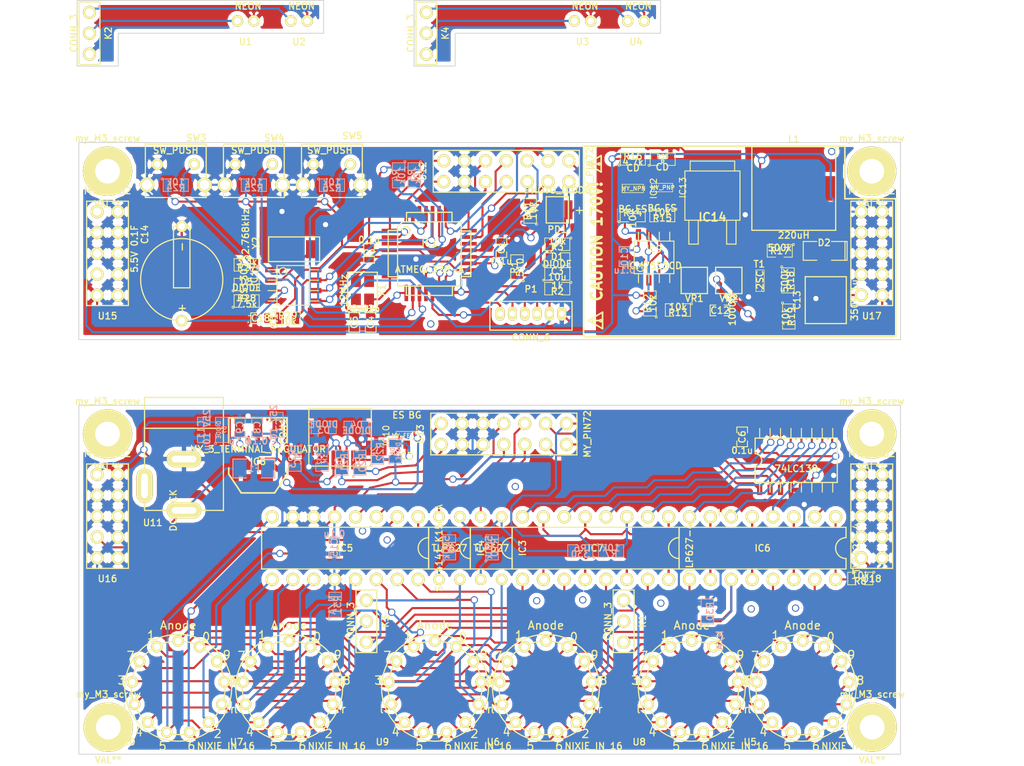
<source format=kicad_pcb>
(kicad_pcb (version 3) (host pcbnew "(2013-07-07 BZR 4022)-stable")
  (layers (15 F.Cu signal) (0 B.Cu signal) (18 B.Paste user) (19 F.Paste user) (20 B.SilkS user) (21 F.SilkS user) (22 B.Mask user) (23 F.Mask user) (28 Edge.Cuts user))
  (net 0 "")
  (net 1 +5V)
  (net 2 +9V)
  (net 3 /INT0_D+)
  (net 4 /INT1_D-)
  (net 5 /MISO)
  (net 6 /MOSI)
  (net 7 /PB0)
  (net 8 /PB1)
  (net 9 /PB2)
  (net 10 /PC0)
  (net 11 /PC1)
  (net 12 /PC2)
  (net 13 /PC3)
  (net 14 /PINPB0)
  (net 15 /PINPB1)
  (net 16 /PINPB2)
  (net 17 /PINPB3)
  (net 18 /PINPB4)
  (net 19 /PINPC2)
  (net 20 /PINPC3)
  (net 21 /RESET)
  (net 22 /SCK)
  (net 23 /Sheet53F8BA4D/out)
  (net 24 /Sheet53F8FD69/A)
  (net 25 /Sheet53F8FD69/B)
  (net 26 /Sheet53F8FD69/Push)
  (net 27 /Sheet53F905A8/CLKOUT)
  (net 28 /Sheet53F905A8/SCL)
  (net 29 /Sheet53F905A8/SDA)
  (net 30 /nixie/L1)
  (net 31 /nixie/L2)
  (net 32 /nixie/L3)
  (net 33 /nixie/L4)
  (net 34 /nixie/L5)
  (net 35 /nixie/L6)
  (net 36 /nixie/L7)
  (net 37 /nixie/L8)
  (net 38 /nixie/N0)
  (net 39 /nixie/N1)
  (net 40 /nixie/N2)
  (net 41 /nixie/N3)
  (net 42 /nixie/N4)
  (net 43 /nixie/N5)
  (net 44 /nixie/N6)
  (net 45 /nixie/N7)
  (net 46 /nixie/N8)
  (net 47 /nixie/N9)
  (net 48 /nixie/Sheet53F9F7BA/1)
  (net 49 /nixie/Sheet53F9F7BA/2)
  (net 50 /nixie/Sheet53F9F7BA/3)
  (net 51 /nixie/Sheet53F9F7BA/4)
  (net 52 /nixie/Sheet53F9F7BA/5)
  (net 53 /nixie/Sheet53F9F7BA/6)
  (net 54 /nixie/Sheet53F9F7BA/NEG1)
  (net 55 /nixie/Sheet53F9F7BA/NEG2)
  (net 56 /nixie/Sheet53F9F7BA/NEL1)
  (net 57 /nixie/Sheet53F9F7BA/NEL2)
  (net 58 /nixie/Sheet53F9F7BA/NEU1)
  (net 59 /nixie/Sheet53F9F7BA/NEU2)
  (net 60 /nixie/Sheet53F9F7BA/colon_l)
  (net 61 /nixie/Sheet53F9F7BA/colon_r)
  (net 62 /nixie/Sheet53F9F7BA/dot_cathode_l)
  (net 63 /nixie/Sheet53F9F7BA/dot_cathode_r)
  (net 64 170V)
  (net 65 GND)
  (net 66 N-000001)
  (net 67 N-0000013)
  (net 68 N-0000014)
  (net 69 N-000002)
  (net 70 N-0000039)
  (net 71 N-0000046)
  (net 72 N-0000048)
  (net 73 N-0000052)
  (net 74 N-0000055)
  (net 75 N-0000065)
  (net 76 N-0000066)
  (net 77 N-0000067)
  (net 78 N-0000068)
  (net 79 N-0000069)
  (net 80 N-0000072)
  (net 81 N-0000073)
  (net 82 N-0000074)
  (net 83 N-0000075)
  (net 84 N-0000076)
  (net 85 N-0000077)
  (net 86 N-0000078)
  (net 87 N-0000079)
  (net 88 N-0000080)
  (net 89 N-0000081)
  (net 90 N-0000082)
  (net 91 N-0000083)
  (net 92 N-0000084)
  (net 93 N-0000085)
  (net 94 N-0000086)
  (net 95 N-0000087)
  (net 96 N-0000088)
  (net 97 N-0000089)
  (net 98 PIN170V)
  (net 99 PIN5V)
  (net 100 PIN9V)
  (net 101 PIND+)
  (net 102 PIND-)
  (net 103 PINGND)
  (net 104 USB5V)
  (module my_dip16 (layer F.Cu) (at 158.586 115.694 180)
    (fp_text reference IC7 (at 0 0 180) (layer F.SilkS) (effects (font (size 0.8 0.8))))
    (fp_text value TLP627-4 (at -11.43 0 270) (layer F.SilkS) (effects (font (size 0.8 0.8))))
    (pad 1 thru_hole circle (at -8.89 3.81 180) (size 1.6 1.6) (drill 1) (layers *.Cu *.Mask F.SilkS) (net 74 N-0000055))
    (pad 2 thru_hole circle (at -6.35 3.81 180) (size 1.6 1.6) (drill 1) (layers *.Cu *.Mask F.SilkS) (net 34 /nixie/L5))
    (pad 3 thru_hole circle (at -3.81 3.81 180) (size 1.6 1.6) (drill 1) (layers *.Cu *.Mask F.SilkS) (net 74 N-0000055))
    (pad 4 thru_hole circle (at -1.27 3.81 180) (size 1.6 1.6) (drill 1) (layers *.Cu *.Mask F.SilkS) (net 35 /nixie/L6))
    (pad 5 thru_hole circle (at 1.27 3.81 180) (size 1.6 1.6) (drill 1) (layers *.Cu *.Mask F.SilkS) (net 74 N-0000055))
    (pad 6 thru_hole circle (at 3.81 3.81 180) (size 1.6 1.6) (drill 1) (layers *.Cu *.Mask F.SilkS) (net 36 /nixie/L7))
    (pad 7 thru_hole circle (at 6.35 3.81 180) (size 1.6 1.6) (drill 1) (layers *.Cu *.Mask F.SilkS) (net 74 N-0000055))
    (pad 8 thru_hole circle (at 8.89 3.81 180) (size 1.6 1.6) (drill 1) (layers *.Cu *.Mask F.SilkS) (net 37 /nixie/L8))
    (pad 9 thru_hole circle (at 8.89 -3.81 180) (size 1.6 1.6) (drill 1) (layers *.Cu *.Mask F.SilkS) (net 53 /nixie/Sheet53F9F7BA/6))
    (pad 10 thru_hole circle (at 6.35 -3.81 180) (size 1.6 1.6) (drill 1) (layers *.Cu *.Mask F.SilkS) (net 73 N-0000052))
    (pad 11 thru_hole circle (at 3.81 -3.81 180) (size 1.6 1.6) (drill 1) (layers *.Cu *.Mask F.SilkS) (net 52 /nixie/Sheet53F9F7BA/5))
    (pad 12 thru_hole circle (at 1.27 -3.81 180) (size 1.6 1.6) (drill 1) (layers *.Cu *.Mask F.SilkS) (net 73 N-0000052))
    (pad 13 thru_hole circle (at -1.27 -3.81 180) (size 1.6 1.6) (drill 1) (layers *.Cu *.Mask F.SilkS) (net 61 /nixie/Sheet53F9F7BA/colon_r))
    (pad 14 thru_hole circle (at -3.81 -3.81 180) (size 1.6 1.6) (drill 1) (layers *.Cu *.Mask F.SilkS) (net 73 N-0000052))
    (pad 15 thru_hole circle (at -6.35 -3.81 180) (size 1.6 1.6) (drill 1) (layers *.Cu *.Mask F.SilkS) (net 51 /nixie/Sheet53F9F7BA/4))
    (pad 16 thru_hole circle (at -8.89 -3.81 180) (size 1.6 1.6) (drill 1) (layers *.Cu *.Mask F.SilkS) (net 73 N-0000052))
  )
  (module TQFP32 (layer F.Cu) (at 138.375 79.85)
    (fp_text reference IC1 (at 0 -1.27) (layer F.SilkS) (effects (font (size 0.8 0.8))))
    (fp_text value ATMEGA328-A (at 0 1.905) (layer F.SilkS) (effects (font (size 0.8 0.8))))
    (pad 8 smd rect (at -4.81584 2.77622) (size 1.99898 0.44958) (layers F.Cu F.Paste F.Mask) (net 67 N-0000013))
    (pad 7 smd rect (at -4.81584 1.97612) (size 1.99898 0.44958) (layers F.Cu F.Paste F.Mask) (net 68 N-0000014))
    (pad 6 smd rect (at -4.81584 1.17602) (size 1.99898 0.44958) (layers F.Cu F.Paste F.Mask) (net 99 PIN5V))
    (pad 5 smd rect (at -4.81584 0.37592) (size 1.99898 0.44958) (layers F.Cu F.Paste F.Mask) (net 103 PINGND))
    (pad 4 smd rect (at -4.81584 -0.42418) (size 1.99898 0.44958) (layers F.Cu F.Paste F.Mask) (net 99 PIN5V))
    (pad 3 smd rect (at -4.81584 -1.22428) (size 1.99898 0.44958) (layers F.Cu F.Paste F.Mask) (net 103 PINGND))
    (pad 2 smd rect (at -4.81584 -2.02438) (size 1.99898 0.44958) (layers F.Cu F.Paste F.Mask) (net 27 /Sheet53F905A8/CLKOUT))
    (pad 1 smd rect (at -4.81584 -2.82448) (size 1.99898 0.44958) (layers F.Cu F.Paste F.Mask) (net 4 /INT1_D-))
    (pad 24 smd rect (at 4.7498 -2.8194) (size 1.99898 0.44958) (layers F.Cu F.Paste F.Mask) (net 11 /PC1))
    (pad 17 smd rect (at 4.7498 2.794) (size 1.99898 0.44958) (layers F.Cu F.Paste F.Mask) (net 22 /SCK))
    (pad 18 smd rect (at 4.7498 1.9812) (size 1.99898 0.44958) (layers F.Cu F.Paste F.Mask) (net 99 PIN5V))
    (pad 19 smd rect (at 4.7498 1.1684) (size 1.99898 0.44958) (layers F.Cu F.Paste F.Mask) (net 23 /Sheet53F8BA4D/out))
    (pad 20 smd rect (at 4.7498 0.381) (size 1.99898 0.44958) (layers F.Cu F.Paste F.Mask) (net 66 N-000001))
    (pad 21 smd rect (at 4.7498 -0.4318) (size 1.99898 0.44958) (layers F.Cu F.Paste F.Mask) (net 103 PINGND))
    (pad 22 smd rect (at 4.7498 -1.2192) (size 1.99898 0.44958) (layers F.Cu F.Paste F.Mask))
    (pad 23 smd rect (at 4.7498 -2.032) (size 1.99898 0.44958) (layers F.Cu F.Paste F.Mask) (net 10 /PC0))
    (pad 32 smd rect (at -2.82448 -4.826) (size 0.44958 1.99898) (layers F.Cu F.Paste F.Mask) (net 3 /INT0_D+))
    (pad 31 smd rect (at -2.02692 -4.826) (size 0.44958 1.99898) (layers F.Cu F.Paste F.Mask))
    (pad 30 smd rect (at -1.22428 -4.826) (size 0.44958 1.99898) (layers F.Cu F.Paste F.Mask))
    (pad 29 smd rect (at -0.42672 -4.826) (size 0.44958 1.99898) (layers F.Cu F.Paste F.Mask) (net 21 /RESET))
    (pad 28 smd rect (at 0.37592 -4.826) (size 0.44958 1.99898) (layers F.Cu F.Paste F.Mask) (net 28 /Sheet53F905A8/SCL))
    (pad 27 smd rect (at 1.17348 -4.826) (size 0.44958 1.99898) (layers F.Cu F.Paste F.Mask) (net 29 /Sheet53F905A8/SDA))
    (pad 26 smd rect (at 1.97612 -4.826) (size 0.44958 1.99898) (layers F.Cu F.Paste F.Mask) (net 13 /PC3))
    (pad 25 smd rect (at 2.77368 -4.826) (size 0.44958 1.99898) (layers F.Cu F.Paste F.Mask) (net 12 /PC2))
    (pad 9 smd rect (at -2.8194 4.7752) (size 0.44958 1.99898) (layers F.Cu F.Paste F.Mask) (net 26 /Sheet53F8FD69/Push))
    (pad 10 smd rect (at -2.032 4.7752) (size 0.44958 1.99898) (layers F.Cu F.Paste F.Mask) (net 25 /Sheet53F8FD69/B))
    (pad 11 smd rect (at -1.2192 4.7752) (size 0.44958 1.99898) (layers F.Cu F.Paste F.Mask) (net 24 /Sheet53F8FD69/A))
    (pad 12 smd rect (at -0.4318 4.7752) (size 0.44958 1.99898) (layers F.Cu F.Paste F.Mask) (net 7 /PB0))
    (pad 13 smd rect (at 0.3556 4.7752) (size 0.44958 1.99898) (layers F.Cu F.Paste F.Mask) (net 8 /PB1))
    (pad 14 smd rect (at 1.1684 4.7752) (size 0.44958 1.99898) (layers F.Cu F.Paste F.Mask) (net 9 /PB2))
    (pad 15 smd rect (at 1.9812 4.7752) (size 0.44958 1.99898) (layers F.Cu F.Paste F.Mask) (net 6 /MOSI))
    (pad 16 smd rect (at 2.794 4.7752) (size 0.44958 1.99898) (layers F.Cu F.Paste F.Mask) (net 5 /MISO))
  )
  (module my_usb_mini_b (layer F.Cu) (at 127.496 101.504 270)
    (fp_text reference CON1 (at 0 6.90118 270) (layer F.SilkS) (effects (font (size 0.8 0.8))))
    (fp_text value USB_MINI_B hide)
    (pad 1 smd rect (at 3.44932 -1.6002 270) (size 2.30124 0.50038) (layers F.Cu F.Paste F.Mask) (net 104 USB5V))
    (pad 2 smd rect (at 3.44932 -0.8001 270) (size 2.30124 0.50038) (layers F.Cu F.Paste F.Mask) (net 93 N-0000085))
    (pad 3 smd rect (at 3.44932 0 270) (size 2.30124 0.50038) (layers F.Cu F.Paste F.Mask) (net 92 N-0000084))
    (pad 4 smd rect (at 3.44932 0.8001 270) (size 2.30124 0.50038) (layers F.Cu F.Paste F.Mask) (net 91 N-0000083))
    (pad 5 smd rect (at 3.44932 1.6002 270) (size 2.30124 0.50038) (layers F.Cu F.Paste F.Mask) (net 65 GND))
    (pad 6 smd rect (at 2 -4.4 270) (size 1.8 2.5) (layers F.Cu F.Paste F.Mask) (net 65 GND))
    (pad 7 smd rect (at -0.2 -4.4 270) (size 1.8 2.5) (layers F.Cu F.Paste F.Mask) (net 65 GND))
    (pad 8 smd rect (at 2 4.4 270) (size 1.8 2.5) (layers F.Cu F.Paste F.Mask) (net 65 GND))
    (pad 9 smd rect (at -0.2 4.4 270) (size 1.8 2.5) (layers F.Cu F.Paste F.Mask) (net 65 GND))
  )
  (module my_dcjack (layer F.Cu) (at 103.7 111.1 90)
    (fp_text reference U11 (at -1.5 1 180) (layer F.SilkS) (effects (font (size 0.8 0.8))))
    (fp_text value DC_JACK (at 0 3.5 90) (layer F.SilkS) (effects (font (size 0.8 0.8))))
    (pad 2 thru_hole oval (at 3 0 90) (size 4.2 2) (drill oval 3 0.8) (layers *.Cu *.Mask F.SilkS))
    (pad 3 thru_hole oval (at 6.25 4.8 90) (size 2 4.2) (drill oval 0.8 3) (layers *.Cu *.Mask F.SilkS) (net 65 GND))
    (pad 1 thru_hole oval (at 0 4.8 90) (size 2 4.2) (drill oval 0.8 3) (layers *.Cu *.Mask F.SilkS) (net 2 +9V))
  )
  (module my_inductor (layer F.Cu) (at 182.7072 71.8922 180)
    (fp_text reference L1 (at 0 6 180) (layer F.SilkS) (effects (font (size 0.8 0.8))))
    (fp_text value 220uH (at 0 -5.7 180) (layer F.SilkS) (effects (font (size 0.8 0.8))))
    (pad 1 smd rect (at 4.1 0 180) (size 3 3) (layers F.Cu F.Paste F.Mask) (net 100 PIN9V))
    (pad 2 smd rect (at -4.1 0 180) (size 3 3) (layers F.Cu F.Paste F.Mask) (net 85 N-0000077))
  )
  (module so-8 (layer F.Cu) (at 165.7072 80.2922)
    (fp_text reference IC9 (at 0 -1.016) (layer F.SilkS) (effects (font (size 0.8 0.8))))
    (fp_text value ICM7555CD (at 0 1.016) (layer F.SilkS) (effects (font (size 0.8 0.8))))
    (pad 1 smd rect (at -1.905 2.794) (size 0.635 1.27) (layers F.Cu F.Paste F.Mask) (net 103 PINGND))
    (pad 2 smd rect (at -0.635 2.794) (size 0.635 1.27) (layers F.Cu F.Paste F.Mask) (net 89 N-0000081))
    (pad 3 smd rect (at 0.635 2.794) (size 0.635 1.27) (layers F.Cu F.Paste F.Mask) (net 88 N-0000080))
    (pad 4 smd rect (at 1.905 2.794) (size 0.635 1.27) (layers F.Cu F.Paste F.Mask) (net 100 PIN9V))
    (pad 5 smd rect (at 1.905 -2.794) (size 0.635 1.27) (layers F.Cu F.Paste F.Mask) (net 87 N-0000079))
    (pad 6 smd rect (at 0.635 -2.794) (size 0.635 1.27) (layers F.Cu F.Paste F.Mask) (net 89 N-0000081))
    (pad 7 smd rect (at -0.635 -2.794) (size 0.635 1.27) (layers F.Cu F.Paste F.Mask) (net 83 N-0000075))
    (pad 8 smd rect (at -1.905 -2.794) (size 0.635 1.27) (layers F.Cu F.Paste F.Mask) (net 100 PIN9V))
  )
  (module SOT23 (layer F.Cu) (at 178.6 83.1 90)
    (fp_text reference T1 (at 1.99898 -0.09906 180) (layer F.SilkS) (effects (font (size 0.8 0.8))))
    (fp_text value 2SC (at 0.0635 0 90) (layer F.SilkS) (effects (font (size 0.8 0.8))))
    (pad 3 smd rect (at 0 -1.09982 90) (size 0.8001 1.00076) (layers F.Cu F.Paste F.Mask) (net 103 PINGND))
    (pad 2 smd rect (at 0.9525 1.09982 90) (size 0.8001 1.00076) (layers F.Cu F.Paste F.Mask) (net 87 N-0000079))
    (pad 1 smd rect (at -0.9525 1.09982 90) (size 0.8001 1.00076) (layers F.Cu F.Paste F.Mask) (net 77 N-0000067))
  )
  (module so-8 (layer F.Cu) (at 121.8 83.7 270)
    (fp_text reference IC11 (at -1.25 4.75 270) (layer F.SilkS) (effects (font (size 0.8 0.8))))
    (fp_text value DS1307 (at -0.5 6 270) (layer F.SilkS) (effects (font (size 0.8 0.8))))
    (pad 1 smd rect (at -1.905 2.794 270) (size 0.635 1.27) (layers F.Cu F.Paste F.Mask) (net 95 N-0000087))
    (pad 2 smd rect (at -0.635 2.794 270) (size 0.635 1.27) (layers F.Cu F.Paste F.Mask) (net 97 N-0000089))
    (pad 3 smd rect (at 0.635 2.794 270) (size 0.635 1.27) (layers F.Cu F.Paste F.Mask) (net 96 N-0000088))
    (pad 4 smd rect (at 1.905 2.794 270) (size 0.635 1.27) (layers F.Cu F.Paste F.Mask) (net 103 PINGND))
    (pad 5 smd rect (at 1.905 -2.794 270) (size 0.635 1.27) (layers F.Cu F.Paste F.Mask) (net 29 /Sheet53F905A8/SDA))
    (pad 6 smd rect (at 0.635 -2.794 270) (size 0.635 1.27) (layers F.Cu F.Paste F.Mask) (net 28 /Sheet53F905A8/SCL))
    (pad 7 smd rect (at -0.635 -2.794 270) (size 0.635 1.27) (layers F.Cu F.Paste F.Mask) (net 27 /Sheet53F905A8/CLKOUT))
    (pad 8 smd rect (at -1.905 -2.794 270) (size 0.635 1.27) (layers F.Cu F.Paste F.Mask) (net 99 PIN5V))
  )
  (module SM1206POL (layer F.Cu) (at 186.4 79.5 180)
    (fp_text reference D2 (at 0 1 180) (layer F.SilkS) (effects (font (size 0.8 0.8))))
    (fp_text value DIODE hide)
    (pad 1 smd rect (at -1.651 0 180) (size 1.524 2.032) (layers F.Cu F.Paste F.Mask) (net 85 N-0000077))
    (pad 2 smd rect (at 1.651 0 180) (size 1.524 2.032) (layers F.Cu F.Paste F.Mask) (net 64 170V))
  )
  (module SM1206 (layer B.Cu) (at 117 106)
    (fp_text reference F1 (at 0 0) (layer B.SilkS) (effects (font (size 0.8 0.8)) (justify mirror)))
    (fp_text value FUSE hide)
    (pad 1 smd rect (at -1.651 0) (size 1.524 2.032) (layers B.Cu B.Paste B.Mask) (net 2 +9V))
    (pad 2 smd rect (at 1.651 0) (size 1.524 2.032) (layers B.Cu B.Paste B.Mask) (net 76 N-0000066))
  )
  (module SM0805 (layer B.Cu) (at 172.2 123.4 90)
    (fp_text reference R30 (at 0 0.3175 90) (layer B.SilkS) (effects (font (size 0.8 0.8)) (justify mirror)))
    (fp_text value N/A (at -3.5 1.5 90) (layer B.SilkS) (effects (font (size 0.8 0.8)) (justify mirror)))
    (pad 1 smd rect (at -0.9525 0 90) (size 0.889 1.397) (layers B.Cu B.Paste B.Mask) (net 60 /nixie/Sheet53F9F7BA/colon_l))
    (pad 2 smd rect (at 0.9525 0 90) (size 0.889 1.397) (layers B.Cu B.Paste B.Mask) (net 65 GND))
  )
  (module SM0805 (layer B.Cu) (at 132.05 103.95 90)
    (fp_text reference R22 (at 0 0.3175 90) (layer B.SilkS) (effects (font (size 0.8 0.8)) (justify mirror)))
    (fp_text value 2K (at 0 -0.381 90) (layer B.SilkS) (effects (font (size 0.8 0.8)) (justify mirror)))
    (pad 1 smd rect (at -0.9525 0 90) (size 0.889 1.397) (layers B.Cu B.Paste B.Mask) (net 1 +5V))
    (pad 2 smd rect (at 0.9525 0 90) (size 0.889 1.397) (layers B.Cu B.Paste B.Mask) (net 93 N-0000085))
  )
  (module SM0805 (layer F.Cu) (at 163.1072 75.1922)
    (fp_text reference R14 (at 0 -0.3175) (layer F.SilkS) (effects (font (size 0.8 0.8))))
    (fp_text value 10k (at 0 0.381 270) (layer F.SilkS) (effects (font (size 0.8 0.8))))
    (pad 1 smd rect (at -0.9525 0) (size 0.889 1.397) (layers F.Cu F.Paste F.Mask) (net 88 N-0000080))
    (pad 2 smd rect (at 0.9525 0) (size 0.889 1.397) (layers F.Cu F.Paste F.Mask) (net 75 N-0000065))
  )
  (module SM0805 (layer B.Cu) (at 119.8 100.7 90)
    (fp_text reference C7 (at 0 0.3175 90) (layer B.SilkS) (effects (font (size 0.8 0.8)) (justify mirror)))
    (fp_text value "25V 10u" (at 0 -0.381 90) (layer B.SilkS) (effects (font (size 0.8 0.8)) (justify mirror)))
    (pad 1 smd rect (at -0.9525 0 90) (size 0.889 1.397) (layers B.Cu B.Paste B.Mask) (net 76 N-0000066))
    (pad 2 smd rect (at 0.9525 0 90) (size 0.889 1.397) (layers B.Cu B.Paste B.Mask) (net 65 GND))
  )
  (module SM0805 (layer B.Cu) (at 110.9 101.3 270)
    (fp_text reference C11 (at 0 0.3175 270) (layer B.SilkS) (effects (font (size 0.8 0.8)) (justify mirror)))
    (fp_text value "25V 10u" (at 0 -0.381 270) (layer B.SilkS) (effects (font (size 0.8 0.8)) (justify mirror)))
    (pad 1 smd rect (at -0.9525 0 270) (size 0.889 1.397) (layers B.Cu B.Paste B.Mask) (net 1 +5V))
    (pad 2 smd rect (at 0.9525 0 270) (size 0.889 1.397) (layers B.Cu B.Paste B.Mask) (net 65 GND))
  )
  (module SM0805 (layer B.Cu) (at 129.9 105.3 90)
    (fp_text reference R20 (at 0 0.3175 90) (layer B.SilkS) (effects (font (size 0.8 0.8)) (justify mirror)))
    (fp_text value 68 (at 0 -0.381 90) (layer B.SilkS) (effects (font (size 0.8 0.8)) (justify mirror)))
    (pad 1 smd rect (at -0.9525 0 90) (size 0.889 1.397) (layers B.Cu B.Paste B.Mask) (net 102 PIND-))
    (pad 2 smd rect (at 0.9525 0 90) (size 0.889 1.397) (layers B.Cu B.Paste B.Mask) (net 93 N-0000085))
  )
  (module SM0805 (layer B.Cu) (at 127.7 105.3 90)
    (fp_text reference R21 (at 0 0.3175 90) (layer B.SilkS) (effects (font (size 0.8 0.8)) (justify mirror)))
    (fp_text value 68 (at 0 -0.381 90) (layer B.SilkS) (effects (font (size 0.8 0.8)) (justify mirror)))
    (pad 1 smd rect (at -0.9525 0 90) (size 0.889 1.397) (layers B.Cu B.Paste B.Mask) (net 101 PIND+))
    (pad 2 smd rect (at 0.9525 0 90) (size 0.889 1.397) (layers B.Cu B.Paste B.Mask) (net 92 N-0000084))
  )
  (module SM0805 (layer B.Cu) (at 122 104.8 270)
    (fp_text reference R23 (at 0 0.3175 270) (layer B.SilkS) (effects (font (size 0.8 0.8)) (justify mirror)))
    (fp_text value NC (at 0 -0.381 270) (layer B.SilkS) (effects (font (size 0.8 0.8)) (justify mirror)))
    (pad 1 smd rect (at -0.9525 0 270) (size 0.889 1.397) (layers B.Cu B.Paste B.Mask) (net 65 GND))
    (pad 2 smd rect (at 0.9525 0 270) (size 0.889 1.397) (layers B.Cu B.Paste B.Mask) (net 91 N-0000083))
  )
  (module SM0805 (layer B.Cu) (at 129.5 101 180)
    (fp_text reference D4 (at 0 0.3175 180) (layer B.SilkS) (effects (font (size 0.8 0.8)) (justify mirror)))
    (fp_text value DIODE (at 0 -0.381 180) (layer B.SilkS) (effects (font (size 0.8 0.8)) (justify mirror)))
    (pad 1 smd rect (at -0.9525 0 180) (size 0.889 1.397) (layers B.Cu B.Paste B.Mask) (net 65 GND))
    (pad 2 smd rect (at 0.9525 0 180) (size 0.889 1.397) (layers B.Cu B.Paste B.Mask) (net 93 N-0000085))
  )
  (module SM0805 (layer B.Cu) (at 126.9 122.6 90)
    (fp_text reference R31 (at 0 0.3175 90) (layer B.SilkS) (effects (font (size 0.8 0.8)) (justify mirror)))
    (fp_text value N/A (at 0 -0.381 90) (layer B.SilkS) (effects (font (size 0.8 0.8)) (justify mirror)))
    (pad 1 smd rect (at -0.9525 0 90) (size 0.889 1.397) (layers B.Cu B.Paste B.Mask) (net 61 /nixie/Sheet53F9F7BA/colon_r))
    (pad 2 smd rect (at 0.9525 0 90) (size 0.889 1.397) (layers B.Cu B.Paste B.Mask) (net 65 GND))
  )
  (module SM0805 (layer F.Cu) (at 182.1072 87.4922 270)
    (fp_text reference R19 (at 0 -0.3175 270) (layer F.SilkS) (effects (font (size 0.8 0.8))))
    (fp_text value 10k (at 0 0.381 270) (layer F.SilkS) (effects (font (size 0.8 0.8))))
    (pad 1 smd rect (at -0.9525 0 270) (size 0.889 1.397) (layers F.Cu F.Paste F.Mask) (net 77 N-0000067))
    (pad 2 smd rect (at 0.9525 0 270) (size 0.889 1.397) (layers F.Cu F.Paste F.Mask) (net 79 N-0000069))
  )
  (module SM0805 (layer F.Cu) (at 182 83.1 270)
    (fp_text reference R18 (at 0 -0.3175 270) (layer F.SilkS) (effects (font (size 0.8 0.8))))
    (fp_text value 500k (at 0 0.381 270) (layer F.SilkS) (effects (font (size 0.8 0.8))))
    (pad 1 smd rect (at -0.9525 0 270) (size 0.889 1.397) (layers F.Cu F.Paste F.Mask) (net 78 N-0000068))
    (pad 2 smd rect (at 0.9525 0 270) (size 0.889 1.397) (layers F.Cu F.Paste F.Mask) (net 77 N-0000067))
  )
  (module SM0805 (layer F.Cu) (at 181 79.5 180)
    (fp_text reference R17 (at 0 0 180) (layer F.SilkS) (effects (font (size 0.8 0.8))))
    (fp_text value 500k (at 0 0.381 180) (layer F.SilkS) (effects (font (size 0.8 0.8))))
    (pad 1 smd rect (at -0.9525 0 180) (size 0.889 1.397) (layers F.Cu F.Paste F.Mask) (net 64 170V))
    (pad 2 smd rect (at 0.9525 0 180) (size 0.889 1.397) (layers F.Cu F.Paste F.Mask) (net 78 N-0000068))
  )
  (module SM0805 (layer F.Cu) (at 150.625 74.6 90)
    (fp_text reference R11 (at 0 -0.3175 90) (layer F.SilkS) (effects (font (size 0.8 0.8))))
    (fp_text value 10k (at 0 0.381 90) (layer F.SilkS) (effects (font (size 0.8 0.8))))
    (pad 1 smd rect (at -0.9525 0 90) (size 0.889 1.397) (layers F.Cu F.Paste F.Mask) (net 103 PINGND))
    (pad 2 smd rect (at 0.9525 0 90) (size 0.889 1.397) (layers F.Cu F.Paste F.Mask) (net 23 /Sheet53F8BA4D/out))
  )
  (module SM0805 (layer F.Cu) (at 165.2 85.9 90)
    (fp_text reference R12 (at 0 -0.3175 90) (layer F.SilkS) (effects (font (size 0.8 0.8))))
    (fp_text value 10k (at 0 0.381 90) (layer F.SilkS) (effects (font (size 0.8 0.8))))
    (pad 1 smd rect (at -0.9525 0 90) (size 0.889 1.397) (layers F.Cu F.Paste F.Mask) (net 83 N-0000075))
    (pad 2 smd rect (at 0.9525 0 90) (size 0.889 1.397) (layers F.Cu F.Paste F.Mask) (net 100 PIN9V))
  )
  (module SM0805 (layer F.Cu) (at 168.6 86.7 180)
    (fp_text reference R13 (at 0 -0.3175 180) (layer F.SilkS) (effects (font (size 0.8 0.8))))
    (fp_text value 10k (at 0 0.381 180) (layer F.SilkS) (effects (font (size 0.8 0.8))))
    (pad 1 smd rect (at -0.9525 0 180) (size 0.889 1.397) (layers F.Cu F.Paste F.Mask) (net 82 N-0000074))
    (pad 2 smd rect (at 0.9525 0 180) (size 0.889 1.397) (layers F.Cu F.Paste F.Mask) (net 83 N-0000075))
  )
  (module SM0805 (layer F.Cu) (at 166.7072 75.1922 180)
    (fp_text reference R15 (at 0 -0.3175 180) (layer F.SilkS) (effects (font (size 0.8 0.8))))
    (fp_text value 10K (at 0 0.381 180) (layer F.SilkS) (effects (font (size 0.8 0.8))))
    (pad 1 smd rect (at -0.9525 0 180) (size 0.889 1.397) (layers F.Cu F.Paste F.Mask) (net 86 N-0000078))
    (pad 2 smd rect (at 0.9525 0 180) (size 0.889 1.397) (layers F.Cu F.Paste F.Mask) (net 75 N-0000065))
  )
  (module SM0805 (layer F.Cu) (at 163.125 68.3)
    (fp_text reference R16 (at 0 -0.3175) (layer F.SilkS) (effects (font (size 0.8 0.8))))
    (fp_text value 4.7k (at 0 0.381) (layer F.SilkS) (effects (font (size 0.8 0.8))))
    (pad 1 smd rect (at -0.9525 0) (size 0.889 1.397) (layers F.Cu F.Paste F.Mask) (net 100 PIN9V))
    (pad 2 smd rect (at 0.9525 0) (size 0.889 1.397) (layers F.Cu F.Paste F.Mask) (net 84 N-0000076))
  )
  (module SM0805 (layer F.Cu) (at 116.125 85.6)
    (fp_text reference R28 (at 0 -0.3175) (layer F.SilkS) (effects (font (size 0.8 0.8))))
    (fp_text value 7.5k (at 0 0.381) (layer F.SilkS) (effects (font (size 0.8 0.8))))
    (pad 1 smd rect (at -0.9525 0) (size 0.889 1.397) (layers F.Cu F.Paste F.Mask) (net 94 N-0000086))
    (pad 2 smd rect (at 0.9525 0) (size 0.889 1.397) (layers F.Cu F.Paste F.Mask) (net 103 PINGND))
  )
  (module SM0805 (layer F.Cu) (at 116.125 81.2 180)
    (fp_text reference R27 (at 0 -0.3175 180) (layer F.SilkS) (effects (font (size 0.8 0.8))))
    (fp_text value 3.3k (at 0 0.381 180) (layer F.SilkS) (effects (font (size 0.8 0.8))))
    (pad 1 smd rect (at -0.9525 0 180) (size 0.889 1.397) (layers F.Cu F.Paste F.Mask) (net 99 PIN5V))
    (pad 2 smd rect (at 0.9525 0 180) (size 0.889 1.397) (layers F.Cu F.Paste F.Mask) (net 94 N-0000086))
  )
  (module SM0805 (layer F.Cu) (at 153.925 82.3)
    (fp_text reference C3 (at 0 -0.3175) (layer F.SilkS) (effects (font (size 0.8 0.8))))
    (fp_text value 10u (at 0 0.381) (layer F.SilkS) (effects (font (size 0.8 0.8))))
    (pad 1 smd rect (at -0.9525 0) (size 0.889 1.397) (layers F.Cu F.Paste F.Mask) (net 69 N-000002))
    (pad 2 smd rect (at 0.9525 0) (size 0.889 1.397) (layers F.Cu F.Paste F.Mask) (net 103 PINGND))
  )
  (module SM0805 (layer F.Cu) (at 153.925 78.7 180)
    (fp_text reference R3 (at 0 -0.3175 180) (layer F.SilkS) (effects (font (size 0.8 0.8))))
    (fp_text value 10k (at 0 0.381 180) (layer F.SilkS) (effects (font (size 0.8 0.8))))
    (pad 1 smd rect (at -0.9525 0 180) (size 0.889 1.397) (layers F.Cu F.Paste F.Mask) (net 99 PIN5V))
    (pad 2 smd rect (at 0.9525 0 180) (size 0.889 1.397) (layers F.Cu F.Paste F.Mask) (net 69 N-000002))
  )
  (module SM0805 (layer F.Cu) (at 153.925 80.5)
    (fp_text reference D1 (at 0 -0.3175) (layer F.SilkS) (effects (font (size 0.8 0.8))))
    (fp_text value DIODE (at 0 0.6) (layer F.SilkS) (effects (font (size 0.8 0.8))))
    (pad 1 smd rect (at -0.9525 0) (size 0.889 1.397) (layers F.Cu F.Paste F.Mask) (net 69 N-000002))
    (pad 2 smd rect (at 0.9525 0) (size 0.889 1.397) (layers F.Cu F.Paste F.Mask) (net 99 PIN5V))
  )
  (module SM0805 (layer F.Cu) (at 153.925 84.1 180)
    (fp_text reference R2 (at 0 -0.3175 180) (layer F.SilkS) (effects (font (size 0.8 0.8))))
    (fp_text value 1k (at 0 0.381 180) (layer F.SilkS) (effects (font (size 0.8 0.8))))
    (pad 1 smd rect (at -0.9525 0 180) (size 0.889 1.397) (layers F.Cu F.Paste F.Mask) (net 21 /RESET))
    (pad 2 smd rect (at 0.9525 0 180) (size 0.889 1.397) (layers F.Cu F.Paste F.Mask) (net 69 N-000002))
  )
  (module SM0805 (layer B.Cu) (at 134.625 70.3 270)
    (fp_text reference R4 (at 0 0.3175 270) (layer B.SilkS) (effects (font (size 0.8 0.8)) (justify mirror)))
    (fp_text value 10k (at 0 -0.381 270) (layer B.SilkS) (effects (font (size 0.8 0.8)) (justify mirror)))
    (pad 1 smd rect (at -0.9525 0 270) (size 0.889 1.397) (layers B.Cu B.Paste B.Mask) (net 99 PIN5V))
    (pad 2 smd rect (at 0.9525 0 270) (size 0.889 1.397) (layers B.Cu B.Paste B.Mask) (net 28 /Sheet53F905A8/SCL))
  )
  (module SM0805 (layer B.Cu) (at 136.525 70.3 270)
    (fp_text reference R5 (at 0 0.3175 270) (layer B.SilkS) (effects (font (size 0.8 0.8)) (justify mirror)))
    (fp_text value 10k (at 0 -0.381 270) (layer B.SilkS) (effects (font (size 0.8 0.8)) (justify mirror)))
    (pad 1 smd rect (at -0.9525 0 270) (size 0.889 1.397) (layers B.Cu B.Paste B.Mask) (net 99 PIN5V))
    (pad 2 smd rect (at 0.9525 0 270) (size 0.889 1.397) (layers B.Cu B.Paste B.Mask) (net 29 /Sheet53F905A8/SDA))
  )
  (module SM0805 (layer F.Cu) (at 116.125 83.6)
    (fp_text reference D5 (at 0 -0.3175) (layer F.SilkS) (effects (font (size 0.8 0.8))))
    (fp_text value DIODE (at 0 0.381) (layer F.SilkS) (effects (font (size 0.8 0.8))))
    (pad 1 smd rect (at -0.9525 0) (size 0.889 1.397) (layers F.Cu F.Paste F.Mask) (net 94 N-0000086))
    (pad 2 smd rect (at 0.9525 0) (size 0.889 1.397) (layers F.Cu F.Paste F.Mask) (net 96 N-0000088))
  )
  (module SM0805 (layer F.Cu) (at 121.125 87.7)
    (fp_text reference R29 (at 0 -0.3175) (layer F.SilkS) (effects (font (size 0.8 0.8))))
    (fp_text value 10k (at 0 0.381) (layer F.SilkS) (effects (font (size 0.8 0.8))))
    (pad 1 smd rect (at -0.9525 0) (size 0.889 1.397) (layers F.Cu F.Paste F.Mask) (net 99 PIN5V))
    (pad 2 smd rect (at 0.9525 0) (size 0.889 1.397) (layers F.Cu F.Paste F.Mask) (net 27 /Sheet53F905A8/CLKOUT))
  )
  (module SM0805 (layer B.Cu) (at 160.475 116.05)
    (fp_text reference R7 (at 0 0.3175) (layer B.SilkS) (effects (font (size 0.8 0.8)) (justify mirror)))
    (fp_text value 10k (at 0 -0.381) (layer B.SilkS) (effects (font (size 0.8 0.8)) (justify mirror)))
    (pad 1 smd rect (at -0.9525 0) (size 0.889 1.397) (layers B.Cu B.Paste B.Mask) (net 1 +5V))
    (pad 2 smd rect (at 0.9525 0) (size 0.889 1.397) (layers B.Cu B.Paste B.Mask) (net 74 N-0000055))
  )
  (module SM0805 (layer F.Cu) (at 190.8 119.4 180)
    (fp_text reference R8 (at 0 -0.3175 180) (layer F.SilkS) (effects (font (size 0.8 0.8))))
    (fp_text value 10k (at 0 0.381 180) (layer F.SilkS) (effects (font (size 0.8 0.8))))
    (pad 1 smd rect (at -0.9525 0 180) (size 0.889 1.397) (layers F.Cu F.Paste F.Mask) (net 98 PIN170V))
    (pad 2 smd rect (at 0.9525 0 180) (size 0.889 1.397) (layers F.Cu F.Paste F.Mask) (net 73 N-0000052))
  )
  (module SM0805 (layer B.Cu) (at 107.5 71.5)
    (fp_text reference R24 (at 0 0.3175) (layer B.SilkS) (effects (font (size 0.8 0.8)) (justify mirror)))
    (fp_text value 10k (at 0 -0.381) (layer B.SilkS) (effects (font (size 0.8 0.8)) (justify mirror)))
    (pad 1 smd rect (at -0.9525 0) (size 0.889 1.397) (layers B.Cu B.Paste B.Mask) (net 99 PIN5V))
    (pad 2 smd rect (at 0.9525 0) (size 0.889 1.397) (layers B.Cu B.Paste B.Mask) (net 24 /Sheet53F8FD69/A))
  )
  (module SM0805 (layer B.Cu) (at 140.796 115.604 90)
    (fp_text reference R9 (at 0 0.3175 90) (layer B.SilkS) (effects (font (size 0.8 0.8)) (justify mirror)))
    (fp_text value 500k (at 0 -0.381 90) (layer B.SilkS) (effects (font (size 0.8 0.8)) (justify mirror)))
    (pad 1 smd rect (at -0.9525 0 90) (size 0.889 1.397) (layers B.Cu B.Paste B.Mask) (net 71 N-0000046))
    (pad 2 smd rect (at 0.9525 0 90) (size 0.889 1.397) (layers B.Cu B.Paste B.Mask) (net 65 GND))
  )
  (module SM0805 (layer F.Cu) (at 149.025 81.5 90)
    (fp_text reference R1 (at 0 -0.3175 90) (layer F.SilkS) (effects (font (size 0.8 0.8))))
    (fp_text value 510 (at 0 0.381 90) (layer F.SilkS) (effects (font (size 0.8 0.8))))
    (pad 1 smd rect (at -0.9525 0 90) (size 0.889 1.397) (layers F.Cu F.Paste F.Mask) (net 99 PIN5V))
    (pad 2 smd rect (at 0.9525 0 90) (size 0.889 1.397) (layers F.Cu F.Paste F.Mask) (net 66 N-000001))
  )
  (module SM0805 (layer B.Cu) (at 145.996 115.604 90)
    (fp_text reference R10 (at 0 0.3175 90) (layer B.SilkS) (effects (font (size 0.8 0.8)) (justify mirror)))
    (fp_text value 500k (at 0 -0.381 90) (layer B.SilkS) (effects (font (size 0.8 0.8)) (justify mirror)))
    (pad 1 smd rect (at -0.9525 0 90) (size 0.889 1.397) (layers B.Cu B.Paste B.Mask) (net 72 N-0000048))
    (pad 2 smd rect (at 0.9525 0 90) (size 0.889 1.397) (layers B.Cu B.Paste B.Mask) (net 65 GND))
  )
  (module SM0805 (layer B.Cu) (at 117 71.5)
    (fp_text reference R25 (at 0 0.3175) (layer B.SilkS) (effects (font (size 0.8 0.8)) (justify mirror)))
    (fp_text value 10k (at 0 -0.381) (layer B.SilkS) (effects (font (size 0.8 0.8)) (justify mirror)))
    (pad 1 smd rect (at -0.9525 0) (size 0.889 1.397) (layers B.Cu B.Paste B.Mask) (net 99 PIN5V))
    (pad 2 smd rect (at 0.9525 0) (size 0.889 1.397) (layers B.Cu B.Paste B.Mask) (net 25 /Sheet53F8FD69/B))
  )
  (module SM0805 (layer B.Cu) (at 126.5 71.5)
    (fp_text reference R26 (at 0 0.3175) (layer B.SilkS) (effects (font (size 0.8 0.8)) (justify mirror)))
    (fp_text value 10k (at 0 -0.381) (layer B.SilkS) (effects (font (size 0.8 0.8)) (justify mirror)))
    (pad 1 smd rect (at -0.9525 0) (size 0.889 1.397) (layers B.Cu B.Paste B.Mask) (net 99 PIN5V))
    (pad 2 smd rect (at 0.9525 0) (size 0.889 1.397) (layers B.Cu B.Paste B.Mask) (net 26 /Sheet53F8FD69/Push))
  )
  (module SM0805 (layer B.Cu) (at 156.725 116.05 180)
    (fp_text reference R6 (at 0 0.3175 180) (layer B.SilkS) (effects (font (size 0.8 0.8)) (justify mirror)))
    (fp_text value 330 (at 0 -0.381 180) (layer B.SilkS) (effects (font (size 0.8 0.8)) (justify mirror)))
    (pad 1 smd rect (at -0.9525 0 180) (size 0.889 1.397) (layers B.Cu B.Paste B.Mask) (net 1 +5V))
    (pad 2 smd rect (at 0.9525 0 180) (size 0.889 1.397) (layers B.Cu B.Paste B.Mask) (net 70 N-0000039))
  )
  (module SM0805 (layer B.Cu) (at 125.5 101)
    (fp_text reference D3 (at 0 0.3175) (layer B.SilkS) (effects (font (size 0.8 0.8)) (justify mirror)))
    (fp_text value DIODE (at 0 -0.381) (layer B.SilkS) (effects (font (size 0.8 0.8)) (justify mirror)))
    (pad 1 smd rect (at -0.9525 0) (size 0.889 1.397) (layers B.Cu B.Paste B.Mask) (net 65 GND))
    (pad 2 smd rect (at 0.9525 0) (size 0.889 1.397) (layers B.Cu B.Paste B.Mask) (net 92 N-0000084))
  )
  (module SM0603_Capa (layer F.Cu) (at 117.825 87.7 180)
    (fp_text reference C18 (at 0 0 180) (layer F.SilkS) (effects (font (size 0.8 0.8))))
    (fp_text value 0.1u (at -1.651 0 270) (layer F.SilkS) (effects (font (size 0.8 0.8))))
    (pad 1 smd rect (at -0.762 0 180) (size 0.635 1.143) (layers F.Cu F.Paste F.Mask) (net 99 PIN5V))
    (pad 2 smd rect (at 0.762 0 180) (size 0.635 1.143) (layers F.Cu F.Paste F.Mask) (net 103 PINGND))
  )
  (module SM0603_Capa (layer B.Cu) (at 117.4 101 90)
    (fp_text reference C8 (at 0 0 90) (layer B.SilkS) (effects (font (size 0.8 0.8)) (justify mirror)))
    (fp_text value 0.1u (at -1.651 0 360) (layer B.SilkS) (effects (font (size 0.8 0.8)) (justify mirror)))
    (pad 1 smd rect (at -0.762 0 90) (size 0.635 1.143) (layers B.Cu B.Paste B.Mask) (net 76 N-0000066))
    (pad 2 smd rect (at 0.762 0 90) (size 0.635 1.143) (layers B.Cu B.Paste B.Mask) (net 65 GND))
  )
  (module SM0603_Capa (layer B.Cu) (at 115.3 101 90)
    (fp_text reference C9 (at 0 0 90) (layer B.SilkS) (effects (font (size 0.8 0.8)) (justify mirror)))
    (fp_text value 0.1u (at -1.651 0 360) (layer B.SilkS) (effects (font (size 0.8 0.8)) (justify mirror)))
    (pad 1 smd rect (at -0.762 0 90) (size 0.635 1.143) (layers B.Cu B.Paste B.Mask) (net 81 N-0000073))
    (pad 2 smd rect (at 0.762 0 90) (size 0.635 1.143) (layers B.Cu B.Paste B.Mask) (net 65 GND))
  )
  (module SM0603_Capa (layer F.Cu) (at 176.425 102.15 90)
    (fp_text reference C6 (at 0 0 90) (layer F.SilkS) (effects (font (size 0.8 0.8))))
    (fp_text value 0.1u (at -1.651 0 180) (layer F.SilkS) (effects (font (size 0.8 0.8))))
    (pad 1 smd rect (at -0.762 0 90) (size 0.635 1.143) (layers F.Cu F.Paste F.Mask) (net 65 GND))
    (pad 2 smd rect (at 0.762 0 90) (size 0.635 1.143) (layers F.Cu F.Paste F.Mask) (net 1 +5V))
  )
  (module SM0603_Capa (layer F.Cu) (at 147.125 79.1 90)
    (fp_text reference C1 (at 0 0 90) (layer F.SilkS) (effects (font (size 0.8 0.8))))
    (fp_text value 0.1u (at -1.651 0 180) (layer F.SilkS) (effects (font (size 0.8 0.8))))
    (pad 1 smd rect (at -0.762 0 90) (size 0.635 1.143) (layers F.Cu F.Paste F.Mask) (net 66 N-000001))
    (pad 2 smd rect (at 0.762 0 90) (size 0.635 1.143) (layers F.Cu F.Paste F.Mask) (net 103 PINGND))
  )
  (module SM0603_Capa (layer F.Cu) (at 129.225 88.2 270)
    (fp_text reference C5 (at 0 0 270) (layer F.SilkS) (effects (font (size 0.8 0.8))))
    (fp_text value 22p (at -1.651 0 360) (layer F.SilkS) (effects (font (size 0.8 0.8))))
    (pad 1 smd rect (at -0.762 0 270) (size 0.635 1.143) (layers F.Cu F.Paste F.Mask) (net 68 N-0000014))
    (pad 2 smd rect (at 0.762 0 270) (size 0.635 1.143) (layers F.Cu F.Paste F.Mask) (net 103 PINGND))
  )
  (module SM0603_Capa (layer F.Cu) (at 131.225 88.2 270)
    (fp_text reference C4 (at 0 0 270) (layer F.SilkS) (effects (font (size 0.8 0.8))))
    (fp_text value 22p (at -1.651 0 360) (layer F.SilkS) (effects (font (size 0.8 0.8))))
    (pad 1 smd rect (at -0.762 0 270) (size 0.635 1.143) (layers F.Cu F.Paste F.Mask) (net 67 N-0000013))
    (pad 2 smd rect (at 0.762 0 270) (size 0.635 1.143) (layers F.Cu F.Paste F.Mask) (net 103 PINGND))
  )
  (module SM0603_Capa (layer F.Cu) (at 131.025 79.8 270)
    (fp_text reference C2 (at 0 0 540) (layer F.SilkS) (effects (font (size 0.8 0.8))))
    (fp_text value 0.1u (at -1.651 0 360) (layer F.SilkS) (effects (font (size 0.8 0.8))))
    (pad 1 smd rect (at -0.762 0 270) (size 0.635 1.143) (layers F.Cu F.Paste F.Mask) (net 99 PIN5V))
    (pad 2 smd rect (at 0.762 0 270) (size 0.635 1.143) (layers F.Cu F.Paste F.Mask) (net 103 PINGND))
  )
  (module SM0603_Capa (layer F.Cu) (at 173.725 86.75)
    (fp_text reference C12 (at 0 0) (layer F.SilkS) (effects (font (size 0.8 0.8))))
    (fp_text value 1000p (at 1.5 0 90) (layer F.SilkS) (effects (font (size 0.8 0.8))))
    (pad 1 smd rect (at -0.762 0) (size 0.635 1.143) (layers F.Cu F.Paste F.Mask) (net 89 N-0000081))
    (pad 2 smd rect (at 0.762 0) (size 0.635 1.143) (layers F.Cu F.Paste F.Mask) (net 103 PINGND))
  )
  (module SM0603_Capa (layer B.Cu) (at 126.796 115.604 270)
    (fp_text reference C15 (at 0 0 270) (layer B.SilkS) (effects (font (size 0.8 0.8)) (justify mirror)))
    (fp_text value 0.1u (at -1.651 0 540) (layer B.SilkS) (effects (font (size 0.8 0.8)) (justify mirror)))
    (pad 1 smd rect (at -0.762 0 270) (size 0.635 1.143) (layers B.Cu B.Paste B.Mask) (net 1 +5V))
    (pad 2 smd rect (at 0.762 0 270) (size 0.635 1.143) (layers B.Cu B.Paste B.Mask) (net 65 GND))
  )
  (module SM0603_Capa (layer B.Cu) (at 162.1072 80.1922 90)
    (fp_text reference C10 (at 0 0 90) (layer B.SilkS) (effects (font (size 0.8 0.8)) (justify mirror)))
    (fp_text value 0.1u (at -1.651 0 360) (layer B.SilkS) (effects (font (size 0.8 0.8)) (justify mirror)))
    (pad 1 smd rect (at -0.762 0 90) (size 0.635 1.143) (layers B.Cu B.Paste B.Mask) (net 103 PINGND))
    (pad 2 smd rect (at 0.762 0 90) (size 0.635 1.143) (layers B.Cu B.Paste B.Mask) (net 100 PIN9V))
  )
  (module my_SOT223 (layer F.Cu) (at 117.5 104.4 180)
    (fp_text reference IC8 (at 0 -0.762 180) (layer F.SilkS) (effects (font (size 0.8 0.8))))
    (fp_text value MY_3_TERMINAL_REGULATOR (at 0 0.762 180) (layer F.SilkS) (effects (font (size 0.8 0.8))))
    (pad "" smd rect (at 0 -3.302 180) (size 3.6576 2.032) (layers F.Cu F.Paste F.Mask))
    (pad 2 smd rect (at 0 3.302 180) (size 1.016 2.032) (layers F.Cu F.Paste F.Mask) (net 65 GND))
    (pad 3 smd rect (at 2.286 3.302 180) (size 1.016 2.032) (layers F.Cu F.Paste F.Mask) (net 81 N-0000073))
    (pad 1 smd rect (at -2.286 3.302 180) (size 1.016 2.032) (layers F.Cu F.Paste F.Mask) (net 76 N-0000066))
  )
  (module my_so16 (layer F.Cu) (at 183 105)
    (fp_text reference IC2 (at -8.6 6.4) (layer F.SilkS) (effects (font (size 0.8 0.8))))
    (fp_text value 74LC138 (at 0 1.016) (layer F.SilkS) (effects (font (size 0.8 0.8))))
    (pad 1 smd rect (at -4.445 3.594) (size 0.635 1.27) (layers F.Cu F.Paste F.Mask) (net 14 /PINPB0))
    (pad 2 smd rect (at -3.175 3.594) (size 0.635 1.27) (layers F.Cu F.Paste F.Mask) (net 15 /PINPB1))
    (pad 3 smd rect (at -1.905 3.594) (size 0.635 1.27) (layers F.Cu F.Paste F.Mask) (net 16 /PINPB2))
    (pad 4 smd rect (at -0.635 3.594) (size 0.635 1.27) (layers F.Cu F.Paste F.Mask) (net 65 GND))
    (pad 5 smd rect (at 0.635 3.594) (size 0.635 1.27) (layers F.Cu F.Paste F.Mask) (net 65 GND))
    (pad 6 smd rect (at 1.905 3.594) (size 0.635 1.27) (layers F.Cu F.Paste F.Mask) (net 1 +5V))
    (pad 7 smd rect (at 3.175 3.594) (size 0.635 1.27) (layers F.Cu F.Paste F.Mask) (net 30 /nixie/L1))
    (pad 8 smd rect (at 4.445 3.594) (size 0.635 1.27) (layers F.Cu F.Paste F.Mask) (net 65 GND))
    (pad 9 smd rect (at 4.445 -3.594) (size 0.635 1.27) (layers F.Cu F.Paste F.Mask) (net 31 /nixie/L2))
    (pad 10 smd rect (at 3.175 -3.594) (size 0.635 1.27) (layers F.Cu F.Paste F.Mask) (net 32 /nixie/L3))
    (pad 11 smd rect (at 1.905 -3.594) (size 0.635 1.27) (layers F.Cu F.Paste F.Mask) (net 33 /nixie/L4))
    (pad 12 smd rect (at 0.635 -3.594) (size 0.635 1.27) (layers F.Cu F.Paste F.Mask) (net 34 /nixie/L5))
    (pad 13 smd rect (at -0.635 -3.594) (size 0.635 1.27) (layers F.Cu F.Paste F.Mask) (net 35 /nixie/L6))
    (pad 14 smd rect (at -1.905 -3.594) (size 0.635 1.27) (layers F.Cu F.Paste F.Mask) (net 36 /nixie/L7))
    (pad 15 smd rect (at -3.175 -3.594) (size 0.635 1.27) (layers F.Cu F.Paste F.Mask) (net 37 /nixie/L8))
    (pad 16 smd rect (at -4.445 -3.594) (size 0.635 1.27) (layers F.Cu F.Paste F.Mask) (net 1 +5V))
  )
  (module my_SMD_VR (layer F.Cu) (at 170.6 83.1)
    (fp_text reference VR1 (at 0 2.2) (layer F.SilkS) (effects (font (size 0.8 0.8))))
    (fp_text value 100k hide)
    (pad 1 smd rect (at -0.9525 1.5) (size 1 0.9) (layers F.Cu F.Paste F.Mask) (net 82 N-0000074))
    (pad 2 smd rect (at 0 -1.5) (size 1.1 0.9) (layers F.Cu F.Paste F.Mask) (net 89 N-0000081))
    (pad 3 smd rect (at 0.9525 1.5) (size 1 0.9) (layers F.Cu F.Paste F.Mask) (net 89 N-0000081))
  )
  (module my_SMD_VR (layer F.Cu) (at 174.8 83.1)
    (fp_text reference VR2 (at 0 2.2) (layer F.SilkS) (effects (font (size 0.8 0.8))))
    (fp_text value 10k hide)
    (pad 1 smd rect (at -0.9525 1.5) (size 1 0.9) (layers F.Cu F.Paste F.Mask) (net 79 N-0000069))
    (pad 2 smd rect (at 0 -1.5) (size 1.1 0.9) (layers F.Cu F.Paste F.Mask) (net 103 PINGND))
    (pad 3 smd rect (at 0.9525 1.5) (size 1 0.9) (layers F.Cu F.Paste F.Mask) (net 103 PINGND))
  )
  (module my_SMD5750 (layer F.Cu) (at 186.6 85.5 270)
    (fp_text reference C13 (at 0 3.5 270) (layer F.SilkS) (effects (font (size 0.8 0.8))))
    (fp_text value "350V 1u" (at 0 -3.5 270) (layer F.SilkS) (effects (font (size 0.8 0.8))))
    (pad 1 smd rect (at -3.05 0 270) (size 0.8 5) (layers F.Cu F.Paste F.Mask) (net 64 170V))
    (pad 2 smd rect (at 3.05 0 270) (size 0.8 5) (layers F.Cu F.Paste F.Mask) (net 103 PINGND))
  )
  (module my_photo_diode (layer F.Cu) (at 153.925 74.5)
    (fp_text reference PD1 (at 0 2.4) (layer F.SilkS) (effects (font (size 0.8 0.8))))
    (fp_text value PHOTO_DIODE (at 0 -2.4) (layer F.SilkS) (effects (font (size 0.8 0.8))))
    (fp_text user - (at -2.75 0) (layer F.SilkS))
    (fp_text user + (at 2.7 0) (layer F.SilkS))
    (pad 1 smd rect (at 1.35 0) (size 1 2.3) (layers F.Cu F.Paste F.Mask) (net 99 PIN5V))
    (pad 2 smd rect (at -1.35 0) (size 1 2.3) (layers F.Cu F.Paste F.Mask) (net 23 /Sheet53F8BA4D/out))
  )
  (module my_nixie (layer F.Cu) (at 121.3 132.7)
    (fp_text reference U7 (at -6.4 6.6) (layer F.SilkS) (effects (font (size 0.8 0.8))))
    (fp_text value NIXIE_IN_16 (at 5.8 7.1) (layer F.SilkS) (effects (font (size 0.8 0.8))))
    (fp_text user 1 (at -3.3 -6.4) (layer F.SilkS))
    (fp_text user 7 (at -5.8 -3.9) (layer F.SilkS))
    (fp_text user 3 (at -6.9 -0.9) (layer F.SilkS))
    (fp_text user l (at -6.5 2.6) (layer F.SilkS))
    (fp_text user 4 (at -4.8 5.4) (layer F.SilkS))
    (fp_text user 5 (at -1.9 7.1) (layer F.SilkS))
    (fp_text user 6 (at 1.6 7.1) (layer F.SilkS))
    (fp_text user 2 (at 4.8 5.6) (layer F.SilkS))
    (fp_text user r (at 6.6 2.6) (layer F.SilkS))
    (fp_text user 8 (at 7 -0.9) (layer F.SilkS))
    (fp_text user 9 (at 5.9 -4) (layer F.SilkS))
    (fp_text user 0 (at 3.4 -6.2) (layer F.SilkS))
    (fp_text user Anode (at 0 -7.6) (layer F.SilkS))
    (pad 1 thru_hole circle (at 0 -5.7) (size 1.4 1.4) (drill 0.8) (layers *.Cu *.Mask F.SilkS) (net 52 /nixie/Sheet53F9F7BA/5))
    (pad 2 thru_hole circle (at 1.4 5.4) (size 1.4 1.4) (drill 0.8) (layers *.Cu *.Mask F.SilkS) (net 38 /nixie/N0))
    (pad 3 thru_hole circle (at 3.7 4.2) (size 1.4 1.4) (drill 0.8) (layers *.Cu *.Mask F.SilkS) (net 39 /nixie/N1))
    (pad 4 thru_hole circle (at 5.3 2) (size 1.4 1.4) (drill 0.8) (layers *.Cu *.Mask F.SilkS) (net 40 /nixie/N2))
    (pad 5 thru_hole circle (at 5.6 -0.7) (size 1.4 1.4) (drill 0.8) (layers *.Cu *.Mask F.SilkS) (net 62 /nixie/Sheet53F9F7BA/dot_cathode_l))
    (pad 6 thru_hole circle (at 4.7 -3.2) (size 1.4 1.4) (drill 0.8) (layers *.Cu *.Mask F.SilkS) (net 41 /nixie/N3))
    (pad 7 thru_hole circle (at 2.6 -5) (size 1.4 1.4) (drill 0.8) (layers *.Cu *.Mask F.SilkS) (net 42 /nixie/N4))
    (pad 8 thru_hole circle (at -2.6 -5) (size 1.4 1.4) (drill 0.8) (layers *.Cu *.Mask F.SilkS) (net 43 /nixie/N5))
    (pad 9 thru_hole circle (at -4.7 -3.2) (size 1.4 1.4) (drill 0.8) (layers *.Cu *.Mask F.SilkS) (net 44 /nixie/N6))
    (pad 10 thru_hole circle (at -5.6 -0.7) (size 1.4 1.4) (drill 0.8) (layers *.Cu *.Mask F.SilkS) (net 63 /nixie/Sheet53F9F7BA/dot_cathode_r))
    (pad 11 thru_hole circle (at -5.3 2) (size 1.4 1.4) (drill 0.8) (layers *.Cu *.Mask F.SilkS) (net 45 /nixie/N7))
    (pad 12 thru_hole circle (at -3.7 4.2) (size 1.4 1.4) (drill 0.8) (layers *.Cu *.Mask F.SilkS) (net 46 /nixie/N8))
    (pad 13 thru_hole circle (at -1.4 5.4) (size 1.4 1.4) (drill 0.8) (layers *.Cu *.Mask F.SilkS) (net 47 /nixie/N9))
  )
  (module my_nixie (layer F.Cu) (at 107.8 132.7)
    (fp_text reference U10 (at -6.4 6.6) (layer F.SilkS) (effects (font (size 0.8 0.8))))
    (fp_text value NIXIE_IN_16 (at 5.8 7.1) (layer F.SilkS) (effects (font (size 0.8 0.8))))
    (fp_text user 1 (at -3.3 -6.4) (layer F.SilkS))
    (fp_text user 7 (at -5.8 -3.9) (layer F.SilkS))
    (fp_text user 3 (at -6.9 -0.9) (layer F.SilkS))
    (fp_text user l (at -6.5 2.6) (layer F.SilkS))
    (fp_text user 4 (at -4.8 5.4) (layer F.SilkS))
    (fp_text user 5 (at -1.9 7.1) (layer F.SilkS))
    (fp_text user 6 (at 1.6 7.1) (layer F.SilkS))
    (fp_text user 2 (at 4.8 5.6) (layer F.SilkS))
    (fp_text user r (at 6.6 2.6) (layer F.SilkS))
    (fp_text user 8 (at 7 -0.9) (layer F.SilkS))
    (fp_text user 9 (at 5.9 -4) (layer F.SilkS))
    (fp_text user 0 (at 3.4 -6.2) (layer F.SilkS))
    (fp_text user Anode (at 0 -7.6) (layer F.SilkS))
    (pad 1 thru_hole circle (at 0 -5.7) (size 1.4 1.4) (drill 0.8) (layers *.Cu *.Mask F.SilkS) (net 53 /nixie/Sheet53F9F7BA/6))
    (pad 2 thru_hole circle (at 1.4 5.4) (size 1.4 1.4) (drill 0.8) (layers *.Cu *.Mask F.SilkS) (net 38 /nixie/N0))
    (pad 3 thru_hole circle (at 3.7 4.2) (size 1.4 1.4) (drill 0.8) (layers *.Cu *.Mask F.SilkS) (net 39 /nixie/N1))
    (pad 4 thru_hole circle (at 5.3 2) (size 1.4 1.4) (drill 0.8) (layers *.Cu *.Mask F.SilkS) (net 40 /nixie/N2))
    (pad 5 thru_hole circle (at 5.6 -0.7) (size 1.4 1.4) (drill 0.8) (layers *.Cu *.Mask F.SilkS) (net 62 /nixie/Sheet53F9F7BA/dot_cathode_l))
    (pad 6 thru_hole circle (at 4.7 -3.2) (size 1.4 1.4) (drill 0.8) (layers *.Cu *.Mask F.SilkS) (net 41 /nixie/N3))
    (pad 7 thru_hole circle (at 2.6 -5) (size 1.4 1.4) (drill 0.8) (layers *.Cu *.Mask F.SilkS) (net 42 /nixie/N4))
    (pad 8 thru_hole circle (at -2.6 -5) (size 1.4 1.4) (drill 0.8) (layers *.Cu *.Mask F.SilkS) (net 43 /nixie/N5))
    (pad 9 thru_hole circle (at -4.7 -3.2) (size 1.4 1.4) (drill 0.8) (layers *.Cu *.Mask F.SilkS) (net 44 /nixie/N6))
    (pad 10 thru_hole circle (at -5.6 -0.7) (size 1.4 1.4) (drill 0.8) (layers *.Cu *.Mask F.SilkS) (net 63 /nixie/Sheet53F9F7BA/dot_cathode_r))
    (pad 11 thru_hole circle (at -5.3 2) (size 1.4 1.4) (drill 0.8) (layers *.Cu *.Mask F.SilkS) (net 45 /nixie/N7))
    (pad 12 thru_hole circle (at -3.7 4.2) (size 1.4 1.4) (drill 0.8) (layers *.Cu *.Mask F.SilkS) (net 46 /nixie/N8))
    (pad 13 thru_hole circle (at -1.4 5.4) (size 1.4 1.4) (drill 0.8) (layers *.Cu *.Mask F.SilkS) (net 47 /nixie/N9))
  )
  (module my_nixie (layer F.Cu) (at 139.046 132.704)
    (fp_text reference U9 (at -6.4 6.6) (layer F.SilkS) (effects (font (size 0.8 0.8))))
    (fp_text value NIXIE_IN_16 (at 5.8 7.1) (layer F.SilkS) (effects (font (size 0.8 0.8))))
    (fp_text user 1 (at -3.3 -6.4) (layer F.SilkS))
    (fp_text user 7 (at -5.8 -3.9) (layer F.SilkS))
    (fp_text user 3 (at -6.9 -0.9) (layer F.SilkS))
    (fp_text user l (at -6.5 2.6) (layer F.SilkS))
    (fp_text user 4 (at -4.8 5.4) (layer F.SilkS))
    (fp_text user 5 (at -1.9 7.1) (layer F.SilkS))
    (fp_text user 6 (at 1.6 7.1) (layer F.SilkS))
    (fp_text user 2 (at 4.8 5.6) (layer F.SilkS))
    (fp_text user r (at 6.6 2.6) (layer F.SilkS))
    (fp_text user 8 (at 7 -0.9) (layer F.SilkS))
    (fp_text user 9 (at 5.9 -4) (layer F.SilkS))
    (fp_text user 0 (at 3.4 -6.2) (layer F.SilkS))
    (fp_text user Anode (at 0 -7.6) (layer F.SilkS))
    (pad 1 thru_hole circle (at 0 -5.7) (size 1.4 1.4) (drill 0.8) (layers *.Cu *.Mask F.SilkS) (net 51 /nixie/Sheet53F9F7BA/4))
    (pad 2 thru_hole circle (at 1.4 5.4) (size 1.4 1.4) (drill 0.8) (layers *.Cu *.Mask F.SilkS) (net 38 /nixie/N0))
    (pad 3 thru_hole circle (at 3.7 4.2) (size 1.4 1.4) (drill 0.8) (layers *.Cu *.Mask F.SilkS) (net 39 /nixie/N1))
    (pad 4 thru_hole circle (at 5.3 2) (size 1.4 1.4) (drill 0.8) (layers *.Cu *.Mask F.SilkS) (net 40 /nixie/N2))
    (pad 5 thru_hole circle (at 5.6 -0.7) (size 1.4 1.4) (drill 0.8) (layers *.Cu *.Mask F.SilkS) (net 62 /nixie/Sheet53F9F7BA/dot_cathode_l))
    (pad 6 thru_hole circle (at 4.7 -3.2) (size 1.4 1.4) (drill 0.8) (layers *.Cu *.Mask F.SilkS) (net 41 /nixie/N3))
    (pad 7 thru_hole circle (at 2.6 -5) (size 1.4 1.4) (drill 0.8) (layers *.Cu *.Mask F.SilkS) (net 42 /nixie/N4))
    (pad 8 thru_hole circle (at -2.6 -5) (size 1.4 1.4) (drill 0.8) (layers *.Cu *.Mask F.SilkS) (net 43 /nixie/N5))
    (pad 9 thru_hole circle (at -4.7 -3.2) (size 1.4 1.4) (drill 0.8) (layers *.Cu *.Mask F.SilkS) (net 44 /nixie/N6))
    (pad 10 thru_hole circle (at -5.6 -0.7) (size 1.4 1.4) (drill 0.8) (layers *.Cu *.Mask F.SilkS) (net 63 /nixie/Sheet53F9F7BA/dot_cathode_r))
    (pad 11 thru_hole circle (at -5.3 2) (size 1.4 1.4) (drill 0.8) (layers *.Cu *.Mask F.SilkS) (net 45 /nixie/N7))
    (pad 12 thru_hole circle (at -3.7 4.2) (size 1.4 1.4) (drill 0.8) (layers *.Cu *.Mask F.SilkS) (net 46 /nixie/N8))
    (pad 13 thru_hole circle (at -1.4 5.4) (size 1.4 1.4) (drill 0.8) (layers *.Cu *.Mask F.SilkS) (net 47 /nixie/N9))
  )
  (module my_nixie (layer F.Cu) (at 152.546 132.704)
    (fp_text reference U6 (at -6.4 6.6) (layer F.SilkS) (effects (font (size 0.8 0.8))))
    (fp_text value NIXIE_IN_16 (at 5.8 7.1) (layer F.SilkS) (effects (font (size 0.8 0.8))))
    (fp_text user 1 (at -3.3 -6.4) (layer F.SilkS))
    (fp_text user 7 (at -5.8 -3.9) (layer F.SilkS))
    (fp_text user 3 (at -6.9 -0.9) (layer F.SilkS))
    (fp_text user l (at -6.5 2.6) (layer F.SilkS))
    (fp_text user 4 (at -4.8 5.4) (layer F.SilkS))
    (fp_text user 5 (at -1.9 7.1) (layer F.SilkS))
    (fp_text user 6 (at 1.6 7.1) (layer F.SilkS))
    (fp_text user 2 (at 4.8 5.6) (layer F.SilkS))
    (fp_text user r (at 6.6 2.6) (layer F.SilkS))
    (fp_text user 8 (at 7 -0.9) (layer F.SilkS))
    (fp_text user 9 (at 5.9 -4) (layer F.SilkS))
    (fp_text user 0 (at 3.4 -6.2) (layer F.SilkS))
    (fp_text user Anode (at 0 -7.6) (layer F.SilkS))
    (pad 1 thru_hole circle (at 0 -5.7) (size 1.4 1.4) (drill 0.8) (layers *.Cu *.Mask F.SilkS) (net 50 /nixie/Sheet53F9F7BA/3))
    (pad 2 thru_hole circle (at 1.4 5.4) (size 1.4 1.4) (drill 0.8) (layers *.Cu *.Mask F.SilkS) (net 38 /nixie/N0))
    (pad 3 thru_hole circle (at 3.7 4.2) (size 1.4 1.4) (drill 0.8) (layers *.Cu *.Mask F.SilkS) (net 39 /nixie/N1))
    (pad 4 thru_hole circle (at 5.3 2) (size 1.4 1.4) (drill 0.8) (layers *.Cu *.Mask F.SilkS) (net 40 /nixie/N2))
    (pad 5 thru_hole circle (at 5.6 -0.7) (size 1.4 1.4) (drill 0.8) (layers *.Cu *.Mask F.SilkS) (net 62 /nixie/Sheet53F9F7BA/dot_cathode_l))
    (pad 6 thru_hole circle (at 4.7 -3.2) (size 1.4 1.4) (drill 0.8) (layers *.Cu *.Mask F.SilkS) (net 41 /nixie/N3))
    (pad 7 thru_hole circle (at 2.6 -5) (size 1.4 1.4) (drill 0.8) (layers *.Cu *.Mask F.SilkS) (net 42 /nixie/N4))
    (pad 8 thru_hole circle (at -2.6 -5) (size 1.4 1.4) (drill 0.8) (layers *.Cu *.Mask F.SilkS) (net 43 /nixie/N5))
    (pad 9 thru_hole circle (at -4.7 -3.2) (size 1.4 1.4) (drill 0.8) (layers *.Cu *.Mask F.SilkS) (net 44 /nixie/N6))
    (pad 10 thru_hole circle (at -5.6 -0.7) (size 1.4 1.4) (drill 0.8) (layers *.Cu *.Mask F.SilkS) (net 63 /nixie/Sheet53F9F7BA/dot_cathode_r))
    (pad 11 thru_hole circle (at -5.3 2) (size 1.4 1.4) (drill 0.8) (layers *.Cu *.Mask F.SilkS) (net 45 /nixie/N7))
    (pad 12 thru_hole circle (at -3.7 4.2) (size 1.4 1.4) (drill 0.8) (layers *.Cu *.Mask F.SilkS) (net 46 /nixie/N8))
    (pad 13 thru_hole circle (at -1.4 5.4) (size 1.4 1.4) (drill 0.8) (layers *.Cu *.Mask F.SilkS) (net 47 /nixie/N9))
  )
  (module my_nixie (layer F.Cu) (at 170.296 132.704)
    (fp_text reference U8 (at -6.4 6.6) (layer F.SilkS) (effects (font (size 0.8 0.8))))
    (fp_text value NIXIE_IN_16 (at 5.8 7.1) (layer F.SilkS) (effects (font (size 0.8 0.8))))
    (fp_text user 1 (at -3.3 -6.4) (layer F.SilkS))
    (fp_text user 7 (at -5.8 -3.9) (layer F.SilkS))
    (fp_text user 3 (at -6.9 -0.9) (layer F.SilkS))
    (fp_text user l (at -6.5 2.6) (layer F.SilkS))
    (fp_text user 4 (at -4.8 5.4) (layer F.SilkS))
    (fp_text user 5 (at -1.9 7.1) (layer F.SilkS))
    (fp_text user 6 (at 1.6 7.1) (layer F.SilkS))
    (fp_text user 2 (at 4.8 5.6) (layer F.SilkS))
    (fp_text user r (at 6.6 2.6) (layer F.SilkS))
    (fp_text user 8 (at 7 -0.9) (layer F.SilkS))
    (fp_text user 9 (at 5.9 -4) (layer F.SilkS))
    (fp_text user 0 (at 3.4 -6.2) (layer F.SilkS))
    (fp_text user Anode (at 0 -7.6) (layer F.SilkS))
    (pad 1 thru_hole circle (at 0 -5.7) (size 1.4 1.4) (drill 0.8) (layers *.Cu *.Mask F.SilkS) (net 49 /nixie/Sheet53F9F7BA/2))
    (pad 2 thru_hole circle (at 1.4 5.4) (size 1.4 1.4) (drill 0.8) (layers *.Cu *.Mask F.SilkS) (net 38 /nixie/N0))
    (pad 3 thru_hole circle (at 3.7 4.2) (size 1.4 1.4) (drill 0.8) (layers *.Cu *.Mask F.SilkS) (net 39 /nixie/N1))
    (pad 4 thru_hole circle (at 5.3 2) (size 1.4 1.4) (drill 0.8) (layers *.Cu *.Mask F.SilkS) (net 40 /nixie/N2))
    (pad 5 thru_hole circle (at 5.6 -0.7) (size 1.4 1.4) (drill 0.8) (layers *.Cu *.Mask F.SilkS) (net 62 /nixie/Sheet53F9F7BA/dot_cathode_l))
    (pad 6 thru_hole circle (at 4.7 -3.2) (size 1.4 1.4) (drill 0.8) (layers *.Cu *.Mask F.SilkS) (net 41 /nixie/N3))
    (pad 7 thru_hole circle (at 2.6 -5) (size 1.4 1.4) (drill 0.8) (layers *.Cu *.Mask F.SilkS) (net 42 /nixie/N4))
    (pad 8 thru_hole circle (at -2.6 -5) (size 1.4 1.4) (drill 0.8) (layers *.Cu *.Mask F.SilkS) (net 43 /nixie/N5))
    (pad 9 thru_hole circle (at -4.7 -3.2) (size 1.4 1.4) (drill 0.8) (layers *.Cu *.Mask F.SilkS) (net 44 /nixie/N6))
    (pad 10 thru_hole circle (at -5.6 -0.7) (size 1.4 1.4) (drill 0.8) (layers *.Cu *.Mask F.SilkS) (net 63 /nixie/Sheet53F9F7BA/dot_cathode_r))
    (pad 11 thru_hole circle (at -5.3 2) (size 1.4 1.4) (drill 0.8) (layers *.Cu *.Mask F.SilkS) (net 45 /nixie/N7))
    (pad 12 thru_hole circle (at -3.7 4.2) (size 1.4 1.4) (drill 0.8) (layers *.Cu *.Mask F.SilkS) (net 46 /nixie/N8))
    (pad 13 thru_hole circle (at -1.4 5.4) (size 1.4 1.4) (drill 0.8) (layers *.Cu *.Mask F.SilkS) (net 47 /nixie/N9))
  )
  (module my_nixie (layer F.Cu) (at 183.796 132.704)
    (fp_text reference U5 (at -6.4 6.6) (layer F.SilkS) (effects (font (size 0.8 0.8))))
    (fp_text value NIXIE_IN_16 (at 5.8 7.1) (layer F.SilkS) (effects (font (size 0.8 0.8))))
    (fp_text user 1 (at -3.3 -6.4) (layer F.SilkS))
    (fp_text user 7 (at -5.8 -3.9) (layer F.SilkS))
    (fp_text user 3 (at -6.9 -0.9) (layer F.SilkS))
    (fp_text user l (at -6.5 2.6) (layer F.SilkS))
    (fp_text user 4 (at -4.8 5.4) (layer F.SilkS))
    (fp_text user 5 (at -1.9 7.1) (layer F.SilkS))
    (fp_text user 6 (at 1.6 7.1) (layer F.SilkS))
    (fp_text user 2 (at 4.8 5.6) (layer F.SilkS))
    (fp_text user r (at 6.6 2.6) (layer F.SilkS))
    (fp_text user 8 (at 7 -0.9) (layer F.SilkS))
    (fp_text user 9 (at 5.9 -4) (layer F.SilkS))
    (fp_text user 0 (at 3.4 -6.2) (layer F.SilkS))
    (fp_text user Anode (at 0 -7.6) (layer F.SilkS))
    (pad 1 thru_hole circle (at 0 -5.7) (size 1.4 1.4) (drill 0.8) (layers *.Cu *.Mask F.SilkS) (net 48 /nixie/Sheet53F9F7BA/1))
    (pad 2 thru_hole circle (at 1.4 5.4) (size 1.4 1.4) (drill 0.8) (layers *.Cu *.Mask F.SilkS) (net 38 /nixie/N0))
    (pad 3 thru_hole circle (at 3.7 4.2) (size 1.4 1.4) (drill 0.8) (layers *.Cu *.Mask F.SilkS) (net 39 /nixie/N1))
    (pad 4 thru_hole circle (at 5.3 2) (size 1.4 1.4) (drill 0.8) (layers *.Cu *.Mask F.SilkS) (net 40 /nixie/N2))
    (pad 5 thru_hole circle (at 5.6 -0.7) (size 1.4 1.4) (drill 0.8) (layers *.Cu *.Mask F.SilkS) (net 62 /nixie/Sheet53F9F7BA/dot_cathode_l))
    (pad 6 thru_hole circle (at 4.7 -3.2) (size 1.4 1.4) (drill 0.8) (layers *.Cu *.Mask F.SilkS) (net 41 /nixie/N3))
    (pad 7 thru_hole circle (at 2.6 -5) (size 1.4 1.4) (drill 0.8) (layers *.Cu *.Mask F.SilkS) (net 42 /nixie/N4))
    (pad 8 thru_hole circle (at -2.6 -5) (size 1.4 1.4) (drill 0.8) (layers *.Cu *.Mask F.SilkS) (net 43 /nixie/N5))
    (pad 9 thru_hole circle (at -4.7 -3.2) (size 1.4 1.4) (drill 0.8) (layers *.Cu *.Mask F.SilkS) (net 44 /nixie/N6))
    (pad 10 thru_hole circle (at -5.6 -0.7) (size 1.4 1.4) (drill 0.8) (layers *.Cu *.Mask F.SilkS) (net 63 /nixie/Sheet53F9F7BA/dot_cathode_r))
    (pad 11 thru_hole circle (at -5.3 2) (size 1.4 1.4) (drill 0.8) (layers *.Cu *.Mask F.SilkS) (net 45 /nixie/N7))
    (pad 12 thru_hole circle (at -3.7 4.2) (size 1.4 1.4) (drill 0.8) (layers *.Cu *.Mask F.SilkS) (net 46 /nixie/N8))
    (pad 13 thru_hole circle (at -1.4 5.4) (size 1.4 1.4) (drill 0.8) (layers *.Cu *.Mask F.SilkS) (net 47 /nixie/N9))
  )
  (module my_neon (layer F.Cu) (at 116 51.5)
    (fp_text reference U1 (at 0 2.54) (layer F.SilkS) (effects (font (size 0.8 0.8))))
    (fp_text value NEON (at 0.3 -1.8) (layer F.SilkS) (effects (font (size 0.8 0.8))))
    (pad 1 thru_hole circle (at -1 0) (size 1.4 1.4) (drill 0.8) (layers *.Cu *.Mask F.SilkS) (net 56 /nixie/Sheet53F9F7BA/NEL1))
    (pad 2 thru_hole circle (at 1 0) (size 1.4 1.4) (drill 0.8) (layers *.Cu *.Mask F.SilkS) (net 54 /nixie/Sheet53F9F7BA/NEG1))
  )
  (module my_neon (layer F.Cu) (at 122.5 51.5)
    (fp_text reference U2 (at 0 2.54) (layer F.SilkS) (effects (font (size 0.8 0.8))))
    (fp_text value NEON (at 0.3 -1.8) (layer F.SilkS) (effects (font (size 0.8 0.8))))
    (pad 1 thru_hole circle (at -1 0) (size 1.4 1.4) (drill 0.8) (layers *.Cu *.Mask F.SilkS) (net 58 /nixie/Sheet53F9F7BA/NEU1))
    (pad 2 thru_hole circle (at 1 0) (size 1.4 1.4) (drill 0.8) (layers *.Cu *.Mask F.SilkS) (net 54 /nixie/Sheet53F9F7BA/NEG1))
  )
  (module my_neon (layer F.Cu) (at 157 51.5)
    (fp_text reference U3 (at 0 2.54) (layer F.SilkS) (effects (font (size 0.8 0.8))))
    (fp_text value NEON (at 0.3 -1.8) (layer F.SilkS) (effects (font (size 0.8 0.8))))
    (pad 1 thru_hole circle (at -1 0) (size 1.4 1.4) (drill 0.8) (layers *.Cu *.Mask F.SilkS) (net 57 /nixie/Sheet53F9F7BA/NEL2))
    (pad 2 thru_hole circle (at 1 0) (size 1.4 1.4) (drill 0.8) (layers *.Cu *.Mask F.SilkS) (net 55 /nixie/Sheet53F9F7BA/NEG2))
  )
  (module my_neon (layer F.Cu) (at 163.5 51.5)
    (fp_text reference U4 (at 0 2.54) (layer F.SilkS) (effects (font (size 0.8 0.8))))
    (fp_text value NEON (at 0.3 -1.8) (layer F.SilkS) (effects (font (size 0.8 0.8))))
    (pad 1 thru_hole circle (at -1 0) (size 1.4 1.4) (drill 0.8) (layers *.Cu *.Mask F.SilkS) (net 59 /nixie/Sheet53F9F7BA/NEU2))
    (pad 2 thru_hole circle (at 1 0) (size 1.4 1.4) (drill 0.8) (layers *.Cu *.Mask F.SilkS) (net 55 /nixie/Sheet53F9F7BA/NEG2))
  )
  (module my_double_layer_capacitor (layer F.Cu) (at 108.225 83 90)
    (fp_text reference C14 (at 5.5 -4.5 90) (layer F.SilkS) (effects (font (size 0.8 0.8))))
    (fp_text value "5.5V 0.1F" (at 3.75 -5.75 90) (layer F.SilkS) (effects (font (size 0.8 0.8))))
    (fp_text user + (at -3.5 0 90) (layer F.SilkS))
    (fp_text user - (at 4 0 90) (layer F.SilkS))
    (pad 1 thru_hole circle (at -5 0 90) (size 1.4 1.4) (drill 0.85) (layers *.Cu *.Mask F.SilkS) (net 96 N-0000088))
    (pad 2 thru_hole circle (at 6.5 0 90) (size 1.4 1.4) (drill 0.85) (layers *.Cu *.Mask F.SilkS) (net 103 PINGND))
  )
  (module my_crystal_32p768 (layer F.Cu) (at 124 79.3 180)
    (fp_text reference X2 (at 6.75 0.75 270) (layer F.SilkS) (effects (font (size 0.8 0.8))))
    (fp_text value 32.768kHz (at 8 1.75 270) (layer F.SilkS) (effects (font (size 0.8 0.8))))
    (pad 1 smd rect (at 0 0 180) (size 1.3 2.2) (layers F.Cu F.Paste F.Mask) (net 97 N-0000089))
    (pad 2 smd rect (at 4.2 0 180) (size 1.3 2.2) (layers F.Cu F.Paste F.Mask) (net 95 N-0000087))
  )
  (module my_crystal (layer F.Cu) (at 131.025 85.4 90)
    (fp_text reference X1 (at 1.1 1.6 90) (layer F.SilkS) (effects (font (size 0.8 0.8))))
    (fp_text value 12MHz (at 1.1 -3.1 90) (layer F.SilkS) (effects (font (size 0.8 0.8))))
    (pad 1 smd rect (at 0 0 90) (size 1.4 1.2) (layers F.Cu F.Paste F.Mask) (net 67 N-0000013))
    (pad "" smd rect (at 2.2 0 90) (size 1.4 1.2) (layers F.Cu F.Paste F.Mask))
    (pad "" smd rect (at 0 -1.6 90) (size 1.4 1.2) (layers F.Cu F.Paste F.Mask))
    (pad 2 smd rect (at 2.2 -1.6 90) (size 1.4 1.2) (layers F.Cu F.Paste F.Mask) (net 68 N-0000014))
  )
  (module my_connector_6 (layer F.Cu) (at 150.725 87.15 180)
    (fp_text reference P1 (at 0 3 180) (layer F.SilkS) (effects (font (size 0.8 0.8))))
    (fp_text value CONN_6 (at 0 -2.9 180) (layer F.SilkS) (effects (font (size 0.8 0.8))))
    (pad 1 thru_hole oval (at -3.75 0 180) (size 1.1 1.7) (drill 0.7) (layers *.Cu *.Mask F.SilkS) (net 103 PINGND))
    (pad 2 thru_hole oval (at -2.25 0 180) (size 1.1 1.7) (drill 0.7) (layers *.Cu *.Mask F.SilkS) (net 21 /RESET))
    (pad 3 thru_hole oval (at -0.75 0 180) (size 1.1 1.7) (drill 0.7) (layers *.Cu *.Mask F.SilkS) (net 99 PIN5V))
    (pad 4 thru_hole oval (at 0.75 0 180) (size 1.1 1.7) (drill 0.7) (layers *.Cu *.Mask F.SilkS) (net 22 /SCK))
    (pad 5 thru_hole oval (at 2.25 0 180) (size 1.1 1.7) (drill 0.7) (layers *.Cu *.Mask F.SilkS) (net 5 /MISO))
    (pad 6 thru_hole oval (at 3.75 0 180) (size 1.1 1.7) (drill 0.7) (layers *.Cu *.Mask F.SilkS) (net 6 /MOSI))
  )
  (module my_3pin (layer F.Cu) (at 138 53 90)
    (fp_text reference K4 (at 0 2.3 90) (layer F.SilkS) (effects (font (size 0.8 0.8))))
    (fp_text value CONN_3 (at 0 -1.9 90) (layer F.SilkS) (effects (font (size 0.8 0.8))))
    (pad 1 thru_hole circle (at -2.54 0 90) (size 1.6 1.6) (drill 1) (layers *.Cu *.Mask F.SilkS) (net 55 /nixie/Sheet53F9F7BA/NEG2))
    (pad 2 thru_hole circle (at 0 0 90) (size 1.6 1.6) (drill 1) (layers *.Cu *.Mask F.SilkS) (net 57 /nixie/Sheet53F9F7BA/NEL2))
    (pad 3 thru_hole circle (at 2.54 0 90) (size 1.6 1.6) (drill 1) (layers *.Cu *.Mask F.SilkS) (net 59 /nixie/Sheet53F9F7BA/NEU2))
  )
  (module my_3pin (layer F.Cu) (at 130.7 124.6 90)
    (fp_text reference K3 (at 0 2.3 90) (layer F.SilkS) (effects (font (size 0.8 0.8))))
    (fp_text value CONN_3 (at 0 -1.9 90) (layer F.SilkS) (effects (font (size 0.8 0.8))))
    (pad 1 thru_hole circle (at -2.54 0 90) (size 1.6 1.6) (drill 1) (layers *.Cu *.Mask F.SilkS) (net 61 /nixie/Sheet53F9F7BA/colon_r))
    (pad 2 thru_hole circle (at 0 0 90) (size 1.6 1.6) (drill 1) (layers *.Cu *.Mask F.SilkS) (net 62 /nixie/Sheet53F9F7BA/dot_cathode_l))
    (pad 3 thru_hole circle (at 2.54 0 90) (size 1.6 1.6) (drill 1) (layers *.Cu *.Mask F.SilkS) (net 63 /nixie/Sheet53F9F7BA/dot_cathode_r))
  )
  (module my_3pin (layer F.Cu) (at 97 53 90)
    (fp_text reference K2 (at 0 2.3 90) (layer F.SilkS) (effects (font (size 0.8 0.8))))
    (fp_text value CONN_3 (at 0 -1.9 90) (layer F.SilkS) (effects (font (size 0.8 0.8))))
    (pad 1 thru_hole circle (at -2.54 0 90) (size 1.6 1.6) (drill 1) (layers *.Cu *.Mask F.SilkS) (net 54 /nixie/Sheet53F9F7BA/NEG1))
    (pad 2 thru_hole circle (at 0 0 90) (size 1.6 1.6) (drill 1) (layers *.Cu *.Mask F.SilkS) (net 56 /nixie/Sheet53F9F7BA/NEL1))
    (pad 3 thru_hole circle (at 2.54 0 90) (size 1.6 1.6) (drill 1) (layers *.Cu *.Mask F.SilkS) (net 58 /nixie/Sheet53F9F7BA/NEU1))
  )
  (module my_3pin (layer F.Cu) (at 162 124.6 90)
    (fp_text reference K1 (at 0 2.3 90) (layer F.SilkS) (effects (font (size 0.8 0.8))))
    (fp_text value CONN_3 (at 0 -1.9 90) (layer F.SilkS) (effects (font (size 0.8 0.8))))
    (pad 1 thru_hole circle (at -2.54 0 90) (size 1.6 1.6) (drill 1) (layers *.Cu *.Mask F.SilkS) (net 60 /nixie/Sheet53F9F7BA/colon_l))
    (pad 2 thru_hole circle (at 0 0 90) (size 1.6 1.6) (drill 1) (layers *.Cu *.Mask F.SilkS) (net 62 /nixie/Sheet53F9F7BA/dot_cathode_l))
    (pad 3 thru_hole circle (at 2.54 0 90) (size 1.6 1.6) (drill 1) (layers *.Cu *.Mask F.SilkS) (net 63 /nixie/Sheet53F9F7BA/dot_cathode_r))
  )
  (module my_dip4 (layer F.Cu) (at 142.076 115.694 180)
    (fp_text reference IC4 (at -2.54 0 270) (layer F.SilkS) (effects (font (size 0.8 0.8))))
    (fp_text value TLP627 (at 1.27 0 180) (layer F.SilkS) (effects (font (size 0.8 0.8))))
    (pad 1 thru_hole circle (at 0 3.81 180) (size 1.397 1.397) (drill 0.8128) (layers *.Cu *.Mask F.SilkS) (net 70 N-0000039))
    (pad 2 thru_hole circle (at 2.54 3.81 180) (size 1.397 1.397) (drill 0.8128) (layers *.Cu *.Mask F.SilkS) (net 18 /PINPB4))
    (pad 3 thru_hole circle (at 2.54 -3.81 180) (size 1.397 1.397) (drill 0.8128) (layers *.Cu *.Mask F.SilkS) (net 71 N-0000046))
    (pad 4 thru_hole circle (at 0 -3.81 180) (size 1.397 1.397) (drill 0.8128) (layers *.Cu *.Mask F.SilkS) (net 63 /nixie/Sheet53F9F7BA/dot_cathode_r))
  )
  (module my_dip4 (layer F.Cu) (at 147.156 115.694 180)
    (fp_text reference IC3 (at -2.54 0 270) (layer F.SilkS) (effects (font (size 0.8 0.8))))
    (fp_text value TLP627 (at 1.27 0 180) (layer F.SilkS) (effects (font (size 0.8 0.8))))
    (pad 1 thru_hole circle (at 0 3.81 180) (size 1.397 1.397) (drill 0.8128) (layers *.Cu *.Mask F.SilkS) (net 70 N-0000039))
    (pad 2 thru_hole circle (at 2.54 3.81 180) (size 1.397 1.397) (drill 0.8128) (layers *.Cu *.Mask F.SilkS) (net 17 /PINPB3))
    (pad 3 thru_hole circle (at 2.54 -3.81 180) (size 1.397 1.397) (drill 0.8128) (layers *.Cu *.Mask F.SilkS) (net 72 N-0000048))
    (pad 4 thru_hole circle (at 0 -3.81 180) (size 1.397 1.397) (drill 0.8128) (layers *.Cu *.Mask F.SilkS) (net 62 /nixie/Sheet53F9F7BA/dot_cathode_l))
  )
  (module my_pin52 (layer F.Cu) (at 192.196 79.804)
    (fp_text reference U17 (at 0 7.62) (layer F.SilkS) (effects (font (size 0.8 0.8))))
    (fp_text value MY_PIN52 (at 0 -7.62) (layer F.SilkS) (effects (font (size 0.8 0.8))))
    (pad 1 thru_hole circle (at -1.27 -5.08) (size 1.6 1.6) (drill 1) (layers *.Cu *.Mask F.SilkS) (net 103 PINGND))
    (pad 2 thru_hole circle (at -1.27 -2.54) (size 1.6 1.6) (drill 1) (layers *.Cu *.Mask F.SilkS) (net 103 PINGND))
    (pad 3 thru_hole circle (at -1.27 0) (size 1.6 1.6) (drill 1) (layers *.Cu *.Mask F.SilkS) (net 103 PINGND))
    (pad 4 thru_hole circle (at -1.27 2.54) (size 1.6 1.6) (drill 1) (layers *.Cu *.Mask F.SilkS) (net 103 PINGND))
    (pad 5 thru_hole circle (at -1.27 5.08) (size 1.6 1.6) (drill 1) (layers *.Cu *.Mask F.SilkS) (net 64 170V))
    (pad 6 thru_hole circle (at 1.27 5.08) (size 1.6 1.6) (drill 1) (layers *.Cu *.Mask F.SilkS) (net 103 PINGND))
    (pad 7 thru_hole circle (at 1.27 2.54) (size 1.6 1.6) (drill 1) (layers *.Cu *.Mask F.SilkS) (net 103 PINGND))
    (pad 8 thru_hole circle (at 1.27 0) (size 1.6 1.6) (drill 1) (layers *.Cu *.Mask F.SilkS) (net 103 PINGND))
    (pad 9 thru_hole circle (at 1.27 -2.54) (size 1.6 1.6) (drill 1) (layers *.Cu *.Mask F.SilkS) (net 103 PINGND))
    (pad 10 thru_hole circle (at 1.27 -5.08) (size 1.6 1.6) (drill 1) (layers *.Cu *.Mask F.SilkS) (net 103 PINGND))
  )
  (module my_pin52 (layer F.Cu) (at 99.196 79.804)
    (fp_text reference U15 (at 0 7.62) (layer F.SilkS) (effects (font (size 0.8 0.8))))
    (fp_text value MY_PIN52 (at 0 -7.62) (layer F.SilkS) (effects (font (size 0.8 0.8))))
    (pad 1 thru_hole circle (at -1.27 -5.08) (size 1.6 1.6) (drill 1) (layers *.Cu *.Mask F.SilkS) (net 99 PIN5V))
    (pad 2 thru_hole circle (at -1.27 -2.54) (size 1.6 1.6) (drill 1) (layers *.Cu *.Mask F.SilkS) (net 103 PINGND))
    (pad 3 thru_hole circle (at -1.27 0) (size 1.6 1.6) (drill 1) (layers *.Cu *.Mask F.SilkS) (net 103 PINGND))
    (pad 4 thru_hole circle (at -1.27 2.54) (size 1.6 1.6) (drill 1) (layers *.Cu *.Mask F.SilkS) (net 100 PIN9V))
    (pad 5 thru_hole circle (at -1.27 5.08) (size 1.6 1.6) (drill 1) (layers *.Cu *.Mask F.SilkS) (net 103 PINGND))
    (pad 6 thru_hole circle (at 1.27 5.08) (size 1.6 1.6) (drill 1) (layers *.Cu *.Mask F.SilkS) (net 103 PINGND))
    (pad 7 thru_hole circle (at 1.27 2.54) (size 1.6 1.6) (drill 1) (layers *.Cu *.Mask F.SilkS) (net 103 PINGND))
    (pad 8 thru_hole circle (at 1.27 0) (size 1.6 1.6) (drill 1) (layers *.Cu *.Mask F.SilkS) (net 103 PINGND))
    (pad 9 thru_hole circle (at 1.27 -2.54) (size 1.6 1.6) (drill 1) (layers *.Cu *.Mask F.SilkS) (net 103 PINGND))
    (pad 10 thru_hole circle (at 1.27 -5.08) (size 1.6 1.6) (drill 1) (layers *.Cu *.Mask F.SilkS) (net 103 PINGND))
  )
  (module my_pin52 (layer F.Cu) (at 192.196 111.804)
    (fp_text reference U18 (at 0 7.62) (layer F.SilkS) (effects (font (size 0.8 0.8))))
    (fp_text value MY_PIN52 (at 0 -7.62) (layer F.SilkS) (effects (font (size 0.8 0.8))))
    (pad 1 thru_hole circle (at -1.27 -5.08) (size 1.6 1.6) (drill 1) (layers *.Cu *.Mask F.SilkS) (net 65 GND))
    (pad 2 thru_hole circle (at -1.27 -2.54) (size 1.6 1.6) (drill 1) (layers *.Cu *.Mask F.SilkS) (net 65 GND))
    (pad 3 thru_hole circle (at -1.27 0) (size 1.6 1.6) (drill 1) (layers *.Cu *.Mask F.SilkS) (net 65 GND))
    (pad 4 thru_hole circle (at -1.27 2.54) (size 1.6 1.6) (drill 1) (layers *.Cu *.Mask F.SilkS) (net 65 GND))
    (pad 5 thru_hole circle (at -1.27 5.08) (size 1.6 1.6) (drill 1) (layers *.Cu *.Mask F.SilkS) (net 98 PIN170V))
    (pad 6 thru_hole circle (at 1.27 5.08) (size 1.6 1.6) (drill 1) (layers *.Cu *.Mask F.SilkS) (net 65 GND))
    (pad 7 thru_hole circle (at 1.27 2.54) (size 1.6 1.6) (drill 1) (layers *.Cu *.Mask F.SilkS) (net 65 GND))
    (pad 8 thru_hole circle (at 1.27 0) (size 1.6 1.6) (drill 1) (layers *.Cu *.Mask F.SilkS) (net 65 GND))
    (pad 9 thru_hole circle (at 1.27 -2.54) (size 1.6 1.6) (drill 1) (layers *.Cu *.Mask F.SilkS) (net 65 GND))
    (pad 10 thru_hole circle (at 1.27 -5.08) (size 1.6 1.6) (drill 1) (layers *.Cu *.Mask F.SilkS) (net 65 GND))
  )
  (module my_pin52 (layer F.Cu) (at 99.196 111.804)
    (fp_text reference U16 (at 0 7.62) (layer F.SilkS) (effects (font (size 0.8 0.8))))
    (fp_text value MY_PIN52 (at 0 -7.62) (layer F.SilkS) (effects (font (size 0.8 0.8))))
    (pad 1 thru_hole circle (at -1.27 -5.08) (size 1.6 1.6) (drill 1) (layers *.Cu *.Mask F.SilkS) (net 1 +5V))
    (pad 2 thru_hole circle (at -1.27 -2.54) (size 1.6 1.6) (drill 1) (layers *.Cu *.Mask F.SilkS) (net 65 GND))
    (pad 3 thru_hole circle (at -1.27 0) (size 1.6 1.6) (drill 1) (layers *.Cu *.Mask F.SilkS) (net 65 GND))
    (pad 4 thru_hole circle (at -1.27 2.54) (size 1.6 1.6) (drill 1) (layers *.Cu *.Mask F.SilkS) (net 2 +9V))
    (pad 5 thru_hole circle (at -1.27 5.08) (size 1.6 1.6) (drill 1) (layers *.Cu *.Mask F.SilkS) (net 65 GND))
    (pad 6 thru_hole circle (at 1.27 5.08) (size 1.6 1.6) (drill 1) (layers *.Cu *.Mask F.SilkS) (net 65 GND))
    (pad 7 thru_hole circle (at 1.27 2.54) (size 1.6 1.6) (drill 1) (layers *.Cu *.Mask F.SilkS) (net 65 GND))
    (pad 8 thru_hole circle (at 1.27 0) (size 1.6 1.6) (drill 1) (layers *.Cu *.Mask F.SilkS) (net 65 GND))
    (pad 9 thru_hole circle (at 1.27 -2.54) (size 1.6 1.6) (drill 1) (layers *.Cu *.Mask F.SilkS) (net 65 GND))
    (pad 10 thru_hole circle (at 1.27 -5.08) (size 1.6 1.6) (drill 1) (layers *.Cu *.Mask F.SilkS) (net 65 GND))
  )
  (module my_dip16 (layer F.Cu) (at 128.106 115.694 180)
    (fp_text reference IC5 (at 0 0 180) (layer F.SilkS) (effects (font (size 0.8 0.8))))
    (fp_text value SN74141_K155NA (at -11.43 0 270) (layer F.SilkS) (effects (font (size 0.8 0.8))))
    (pad 1 thru_hole circle (at -8.89 3.81 180) (size 1.6 1.6) (drill 1) (layers *.Cu *.Mask F.SilkS) (net 39 /nixie/N1))
    (pad 2 thru_hole circle (at -6.35 3.81 180) (size 1.6 1.6) (drill 1) (layers *.Cu *.Mask F.SilkS) (net 38 /nixie/N0))
    (pad 3 thru_hole circle (at -3.81 3.81 180) (size 1.6 1.6) (drill 1) (layers *.Cu *.Mask F.SilkS) (net 20 /PINPC3))
    (pad 4 thru_hole circle (at -1.27 3.81 180) (size 1.6 1.6) (drill 1) (layers *.Cu *.Mask F.SilkS) (net 19 /PINPC2))
    (pad 5 thru_hole circle (at 1.27 3.81 180) (size 1.6 1.6) (drill 1) (layers *.Cu *.Mask F.SilkS) (net 1 +5V))
    (pad 6 thru_hole circle (at 3.81 3.81 180) (size 1.6 1.6) (drill 1) (layers *.Cu *.Mask F.SilkS) (net 65 GND))
    (pad 7 thru_hole circle (at 6.35 3.81 180) (size 1.6 1.6) (drill 1) (layers *.Cu *.Mask F.SilkS) (net 65 GND))
    (pad 8 thru_hole circle (at 8.89 3.81 180) (size 1.6 1.6) (drill 1) (layers *.Cu *.Mask F.SilkS) (net 47 /nixie/N9))
    (pad 9 thru_hole circle (at 8.89 -3.81 180) (size 1.6 1.6) (drill 1) (layers *.Cu *.Mask F.SilkS) (net 44 /nixie/N6))
    (pad 10 thru_hole circle (at 6.35 -3.81 180) (size 1.6 1.6) (drill 1) (layers *.Cu *.Mask F.SilkS) (net 45 /nixie/N7))
    (pad 11 thru_hole circle (at 3.81 -3.81 180) (size 1.6 1.6) (drill 1) (layers *.Cu *.Mask F.SilkS) (net 46 /nixie/N8))
    (pad 12 thru_hole circle (at 1.27 -3.81 180) (size 1.6 1.6) (drill 1) (layers *.Cu *.Mask F.SilkS) (net 65 GND))
    (pad 13 thru_hole circle (at -1.27 -3.81 180) (size 1.6 1.6) (drill 1) (layers *.Cu *.Mask F.SilkS) (net 42 /nixie/N4))
    (pad 14 thru_hole circle (at -3.81 -3.81 180) (size 1.6 1.6) (drill 1) (layers *.Cu *.Mask F.SilkS) (net 43 /nixie/N5))
    (pad 15 thru_hole circle (at -6.35 -3.81 180) (size 1.6 1.6) (drill 1) (layers *.Cu *.Mask F.SilkS) (net 40 /nixie/N2))
    (pad 16 thru_hole circle (at -8.89 -3.81 180) (size 1.6 1.6) (drill 1) (layers *.Cu *.Mask F.SilkS) (net 41 /nixie/N3))
  )
  (module my_dip16 (layer F.Cu) (at 178.906 115.694 180)
    (fp_text reference IC6 (at 0 0 180) (layer F.SilkS) (effects (font (size 0.8 0.8))))
    (fp_text value TLP627-4 (at -11.43 0 270) (layer F.SilkS) (effects (font (size 0.8 0.8))))
    (pad 1 thru_hole circle (at -8.89 3.81 180) (size 1.6 1.6) (drill 1) (layers *.Cu *.Mask F.SilkS) (net 74 N-0000055))
    (pad 2 thru_hole circle (at -6.35 3.81 180) (size 1.6 1.6) (drill 1) (layers *.Cu *.Mask F.SilkS) (net 30 /nixie/L1))
    (pad 3 thru_hole circle (at -3.81 3.81 180) (size 1.6 1.6) (drill 1) (layers *.Cu *.Mask F.SilkS) (net 74 N-0000055))
    (pad 4 thru_hole circle (at -1.27 3.81 180) (size 1.6 1.6) (drill 1) (layers *.Cu *.Mask F.SilkS) (net 31 /nixie/L2))
    (pad 5 thru_hole circle (at 1.27 3.81 180) (size 1.6 1.6) (drill 1) (layers *.Cu *.Mask F.SilkS) (net 74 N-0000055))
    (pad 6 thru_hole circle (at 3.81 3.81 180) (size 1.6 1.6) (drill 1) (layers *.Cu *.Mask F.SilkS) (net 32 /nixie/L3))
    (pad 7 thru_hole circle (at 6.35 3.81 180) (size 1.6 1.6) (drill 1) (layers *.Cu *.Mask F.SilkS) (net 74 N-0000055))
    (pad 8 thru_hole circle (at 8.89 3.81 180) (size 1.6 1.6) (drill 1) (layers *.Cu *.Mask F.SilkS) (net 33 /nixie/L4))
    (pad 9 thru_hole circle (at 8.89 -3.81 180) (size 1.6 1.6) (drill 1) (layers *.Cu *.Mask F.SilkS) (net 50 /nixie/Sheet53F9F7BA/3))
    (pad 10 thru_hole circle (at 6.35 -3.81 180) (size 1.6 1.6) (drill 1) (layers *.Cu *.Mask F.SilkS) (net 73 N-0000052))
    (pad 11 thru_hole circle (at 3.81 -3.81 180) (size 1.6 1.6) (drill 1) (layers *.Cu *.Mask F.SilkS) (net 60 /nixie/Sheet53F9F7BA/colon_l))
    (pad 12 thru_hole circle (at 1.27 -3.81 180) (size 1.6 1.6) (drill 1) (layers *.Cu *.Mask F.SilkS) (net 73 N-0000052))
    (pad 13 thru_hole circle (at -1.27 -3.81 180) (size 1.6 1.6) (drill 1) (layers *.Cu *.Mask F.SilkS) (net 49 /nixie/Sheet53F9F7BA/2))
    (pad 14 thru_hole circle (at -3.81 -3.81 180) (size 1.6 1.6) (drill 1) (layers *.Cu *.Mask F.SilkS) (net 73 N-0000052))
    (pad 15 thru_hole circle (at -6.35 -3.81 180) (size 1.6 1.6) (drill 1) (layers *.Cu *.Mask F.SilkS) (net 48 /nixie/Sheet53F9F7BA/1))
    (pad 16 thru_hole circle (at -8.89 -3.81 180) (size 1.6 1.6) (drill 1) (layers *.Cu *.Mask F.SilkS) (net 73 N-0000052))
  )
  (module my_M3_screw (layer F.Cu) (at 192.252 137.496)
    (fp_text reference my_M3_screw (at 0 -4) (layer F.SilkS) (effects (font (size 0.8 0.8))))
    (fp_text value VAL** (at 0 4) (layer F.SilkS) (effects (font (size 0.8 0.8))))
    (pad "" thru_hole circle (at 0 0) (size 6 6) (drill 3) (layers *.Cu *.Mask F.SilkS))
  )
  (module my_M3_screw (layer F.Cu) (at 192.196 69.804)
    (fp_text reference my_M3_screw (at 0 -4) (layer F.SilkS) (effects (font (size 0.8 0.8))))
    (fp_text value VAL** (at 0 4) (layer F.SilkS) (effects (font (size 0.8 0.8))))
    (pad "" thru_hole circle (at 0 0) (size 6 6) (drill 3) (layers *.Cu *.Mask F.SilkS))
  )
  (module my_M3_screw (layer F.Cu) (at 99.196 69.804)
    (fp_text reference my_M3_screw (at 0 -4) (layer F.SilkS) (effects (font (size 0.8 0.8))))
    (fp_text value VAL** (at 0 4) (layer F.SilkS) (effects (font (size 0.8 0.8))))
    (pad "" thru_hole circle (at 0 0) (size 6 6) (drill 3) (layers *.Cu *.Mask F.SilkS))
  )
  (module my_M3_screw (layer F.Cu) (at 99.288 137.496)
    (fp_text reference my_M3_screw (at 0 -4) (layer F.SilkS) (effects (font (size 0.8 0.8))))
    (fp_text value VAL** (at 0 4) (layer F.SilkS) (effects (font (size 0.8 0.8))))
    (pad "" thru_hole circle (at 0 0) (size 6 6) (drill 3) (layers *.Cu *.Mask F.SilkS))
  )
  (module my_M3_screw (layer F.Cu) (at 99.196 101.804)
    (fp_text reference my_M3_screw (at 0 -4) (layer F.SilkS) (effects (font (size 0.8 0.8))))
    (fp_text value VAL** (at 0 4) (layer F.SilkS) (effects (font (size 0.8 0.8))))
    (pad "" thru_hole circle (at 0 0) (size 6 6) (drill 3) (layers *.Cu *.Mask F.SilkS))
  )
  (module my_M3_screw (layer F.Cu) (at 192.196 101.804)
    (fp_text reference my_M3_screw (at 0 -4) (layer F.SilkS) (effects (font (size 0.8 0.8))))
    (fp_text value VAL** (at 0 4) (layer F.SilkS) (effects (font (size 0.8 0.8))))
    (pad "" thru_hole circle (at 0 0) (size 6 6) (drill 3) (layers *.Cu *.Mask F.SilkS))
  )
  (module my_tact_switch (layer F.Cu) (at 107.5 73 180)
    (fp_text reference SW3 (at -2.5 7.25 180) (layer F.SilkS) (effects (font (size 0.8 0.8))))
    (fp_text value SW_PUSH (at 0 5.75 180) (layer F.SilkS) (effects (font (size 0.8 0.8))))
    (pad 1 thru_hole circle (at -2.25 4.05 180) (size 1.4 1.4) (drill 0.8) (layers *.Cu *.Mask F.SilkS) (net 24 /Sheet53F8FD69/A))
    (pad 2 thru_hole circle (at 2.25 4.05 180) (size 1.4 1.4) (drill 0.8) (layers *.Cu *.Mask F.SilkS) (net 103 PINGND))
    (pad 2 thru_hole circle (at 3.5 1.55 180) (size 1.8 1.8) (drill 1.2) (layers *.Cu *.Mask F.SilkS) (net 103 PINGND))
    (pad 2 thru_hole circle (at -3.5 1.55 180) (size 1.8 1.8) (drill 1.2) (layers *.Cu *.Mask F.SilkS) (net 103 PINGND))
  )
  (module my_tact_switch (layer F.Cu) (at 117 73 180)
    (fp_text reference SW4 (at -2.5 7.25 180) (layer F.SilkS) (effects (font (size 0.8 0.8))))
    (fp_text value SW_PUSH (at 0 5.75 180) (layer F.SilkS) (effects (font (size 0.8 0.8))))
    (pad 1 thru_hole circle (at -2.25 4.05 180) (size 1.4 1.4) (drill 0.8) (layers *.Cu *.Mask F.SilkS) (net 25 /Sheet53F8FD69/B))
    (pad 2 thru_hole circle (at 2.25 4.05 180) (size 1.4 1.4) (drill 0.8) (layers *.Cu *.Mask F.SilkS) (net 103 PINGND))
    (pad 2 thru_hole circle (at 3.5 1.55 180) (size 1.8 1.8) (drill 1.2) (layers *.Cu *.Mask F.SilkS) (net 103 PINGND))
    (pad 2 thru_hole circle (at -3.5 1.55 180) (size 1.8 1.8) (drill 1.2) (layers *.Cu *.Mask F.SilkS) (net 103 PINGND))
  )
  (module my_tact_switch (layer F.Cu) (at 126.5 73 180)
    (fp_text reference SW5 (at -2.5 7.5 180) (layer F.SilkS) (effects (font (size 0.8 0.8))))
    (fp_text value SW_PUSH (at 0.25 5.75 180) (layer F.SilkS) (effects (font (size 0.8 0.8))))
    (pad 1 thru_hole circle (at -2.25 4.05 180) (size 1.4 1.4) (drill 0.8) (layers *.Cu *.Mask F.SilkS) (net 26 /Sheet53F8FD69/Push))
    (pad 2 thru_hole circle (at 2.25 4.05 180) (size 1.4 1.4) (drill 0.8) (layers *.Cu *.Mask F.SilkS) (net 103 PINGND))
    (pad 2 thru_hole circle (at 3.5 1.55 180) (size 1.8 1.8) (drill 1.2) (layers *.Cu *.Mask F.SilkS) (net 103 PINGND))
    (pad 2 thru_hole circle (at -3.5 1.55 180) (size 1.8 1.8) (drill 1.2) (layers *.Cu *.Mask F.SilkS) (net 103 PINGND))
  )
  (module SM0805 (layer B.Cu) (at 134.2 103.9 270)
    (fp_text reference D6 (at 0 0.3175 270) (layer B.SilkS) (effects (font (size 0.50038 0.50038) (thickness 0.10922)) (justify mirror)))
    (fp_text value DIODE (at 0 -0.381 270) (layer B.SilkS) (effects (font (size 0.50038 0.50038) (thickness 0.10922)) (justify mirror)))
    (pad 1 smd rect (at -0.9525 0 270) (size 0.889 1.397) (layers B.Cu B.Paste B.Mask) (net 80 N-0000072))
    (pad 2 smd rect (at 0.9525 0 270) (size 0.889 1.397) (layers B.Cu B.Paste B.Mask) (net 1 +5V))
  )
  (module SM0805 (layer B.Cu) (at 113.1 101.3 90)
    (fp_text reference D7 (at 0 0.3175 90) (layer B.SilkS) (effects (font (size 0.50038 0.50038) (thickness 0.10922)) (justify mirror)))
    (fp_text value DIODE (at 0 -0.381 90) (layer B.SilkS) (effects (font (size 0.50038 0.50038) (thickness 0.10922)) (justify mirror)))
    (pad 1 smd rect (at -0.9525 0 90) (size 0.889 1.397) (layers B.Cu B.Paste B.Mask) (net 81 N-0000073))
    (pad 2 smd rect (at 0.9525 0 90) (size 0.889 1.397) (layers B.Cu B.Paste B.Mask) (net 1 +5V))
  )
  (module SM0805 (layer B.Cu) (at 125.3 104.8 270)
    (fp_text reference R32 (at 0 0.3175 270) (layer B.SilkS) (effects (font (size 0.50038 0.50038) (thickness 0.10922)) (justify mirror)))
    (fp_text value 1M (at 0 -0.381 270) (layer B.SilkS) (effects (font (size 0.50038 0.50038) (thickness 0.10922)) (justify mirror)))
    (pad 1 smd rect (at -0.9525 0 270) (size 0.889 1.397) (layers B.Cu B.Paste B.Mask) (net 92 N-0000084))
    (pad 2 smd rect (at 0.9525 0 270) (size 0.889 1.397) (layers B.Cu B.Paste B.Mask) (net 65 GND))
  )
  (module my_SOT23 (layer F.Cu) (at 163.15 71.9)
    (fp_text reference IC12 (at 2.5 0 90) (layer F.SilkS) (effects (font (size 0.762 0.762) (thickness 0.11938))))
    (fp_text value MY_NPN (at 0.0635 0) (layer F.SilkS) (effects (font (size 0.50038 0.50038) (thickness 0.09906))))
    (fp_text user CD (at 0 -2.5) (layer F.SilkS) (effects (font (size 0.8 0.8))))
    (fp_text user ES (at 1 2.5) (layer F.SilkS) (effects (font (size 0.8 0.8))))
    (fp_text user BG (at -1 2.5) (layer F.SilkS) (effects (font (size 0.8 0.8))))
    (pad 3 smd rect (at 0 -1.09982) (size 0.8001 1.00076) (layers F.Cu F.Paste F.Mask) (net 84 N-0000076))
    (pad 2 smd rect (at 0.9525 1.09982) (size 0.8001 1.00076) (layers F.Cu F.Paste F.Mask) (net 86 N-0000078))
    (pad 1 smd rect (at -0.9525 1.09982) (size 0.8001 1.00076) (layers F.Cu F.Paste F.Mask) (net 75 N-0000065))
  )
  (module my_SOT23 (layer F.Cu) (at 166.7072 71.7922)
    (fp_text reference IC13 (at 2.5 0 90) (layer F.SilkS) (effects (font (size 0.762 0.762) (thickness 0.11938))))
    (fp_text value MY_PNP (at 0.0635 0) (layer F.SilkS) (effects (font (size 0.50038 0.50038) (thickness 0.09906))))
    (fp_text user CD (at 0 -2.5) (layer F.SilkS) (effects (font (size 0.8 0.8))))
    (fp_text user ES (at 1 2.5) (layer F.SilkS) (effects (font (size 0.8 0.8))))
    (fp_text user BG (at -1 2.5) (layer F.SilkS) (effects (font (size 0.8 0.8))))
    (pad 3 smd rect (at 0 -1.09982) (size 0.8001 1.00076) (layers F.Cu F.Paste F.Mask) (net 90 N-0000082))
    (pad 2 smd rect (at 0.9525 1.09982) (size 0.8001 1.00076) (layers F.Cu F.Paste F.Mask) (net 86 N-0000078))
    (pad 1 smd rect (at -0.9525 1.09982) (size 0.8001 1.00076) (layers F.Cu F.Paste F.Mask) (net 75 N-0000065))
  )
  (module my_SOT23 (layer F.Cu) (at 135.6 102 180)
    (fp_text reference IC10 (at 2.5 0 270) (layer F.SilkS) (effects (font (size 0.762 0.762) (thickness 0.11938))))
    (fp_text value MY_FET_P (at 0.0635 0 180) (layer F.SilkS) (effects (font (size 0.50038 0.50038) (thickness 0.09906))))
    (fp_text user CD (at 0 -2.5 180) (layer F.SilkS) (effects (font (size 0.8 0.8))))
    (fp_text user ES (at 1 2.5 180) (layer F.SilkS) (effects (font (size 0.8 0.8))))
    (fp_text user BG (at -1 2.5 180) (layer F.SilkS) (effects (font (size 0.8 0.8))))
    (pad 3 smd rect (at 0 -1.09982 180) (size 0.8001 1.00076) (layers F.Cu F.Paste F.Mask) (net 80 N-0000072))
    (pad 2 smd rect (at 0.9525 1.09982 180) (size 0.8001 1.00076) (layers F.Cu F.Paste F.Mask) (net 104 USB5V))
    (pad 1 smd rect (at -0.9525 1.09982 180) (size 0.8001 1.00076) (layers F.Cu F.Paste F.Mask) (net 81 N-0000073))
  )
  (module my_sot428 (layer F.Cu) (at 172.8072 74.1922)
    (fp_text reference IC14 (at 0 1.2) (layer F.SilkS) (effects (font (size 1.00076 1.00076) (thickness 0.20066))))
    (fp_text value MY_FET_N hide)
    (pad 1 smd rect (at -2.27584 3.44932) (size 1.50114 2.49936) (layers F.Cu F.Paste F.Mask) (net 86 N-0000078))
    (pad 3 smd rect (at 2.27584 3.44932) (size 1.50114 2.49936) (layers F.Cu F.Paste F.Mask) (net 85 N-0000077))
    (pad 2 smd rect (at 0 -3.44932) (size 7.00024 7.00024) (layers F.Cu F.Paste F.Mask) (net 103 PINGND))
  )
  (module SM0805 (layer F.Cu) (at 166.75 68.325)
    (fp_text reference R33 (at 0 -0.3175) (layer F.SilkS) (effects (font (size 0.50038 0.50038) (thickness 0.10922))))
    (fp_text value R (at 0 0.381) (layer F.SilkS) (effects (font (size 0.50038 0.50038) (thickness 0.10922))))
    (pad 1 smd rect (at -0.9525 0) (size 0.889 1.397) (layers F.Cu F.Paste F.Mask) (net 90 N-0000082))
    (pad 2 smd rect (at 0.9525 0) (size 0.889 1.397) (layers F.Cu F.Paste F.Mask) (net 103 PINGND))
  )
  (module my_pin72 (layer F.Cu) (at 147.725 69.8 90)
    (fp_text reference U12 (at 0 -10.16 90) (layer F.SilkS) (effects (font (size 0.8 0.8))))
    (fp_text value MY_PIN72 (at 0 10.16 90) (layer F.SilkS) (effects (font (size 0.8 0.8))))
    (pad 1 thru_hole circle (at -1.27 -7.62 90) (size 1.6 1.6) (drill 1) (layers *.Cu *.Mask F.SilkS) (net 3 /INT0_D+))
    (pad 2 thru_hole circle (at -1.27 -5.08 90) (size 1.6 1.6) (drill 1) (layers *.Cu *.Mask F.SilkS) (net 103 PINGND))
    (pad 3 thru_hole circle (at -1.27 -2.54 90) (size 1.6 1.6) (drill 1) (layers *.Cu *.Mask F.SilkS) (net 11 /PC1))
    (pad 4 thru_hole circle (at -1.27 0 90) (size 1.6 1.6) (drill 1) (layers *.Cu *.Mask F.SilkS) (net 13 /PC3))
    (pad 5 thru_hole circle (at -1.27 2.54 90) (size 1.6 1.6) (drill 1) (layers *.Cu *.Mask F.SilkS) (net 6 /MOSI))
    (pad 6 thru_hole circle (at -1.27 5.08 90) (size 1.6 1.6) (drill 1) (layers *.Cu *.Mask F.SilkS) (net 7 /PB0))
    (pad 7 thru_hole circle (at -1.27 7.62 90) (size 1.6 1.6) (drill 1) (layers *.Cu *.Mask F.SilkS) (net 8 /PB1))
    (pad 8 thru_hole circle (at 1.27 7.62 90) (size 1.6 1.6) (drill 1) (layers *.Cu *.Mask F.SilkS) (net 99 PIN5V))
    (pad 9 thru_hole circle (at 1.27 5.08 90) (size 1.6 1.6) (drill 1) (layers *.Cu *.Mask F.SilkS) (net 9 /PB2))
    (pad 10 thru_hole circle (at 1.27 2.54 90) (size 1.6 1.6) (drill 1) (layers *.Cu *.Mask F.SilkS) (net 5 /MISO))
    (pad 11 thru_hole circle (at 1.27 0 90) (size 1.6 1.6) (drill 1) (layers *.Cu *.Mask F.SilkS) (net 10 /PC0))
    (pad 12 thru_hole circle (at 1.27 -2.54 90) (size 1.6 1.6) (drill 1) (layers *.Cu *.Mask F.SilkS) (net 12 /PC2))
    (pad 13 thru_hole circle (at 1.27 -5.08 90) (size 1.6 1.6) (drill 1) (layers *.Cu *.Mask F.SilkS) (net 103 PINGND))
    (pad 14 thru_hole circle (at 1.27 -7.62 90) (size 1.6 1.6) (drill 1) (layers *.Cu *.Mask F.SilkS) (net 4 /INT1_D-))
  )
  (module my_pin72 (layer F.Cu) (at 147.425 101.8 90)
    (fp_text reference U13 (at 0 -10.16 90) (layer F.SilkS) (effects (font (size 0.8 0.8))))
    (fp_text value MY_PIN72 (at 0 10.16 90) (layer F.SilkS) (effects (font (size 0.8 0.8))))
    (pad 1 thru_hole circle (at -1.27 -7.62 90) (size 1.6 1.6) (drill 1) (layers *.Cu *.Mask F.SilkS) (net 101 PIND+))
    (pad 2 thru_hole circle (at -1.27 -5.08 90) (size 1.6 1.6) (drill 1) (layers *.Cu *.Mask F.SilkS) (net 65 GND))
    (pad 3 thru_hole circle (at -1.27 -2.54 90) (size 1.6 1.6) (drill 1) (layers *.Cu *.Mask F.SilkS) (net 65 GND))
    (pad 4 thru_hole circle (at -1.27 0 90) (size 1.6 1.6) (drill 1) (layers *.Cu *.Mask F.SilkS) (net 20 /PINPC3))
    (pad 5 thru_hole circle (at -1.27 2.54 90) (size 1.6 1.6) (drill 1) (layers *.Cu *.Mask F.SilkS) (net 17 /PINPB3))
    (pad 6 thru_hole circle (at -1.27 5.08 90) (size 1.6 1.6) (drill 1) (layers *.Cu *.Mask F.SilkS) (net 14 /PINPB0))
    (pad 7 thru_hole circle (at -1.27 7.62 90) (size 1.6 1.6) (drill 1) (layers *.Cu *.Mask F.SilkS) (net 15 /PINPB1))
    (pad 8 thru_hole circle (at 1.27 7.62 90) (size 1.6 1.6) (drill 1) (layers *.Cu *.Mask F.SilkS) (net 1 +5V))
    (pad 9 thru_hole circle (at 1.27 5.08 90) (size 1.6 1.6) (drill 1) (layers *.Cu *.Mask F.SilkS) (net 16 /PINPB2))
    (pad 10 thru_hole circle (at 1.27 2.54 90) (size 1.6 1.6) (drill 1) (layers *.Cu *.Mask F.SilkS) (net 18 /PINPB4))
    (pad 11 thru_hole circle (at 1.27 0 90) (size 1.6 1.6) (drill 1) (layers *.Cu *.Mask F.SilkS) (net 19 /PINPC2))
    (pad 12 thru_hole circle (at 1.27 -2.54 90) (size 1.6 1.6) (drill 1) (layers *.Cu *.Mask F.SilkS) (net 65 GND))
    (pad 13 thru_hole circle (at 1.27 -5.08 90) (size 1.6 1.6) (drill 1) (layers *.Cu *.Mask F.SilkS) (net 65 GND))
    (pad 14 thru_hole circle (at 1.27 -7.62 90) (size 1.6 1.6) (drill 1) (layers *.Cu *.Mask F.SilkS) (net 102 PIND-))
  )
  (gr_line (start 195.125 89.95) (end 157.125 89.95) (angle 90) (layer F.SilkS) (width 0.2))
  (gr_line (start 195.125 89.75) (end 195.125 89.95) (angle 90) (layer F.SilkS) (width 0.2))
  (gr_line (start 195.125 73.15) (end 195.125 89.75) (angle 90) (layer F.SilkS) (width 0.2))
  (gr_line (start 188.925 73.15) (end 195.125 73.15) (angle 90) (layer F.SilkS) (width 0.2))
  (gr_line (start 188.925 66.75) (end 188.925 73.15) (angle 90) (layer F.SilkS) (width 0.2))
  (gr_line (start 157.125 66.75) (end 188.925 66.75) (angle 90) (layer F.SilkS) (width 0.2))
  (gr_line (start 157.125 89.95) (end 157.125 66.75) (angle 90) (layer F.SilkS) (width 0.2))
  (gr_line (start 100.5 53) (end 100.5 57) (angle 90) (layer Edge.Cuts) (width 0.1))
  (gr_line (start 125.5 53) (end 100.5 53) (angle 90) (layer Edge.Cuts) (width 0.1))
  (gr_line (start 125.5 49) (end 125.5 53) (angle 90) (layer Edge.Cuts) (width 0.1))
  (gr_line (start 125 49) (end 125.5 49) (angle 90) (layer Edge.Cuts) (width 0.1))
  (gr_line (start 95.5 49) (end 125 49) (angle 90) (layer Edge.Cuts) (width 0.1))
  (gr_line (start 95.5 57) (end 100.5 57) (angle 90) (layer Edge.Cuts) (width 0.1))
  (gr_line (start 95.5 49) (end 95.5 57) (angle 90) (layer Edge.Cuts) (width 0.1))
  (gr_line (start 140 57) (end 139.5 57) (angle 90) (layer Edge.Cuts) (width 0.1))
  (gr_line (start 141.5 57) (end 140 57) (angle 90) (layer Edge.Cuts) (width 0.1))
  (gr_line (start 141.5 53) (end 141.5 57) (angle 90) (layer Edge.Cuts) (width 0.1))
  (gr_line (start 166.5 53) (end 141.5 53) (angle 90) (layer Edge.Cuts) (width 0.1))
  (gr_line (start 166.5 49) (end 166.5 53) (angle 90) (layer Edge.Cuts) (width 0.1))
  (gr_line (start 136.5 49) (end 166.5 49) (angle 90) (layer Edge.Cuts) (width 0.1))
  (gr_line (start 136.5 49) (end 136.5 57) (angle 90) (layer Edge.Cuts) (width 0.1))
  (gr_line (start 136.5 57) (end 139.5 57) (angle 90) (layer Edge.Cuts) (width 0.1))
  (gr_line (start 159.2672 67.8922) (end 159.2672 69.8922) (angle 90) (layer F.SilkS) (width 0.2))
  (gr_line (start 159.2672 69.8922) (end 157.5472 68.8922) (angle 90) (layer F.SilkS) (width 0.2))
  (gr_line (start 159.2672 67.8922) (end 157.5472 68.8922) (angle 90) (layer F.SilkS) (width 0.2))
  (gr_circle (center 159.0422 68.9172) (end 159.0172 68.9172) (layer F.SilkS) (width 0.2))
  (gr_line (start 158.7922 68.9172) (end 158.0672 68.9172) (angle 90) (layer F.SilkS) (width 0.2))
  (gr_line (start 158.0672 68.9172) (end 158.0672 68.8922) (angle 90) (layer F.SilkS) (width 0.2))
  (gr_line (start 158.0922 68.8922) (end 158.7922 68.8922) (angle 90) (layer F.SilkS) (width 0.2))
  (gr_line (start 158.2622 87.9722) (end 158.9622 87.9722) (angle 90) (layer F.SilkS) (width 0.2))
  (gr_line (start 158.2372 87.9972) (end 158.2372 87.9722) (angle 90) (layer F.SilkS) (width 0.2))
  (gr_line (start 158.9622 87.9972) (end 158.2372 87.9972) (angle 90) (layer F.SilkS) (width 0.2))
  (gr_circle (center 159.2122 87.9972) (end 159.1872 87.9972) (layer F.SilkS) (width 0.2))
  (gr_line (start 159.4372 86.9722) (end 157.7172 87.9722) (angle 90) (layer F.SilkS) (width 0.2))
  (gr_line (start 159.4372 88.9722) (end 157.7172 87.9722) (angle 90) (layer F.SilkS) (width 0.2))
  (gr_line (start 159.4372 86.9722) (end 159.4372 88.9722) (angle 90) (layer F.SilkS) (width 0.2))
  (gr_text "CAUTION 170V!\n" (at 158.725 78.35 90) (layer F.SilkS) (effects (font (size 1.3 1.3) (thickness 0.3))))
  (gr_line (start 95.706 140.792) (end 195.706 140.792) (angle 90) (layer Edge.Cuts) (width 0.1))
  (gr_line (start 195.706 140.792) (end 195.706 98.292) (angle 90) (layer Edge.Cuts) (width 0.1))
  (gr_line (start 95.706 98.292) (end 95.706 140.792) (angle 90) (layer Edge.Cuts) (width 0.1))
  (gr_line (start 195.696 90.304) (end 195.696 66.304) (angle 90) (layer Edge.Cuts) (width 0.1))
  (gr_line (start 95.696 90.304) (end 195.696 90.304) (angle 90) (layer Edge.Cuts) (width 0.1))
  (gr_line (start 95.696 90.304) (end 95.696 66.304) (angle 90) (layer Edge.Cuts) (width 0.1))
  (gr_line (start 95.696 66.304) (end 195.696 66.304) (angle 90) (layer Edge.Cuts) (width 0.1))
  (gr_line (start 95.696 98.304) (end 195.696 98.304) (angle 90) (layer Edge.Cuts) (width 0.1))
  (via (at 148.825 108.2) (size 0.889) (layers F.Cu B.Cu) (net 0))
  (via (at 130.225 113.6) (size 0.889) (layers F.Cu B.Cu) (net 0))
  (via (at 157.025 122) (size 0.889) (layers F.Cu B.Cu) (net 0))
  (segment (start 133.325 114.7) (end 133.225 114.7) (width 0.254) (layer B.Cu) (net 0))
  (via (at 133.225 114.7) (size 0.889) (layers F.Cu B.Cu) (net 0))
  (via (at 151.425 122.1) (size 0.889) (layers F.Cu B.Cu) (net 0))
  (via (at 166.525 122.4) (size 0.889) (layers F.Cu B.Cu) (net 0))
  (via (at 177.525 123.1) (size 0.889) (layers F.Cu B.Cu) (net 0))
  (via (at 182.925 123) (size 0.889) (layers F.Cu B.Cu) (net 0))
  (segment (start 182.925 123) (end 183.025 122.9) (width 0.254) (layer F.Cu) (net 0))
  (via (at 138.525 88.4) (size 0.889) (layers F.Cu B.Cu) (net 0))
  (via (at 187.325 67.4) (size 0.889) (layers F.Cu B.Cu) (net 0))
  (segment (start 141.225 107.3) (end 143.125 107.3) (width 0.254) (layer B.Cu) (net 1))
  (segment (start 134.25 107.65) (end 134.4 107.8) (width 0.254) (layer F.Cu) (net 1))
  (via (at 141.225 107.3) (size 0.889) (layers F.Cu B.Cu) (net 1))
  (segment (start 138.225 107.3) (end 141.225 107.3) (width 0.254) (layer F.Cu) (net 1))
  (segment (start 137.725 107.8) (end 138.225 107.3) (width 0.254) (layer F.Cu) (net 1))
  (segment (start 134.4 107.8) (end 137.725 107.8) (width 0.254) (layer F.Cu) (net 1))
  (segment (start 153.225 104.6) (end 153.775 104.05) (width 0.254) (layer B.Cu) (net 1))
  (segment (start 145.825 104.6) (end 153.225 104.6) (width 0.254) (layer B.Cu) (net 1))
  (segment (start 143.125 107.3) (end 145.825 104.6) (width 0.254) (layer B.Cu) (net 1))
  (segment (start 132.05 104.9025) (end 132.1 104.8525) (width 0.254) (layer B.Cu) (net 1))
  (segment (start 132.1 104.8525) (end 134.2 104.8525) (width 0.254) (layer B.Cu) (net 1))
  (segment (start 155.045 100.53) (end 175.567 100.53) (width 0.254) (layer F.Cu) (net 1))
  (segment (start 175.567 100.53) (end 176.425 101.388) (width 0.254) (layer F.Cu) (net 1))
  (segment (start 157.6775 116.05) (end 157.6775 115.2025) (width 0.254) (layer B.Cu) (net 1))
  (segment (start 157.6775 115.2025) (end 156.675 114.2) (width 0.254) (layer B.Cu) (net 1))
  (segment (start 149.675 109.3) (end 152.875 109.3) (width 0.254) (layer B.Cu) (net 1))
  (segment (start 148.325 110.65) (end 149.675 109.3) (width 0.254) (layer B.Cu) (net 1))
  (segment (start 148.325 112.85) (end 148.325 110.65) (width 0.254) (layer B.Cu) (net 1))
  (segment (start 149.675 114.2) (end 148.325 112.85) (width 0.254) (layer B.Cu) (net 1))
  (segment (start 156.675 114.2) (end 149.675 114.2) (width 0.254) (layer B.Cu) (net 1))
  (segment (start 153.775 108.4) (end 153.775 104.05) (width 0.254) (layer B.Cu) (net 1))
  (segment (start 152.875 109.3) (end 153.775 108.4) (width 0.254) (layer B.Cu) (net 1))
  (segment (start 157.6775 116.05) (end 159.5225 116.05) (width 0.254) (layer B.Cu) (net 1))
  (segment (start 126.836 111.884) (end 124.97 113.75) (width 0.254) (layer F.Cu) (net 1))
  (segment (start 124.97 113.75) (end 114.825 113.75) (width 0.254) (layer F.Cu) (net 1))
  (segment (start 114.825 113.75) (end 112.275 111.2) (width 0.254) (layer F.Cu) (net 1))
  (segment (start 112.275 111.2) (end 112.275 109.5) (width 0.254) (layer F.Cu) (net 1))
  (segment (start 112.275 109.5) (end 110.775 108) (width 0.254) (layer F.Cu) (net 1))
  (segment (start 110.775 108) (end 107.675 108) (width 0.254) (layer F.Cu) (net 1))
  (segment (start 107.675 108) (end 103.625 103.95) (width 0.254) (layer F.Cu) (net 1))
  (segment (start 103.625 103.95) (end 103.625 103.7) (width 0.254) (layer F.Cu) (net 1))
  (via (at 103.625 103.7) (size 0.889) (layers F.Cu B.Cu) (net 1))
  (segment (start 103.625 103.7) (end 103.6 103.725) (width 0.254) (layer B.Cu) (net 1))
  (segment (start 103.6 103.725) (end 103.5 103.725) (width 0.254) (layer B.Cu) (net 1))
  (segment (start 110.9 100.3475) (end 104.2775 100.3475) (width 0.254) (layer B.Cu) (net 1))
  (segment (start 104.2775 100.3475) (end 103.575 101.05) (width 0.254) (layer B.Cu) (net 1))
  (segment (start 103.575 101.05) (end 103.575 103.65) (width 0.254) (layer B.Cu) (net 1))
  (segment (start 103.575 103.65) (end 103.5 103.725) (width 0.254) (layer B.Cu) (net 1))
  (segment (start 99.3 105.35) (end 97.926 106.724) (width 0.254) (layer B.Cu) (net 1))
  (segment (start 103.5 103.725) (end 101.875 105.35) (width 0.254) (layer B.Cu) (net 1))
  (segment (start 101.875 105.35) (end 99.3 105.35) (width 0.254) (layer B.Cu) (net 1))
  (segment (start 126.836 111.884) (end 126.836 110.739) (width 0.254) (layer F.Cu) (net 1))
  (segment (start 126.836 110.739) (end 127.425 110.15) (width 0.254) (layer F.Cu) (net 1))
  (segment (start 127.425 110.15) (end 129.525 110.15) (width 0.254) (layer F.Cu) (net 1))
  (segment (start 129.525 110.15) (end 131.125 108.35) (width 0.254) (layer F.Cu) (net 1))
  (segment (start 131.125 108.35) (end 134.25 107.65) (width 0.254) (layer F.Cu) (net 1))
  (via (at 134.25 107.65) (size 0.889) (layers F.Cu B.Cu) (net 1))
  (segment (start 178.555 101.406) (end 176.443 101.406) (width 0.254) (layer F.Cu) (net 1))
  (segment (start 176.443 101.406) (end 176.425 101.388) (width 0.254) (layer F.Cu) (net 1))
  (segment (start 178.555 101.406) (end 178.555 103.545) (width 0.254) (layer F.Cu) (net 1))
  (segment (start 184.905 107.295) (end 184.905 108.594) (width 0.254) (layer F.Cu) (net 1))
  (segment (start 185.4 106.8) (end 184.905 107.295) (width 0.254) (layer F.Cu) (net 1))
  (via (at 185.4 106.8) (size 0.889) (layers F.Cu B.Cu) (net 1))
  (segment (start 185.5 106.8) (end 185.4 106.8) (width 0.254) (layer B.Cu) (net 1))
  (segment (start 187.8 104.5) (end 185.5 106.8) (width 0.254) (layer B.Cu) (net 1))
  (via (at 187.8 104.5) (size 0.889) (layers F.Cu B.Cu) (net 1))
  (segment (start 181 104.5) (end 187.8 104.5) (width 0.254) (layer F.Cu) (net 1))
  (segment (start 180.6 104.1) (end 181 104.5) (width 0.254) (layer F.Cu) (net 1))
  (segment (start 179.11 104.1) (end 180.6 104.1) (width 0.254) (layer F.Cu) (net 1))
  (segment (start 178.555 103.545) (end 179.11 104.1) (width 0.254) (layer F.Cu) (net 1))
  (segment (start 110.9 100.3475) (end 113.1 100.3475) (width 0.254) (layer B.Cu) (net 1))
  (segment (start 134.2 104.8525) (end 134.25 107.65) (width 0.254) (layer B.Cu) (net 1))
  (segment (start 126.796 114.842) (end 126.796 111.924) (width 0.254) (layer B.Cu) (net 1))
  (segment (start 126.796 111.924) (end 126.836 111.884) (width 0.254) (layer B.Cu) (net 1))
  (segment (start 153.775 101.81) (end 155.055 100.53) (width 0.254) (layer B.Cu) (net 1))
  (segment (start 153.775 104.05) (end 153.775 101.81) (width 0.254) (layer B.Cu) (net 1))
  (segment (start 108.5 111.1) (end 104 115.6) (width 0.254) (layer F.Cu) (net 2))
  (segment (start 99.182 115.6) (end 97.926 114.344) (width 0.254) (layer F.Cu) (net 2))
  (segment (start 104 115.6) (end 99.182 115.6) (width 0.254) (layer F.Cu) (net 2))
  (segment (start 108.5 111.1) (end 113.6 106) (width 0.254) (layer B.Cu) (net 2))
  (segment (start 113.6 106) (end 115.349 106) (width 0.254) (layer B.Cu) (net 2))
  (segment (start 135.55052 75.024) (end 135.55052 73.47448) (width 0.254) (layer F.Cu) (net 3))
  (segment (start 137.955 71.07) (end 140.105 71.07) (width 0.254) (layer F.Cu) (net 3))
  (segment (start 135.55052 73.47448) (end 137.955 71.07) (width 0.254) (layer F.Cu) (net 3))
  (segment (start 140.105 68.53) (end 138.895 68.53) (width 0.254) (layer F.Cu) (net 4))
  (segment (start 133.55916 73.86584) (end 133.55916 77.02552) (width 0.254) (layer F.Cu) (net 4))
  (segment (start 138.895 68.53) (end 133.55916 73.86584) (width 0.254) (layer F.Cu) (net 4))
  (segment (start 142.225 83.6) (end 142.225 84.5) (width 0.254) (layer B.Cu) (net 5))
  (segment (start 150.355 68.53) (end 151.525 69.7) (width 0.254) (layer B.Cu) (net 5))
  (segment (start 151.525 69.7) (end 151.525 73.2) (width 0.254) (layer B.Cu) (net 5))
  (segment (start 151.525 73.2) (end 142.225 82.5) (width 0.254) (layer B.Cu) (net 5))
  (segment (start 142.225 82.5) (end 142.225 83.6) (width 0.254) (layer B.Cu) (net 5))
  (segment (start 150.265 68.53) (end 150.355 68.53) (width 0.254) (layer B.Cu) (net 5))
  (segment (start 142.0998 84.6252) (end 141.169 84.6252) (width 0.254) (layer F.Cu) (net 5))
  (segment (start 142.225 84.5) (end 142.0998 84.6252) (width 0.254) (layer F.Cu) (net 5))
  (via (at 142.225 84.5) (size 0.889) (layers F.Cu B.Cu) (net 5))
  (segment (start 148.475 87.15) (end 148.475 85.45) (width 0.254) (layer F.Cu) (net 5))
  (segment (start 141.0438 84.5) (end 141.169 84.6252) (width 0.254) (layer F.Cu) (net 5))
  (segment (start 147.525 84.5) (end 141.0438 84.5) (width 0.254) (layer F.Cu) (net 5))
  (segment (start 148.475 85.45) (end 147.525 84.5) (width 0.254) (layer F.Cu) (net 5))
  (segment (start 150.265 71.07) (end 150.265 72.86) (width 0.254) (layer B.Cu) (net 6))
  (segment (start 140.3562 82.6688) (end 140.3562 84.6252) (width 0.254) (layer F.Cu) (net 6))
  (segment (start 140.825 82.2) (end 140.3562 82.6688) (width 0.254) (layer F.Cu) (net 6))
  (via (at 140.825 82.2) (size 0.889) (layers F.Cu B.Cu) (net 6))
  (segment (start 140.925 82.2) (end 140.825 82.2) (width 0.254) (layer B.Cu) (net 6))
  (segment (start 150.265 72.86) (end 140.925 82.2) (width 0.254) (layer B.Cu) (net 6))
  (segment (start 140.3562 84.6252) (end 140.3562 85.9312) (width 0.254) (layer F.Cu) (net 6))
  (segment (start 146.975 86.15) (end 146.975 87.15) (width 0.254) (layer F.Cu) (net 6))
  (segment (start 146.625 85.8) (end 146.975 86.15) (width 0.254) (layer F.Cu) (net 6))
  (segment (start 142.425 85.8) (end 146.625 85.8) (width 0.254) (layer F.Cu) (net 6))
  (segment (start 141.825 86.4) (end 142.425 85.8) (width 0.254) (layer F.Cu) (net 6))
  (segment (start 140.825 86.4) (end 141.825 86.4) (width 0.254) (layer F.Cu) (net 6))
  (segment (start 140.3562 85.9312) (end 140.825 86.4) (width 0.254) (layer F.Cu) (net 6))
  (segment (start 152.805 71.07) (end 151.375 72.5) (width 0.254) (layer F.Cu) (net 7))
  (segment (start 151.375 72.5) (end 147.725 72.5) (width 0.254) (layer F.Cu) (net 7))
  (segment (start 145.925 74.3) (end 138.425 81.8) (width 0.254) (layer B.Cu) (net 7))
  (via (at 145.925 74.3) (size 0.889) (layers F.Cu B.Cu) (net 7))
  (segment (start 147.725 72.5) (end 145.925 74.3) (width 0.254) (layer F.Cu) (net 7))
  (segment (start 138.425 81.8) (end 137.9432 82.2818) (width 0.254) (layer F.Cu) (net 7))
  (segment (start 137.9432 82.2818) (end 137.9432 84.6252) (width 0.254) (layer F.Cu) (net 7))
  (segment (start 137.9432 82.2818) (end 137.9432 84.6252) (width 0.254) (layer F.Cu) (net 7))
  (via (at 138.425 81.8) (size 0.889) (layers F.Cu B.Cu) (net 7))
  (segment (start 138.7306 84.6252) (end 138.7306 86.5056) (width 0.254) (layer F.Cu) (net 8))
  (segment (start 155.345 76.58) (end 155.345 71.07) (width 0.254) (layer B.Cu) (net 8))
  (segment (start 144.625 87.3) (end 155.345 76.58) (width 0.254) (layer B.Cu) (net 8))
  (segment (start 142.525 87.3) (end 144.625 87.3) (width 0.254) (layer B.Cu) (net 8))
  (via (at 142.525 87.3) (size 0.889) (layers F.Cu B.Cu) (net 8))
  (segment (start 139.525 87.3) (end 142.525 87.3) (width 0.254) (layer F.Cu) (net 8))
  (segment (start 138.7306 86.5056) (end 139.525 87.3) (width 0.254) (layer F.Cu) (net 8))
  (segment (start 139.625 82.2) (end 139.625 82) (width 0.254) (layer B.Cu) (net 9))
  (segment (start 139.625 82) (end 149.025 72.6) (width 0.254) (layer B.Cu) (net 9))
  (segment (start 139.625 82.2) (end 139.5434 82.2816) (width 0.254) (layer F.Cu) (net 9))
  (segment (start 139.5434 82.2816) (end 139.5434 84.6252) (width 0.254) (layer F.Cu) (net 9))
  (segment (start 152.805 68.53) (end 151.475 67.2) (width 0.254) (layer B.Cu) (net 9))
  (via (at 139.625 82.2) (size 0.889) (layers F.Cu B.Cu) (net 9))
  (segment (start 149.025 67.7) (end 149.025 72.6) (width 0.254) (layer B.Cu) (net 9))
  (segment (start 149.525 67.2) (end 149.025 67.7) (width 0.254) (layer B.Cu) (net 9))
  (segment (start 151.475 67.2) (end 149.525 67.2) (width 0.254) (layer B.Cu) (net 9))
  (segment (start 147.725 68.53) (end 146.425 69.83) (width 0.254) (layer F.Cu) (net 10))
  (segment (start 144.607 77.818) (end 143.1248 77.818) (width 0.254) (layer F.Cu) (net 10))
  (segment (start 144.825 77.6) (end 144.607 77.818) (width 0.254) (layer F.Cu) (net 10))
  (segment (start 144.825 73.8) (end 144.825 77.6) (width 0.254) (layer F.Cu) (net 10))
  (segment (start 146.425 72.2) (end 144.825 73.8) (width 0.254) (layer F.Cu) (net 10))
  (segment (start 146.425 69.83) (end 146.425 72.2) (width 0.254) (layer F.Cu) (net 10))
  (segment (start 145.185 71.07) (end 145.185 72.14) (width 0.254) (layer F.Cu) (net 11))
  (segment (start 143.1248 74.2002) (end 143.1248 77.0306) (width 0.254) (layer F.Cu) (net 11))
  (segment (start 145.185 72.14) (end 143.1248 74.2002) (width 0.254) (layer F.Cu) (net 11))
  (segment (start 145.185 68.53) (end 143.925 69.79) (width 0.254) (layer F.Cu) (net 12))
  (segment (start 143.925 72.24768) (end 141.14868 75.024) (width 0.254) (layer F.Cu) (net 12))
  (segment (start 143.925 69.79) (end 143.925 72.24768) (width 0.254) (layer F.Cu) (net 12))
  (segment (start 147.725 71.07) (end 141.695 77.1) (width 0.254) (layer B.Cu) (net 13))
  (segment (start 140.35112 76.52612) (end 140.35112 75.024) (width 0.254) (layer F.Cu) (net 13))
  (segment (start 140.925 77.1) (end 140.35112 76.52612) (width 0.254) (layer F.Cu) (net 13))
  (via (at 140.925 77.1) (size 0.889) (layers F.Cu B.Cu) (net 13))
  (segment (start 141.695 77.1) (end 140.925 77.1) (width 0.254) (layer B.Cu) (net 13))
  (segment (start 153.845 104.4) (end 152.515 103.07) (width 0.254) (layer F.Cu) (net 14))
  (segment (start 172.325 104.4) (end 153.845 104.4) (width 0.254) (layer F.Cu) (net 14))
  (segment (start 175.725 107.8) (end 172.325 104.4) (width 0.254) (layer F.Cu) (net 14))
  (segment (start 175.825 107.8) (end 175.725 107.8) (width 0.254) (layer F.Cu) (net 14))
  (segment (start 178.555 108.594) (end 177.761 107.8) (width 0.254) (layer F.Cu) (net 14))
  (segment (start 177.761 107.8) (end 175.825 107.8) (width 0.254) (layer F.Cu) (net 14))
  (segment (start 155.055 103.07) (end 172.445 103.07) (width 0.254) (layer F.Cu) (net 15))
  (segment (start 172.445 103.07) (end 176.275 106.9) (width 0.254) (layer F.Cu) (net 15))
  (segment (start 179.825 107.3) (end 179.825 108.594) (width 0.254) (layer F.Cu) (net 15))
  (segment (start 179.425 106.9) (end 179.825 107.3) (width 0.254) (layer F.Cu) (net 15))
  (segment (start 176.275 106.9) (end 179.425 106.9) (width 0.254) (layer F.Cu) (net 15))
  (segment (start 153.735 101.75) (end 152.515 100.53) (width 0.254) (layer F.Cu) (net 16))
  (segment (start 172.525 101.75) (end 153.735 101.75) (width 0.254) (layer F.Cu) (net 16))
  (segment (start 176.825 106.05) (end 172.525 101.75) (width 0.254) (layer F.Cu) (net 16))
  (segment (start 179.725 106.05) (end 176.825 106.05) (width 0.254) (layer F.Cu) (net 16))
  (segment (start 181.095 108.594) (end 181.095 107.42) (width 0.254) (layer F.Cu) (net 16))
  (segment (start 181.095 107.42) (end 179.725 106.05) (width 0.254) (layer F.Cu) (net 16))
  (segment (start 149.975 104.85) (end 149.975 103.07) (width 0.254) (layer F.Cu) (net 17))
  (segment (start 144.616 111.884) (end 144.616 110.209) (width 0.254) (layer F.Cu) (net 17))
  (segment (start 144.616 110.209) (end 149.975 104.85) (width 0.254) (layer F.Cu) (net 17))
  (segment (start 139.536 111.884) (end 139.536 110.739) (width 0.254) (layer F.Cu) (net 18))
  (segment (start 139.536 110.739) (end 140.075 110.2) (width 0.254) (layer F.Cu) (net 18))
  (segment (start 148.725 101.78) (end 149.975 100.53) (width 0.254) (layer F.Cu) (net 18))
  (segment (start 148.725 104.7) (end 148.725 101.78) (width 0.254) (layer F.Cu) (net 18))
  (segment (start 143.225 110.2) (end 148.725 104.7) (width 0.254) (layer F.Cu) (net 18))
  (segment (start 140.075 110.2) (end 143.225 110.2) (width 0.254) (layer F.Cu) (net 18))
  (segment (start 147.435 100.53) (end 146.175 101.79) (width 0.254) (layer F.Cu) (net 19))
  (segment (start 146.175 101.79) (end 146.175 104.2) (width 0.254) (layer F.Cu) (net 19))
  (segment (start 132.11 109.15) (end 129.376 111.884) (width 0.254) (layer F.Cu) (net 19))
  (segment (start 137.975 109.15) (end 132.11 109.15) (width 0.254) (layer F.Cu) (net 19))
  (segment (start 138.825 108.3) (end 137.975 109.15) (width 0.254) (layer F.Cu) (net 19))
  (segment (start 142.075 108.3) (end 138.825 108.3) (width 0.254) (layer F.Cu) (net 19))
  (segment (start 146.175 104.2) (end 142.075 108.3) (width 0.254) (layer F.Cu) (net 19))
  (segment (start 131.916 111.884) (end 133.609212 110.190788) (width 0.254) (layer F.Cu) (net 20))
  (segment (start 147.435 104.49) (end 147.435 103.07) (width 0.254) (layer F.Cu) (net 20))
  (segment (start 142.675 109.25) (end 147.435 104.49) (width 0.254) (layer F.Cu) (net 20))
  (segment (start 139.375 109.25) (end 142.675 109.25) (width 0.254) (layer F.Cu) (net 20))
  (segment (start 138.434212 110.190788) (end 139.375 109.25) (width 0.254) (layer F.Cu) (net 20))
  (segment (start 133.609212 110.190788) (end 138.434212 110.190788) (width 0.254) (layer F.Cu) (net 20))
  (segment (start 144.325 88.7) (end 141.625 88.7) (width 0.254) (layer B.Cu) (net 21))
  (segment (start 137.94828 76.47672) (end 137.94828 75.024) (width 0.254) (layer F.Cu) (net 21))
  (segment (start 137.325 77.1) (end 137.94828 76.47672) (width 0.254) (layer F.Cu) (net 21))
  (via (at 137.325 77.1) (size 0.889) (layers F.Cu B.Cu) (net 21))
  (segment (start 136.325 76.1) (end 137.325 77.1) (width 0.254) (layer B.Cu) (net 21))
  (segment (start 130.725 76.1) (end 136.325 76.1) (width 0.254) (layer B.Cu) (net 21))
  (segment (start 124.825 82) (end 130.725 76.1) (width 0.254) (layer B.Cu) (net 21))
  (segment (start 124.825 85.5) (end 124.825 82) (width 0.254) (layer B.Cu) (net 21))
  (segment (start 125.625 86.3) (end 124.825 85.5) (width 0.254) (layer B.Cu) (net 21))
  (segment (start 127.625 86.3) (end 125.625 86.3) (width 0.254) (layer B.Cu) (net 21))
  (segment (start 130.825 83.1) (end 127.625 86.3) (width 0.254) (layer B.Cu) (net 21))
  (segment (start 136.025 83.1) (end 130.825 83.1) (width 0.254) (layer B.Cu) (net 21))
  (segment (start 141.625 88.7) (end 136.025 83.1) (width 0.254) (layer B.Cu) (net 21))
  (segment (start 152.975 87.15) (end 152.975 88.05) (width 0.254) (layer B.Cu) (net 21))
  (segment (start 152.325 88.7) (end 144.325 88.7) (width 0.254) (layer B.Cu) (net 21))
  (segment (start 144.325 88.7) (end 144.225 88.7) (width 0.254) (layer B.Cu) (net 21))
  (segment (start 152.975 88.05) (end 152.325 88.7) (width 0.254) (layer B.Cu) (net 21))
  (segment (start 154.8775 84.1) (end 154.8775 84.7475) (width 0.254) (layer F.Cu) (net 21))
  (segment (start 152.975 85.85) (end 152.975 87.15) (width 0.254) (layer F.Cu) (net 21))
  (segment (start 153.225 85.6) (end 152.975 85.85) (width 0.254) (layer F.Cu) (net 21))
  (segment (start 153.425 85.6) (end 153.225 85.6) (width 0.254) (layer F.Cu) (net 21))
  (segment (start 154.025 85.6) (end 153.425 85.6) (width 0.254) (layer F.Cu) (net 21))
  (segment (start 154.8775 84.7475) (end 154.025 85.6) (width 0.254) (layer F.Cu) (net 21))
  (segment (start 143.1248 82.644) (end 144.669 82.644) (width 0.254) (layer F.Cu) (net 22))
  (segment (start 149.975 84.55) (end 149.975 87.15) (width 0.254) (layer F.Cu) (net 22))
  (segment (start 149.225 83.8) (end 149.975 84.55) (width 0.254) (layer F.Cu) (net 22))
  (segment (start 145.825 83.8) (end 149.225 83.8) (width 0.254) (layer F.Cu) (net 22))
  (segment (start 144.669 82.644) (end 145.825 83.8) (width 0.254) (layer F.Cu) (net 22))
  (segment (start 152.575 74.5) (end 152.575 75.75) (width 0.254) (layer F.Cu) (net 23))
  (segment (start 149.725 76.9) (end 149.425 76.9) (width 0.254) (layer B.Cu) (net 23))
  (segment (start 150.725 77.9) (end 149.725 76.9) (width 0.254) (layer B.Cu) (net 23))
  (via (at 150.725 77.9) (size 0.889) (layers F.Cu B.Cu) (net 23))
  (segment (start 150.725 77.6) (end 150.725 77.9) (width 0.254) (layer F.Cu) (net 23))
  (segment (start 152.575 75.75) (end 150.725 77.6) (width 0.254) (layer F.Cu) (net 23))
  (segment (start 143.1248 81.0184) (end 146.0434 81.0184) (width 0.254) (layer F.Cu) (net 23))
  (segment (start 146.0434 81.0184) (end 146.325 81.3) (width 0.254) (layer F.Cu) (net 23))
  (via (at 146.325 81.3) (size 0.889) (layers F.Cu B.Cu) (net 23))
  (segment (start 146.325 81.3) (end 146.325 79.4) (width 0.254) (layer B.Cu) (net 23))
  (segment (start 146.325 79.4) (end 148.825 76.9) (width 0.254) (layer B.Cu) (net 23))
  (segment (start 148.825 76.9) (end 149.425 76.9) (width 0.254) (layer B.Cu) (net 23))
  (segment (start 150.625 73.6475) (end 151.7225 73.6475) (width 0.254) (layer F.Cu) (net 23))
  (segment (start 151.7225 73.6475) (end 152.575 74.5) (width 0.254) (layer F.Cu) (net 23))
  (segment (start 108.4525 71.5) (end 108.4525 72.8275) (width 0.254) (layer B.Cu) (net 24))
  (segment (start 137.1558 86.2308) (end 137.1558 84.6252) (width 0.254) (layer F.Cu) (net 24))
  (segment (start 137.525 86.6) (end 137.1558 86.2308) (width 0.254) (layer F.Cu) (net 24))
  (via (at 137.525 86.6) (size 0.889) (layers F.Cu B.Cu) (net 24))
  (segment (start 137.525 87.2) (end 137.525 86.6) (width 0.254) (layer B.Cu) (net 24))
  (segment (start 136.025 88.7) (end 137.525 87.2) (width 0.254) (layer B.Cu) (net 24))
  (segment (start 123.725 88.7) (end 136.025 88.7) (width 0.254) (layer B.Cu) (net 24))
  (segment (start 122.225 87.2) (end 123.725 88.7) (width 0.254) (layer B.Cu) (net 24))
  (segment (start 122.225 84.1) (end 122.225 87.2) (width 0.254) (layer B.Cu) (net 24))
  (segment (start 121.125 83) (end 122.225 84.1) (width 0.254) (layer B.Cu) (net 24))
  (segment (start 118.625 83) (end 121.125 83) (width 0.254) (layer B.Cu) (net 24))
  (segment (start 108.4525 72.8275) (end 118.625 83) (width 0.254) (layer B.Cu) (net 24))
  (segment (start 109.75 68.95) (end 108.4525 70.2475) (width 0.254) (layer B.Cu) (net 24))
  (segment (start 108.4525 70.2475) (end 108.4525 71.5) (width 0.254) (layer B.Cu) (net 24))
  (segment (start 136.343 84.6252) (end 136.343 86.882) (width 0.254) (layer F.Cu) (net 25))
  (segment (start 117.9525 81.0275) (end 117.9525 71.5) (width 0.254) (layer B.Cu) (net 25))
  (segment (start 119.225 82.3) (end 117.9525 81.0275) (width 0.254) (layer B.Cu) (net 25))
  (segment (start 121.425 82.3) (end 119.225 82.3) (width 0.254) (layer B.Cu) (net 25))
  (segment (start 123.025 83.9) (end 121.425 82.3) (width 0.254) (layer B.Cu) (net 25))
  (segment (start 123.025 86.6) (end 123.025 83.9) (width 0.254) (layer B.Cu) (net 25))
  (segment (start 124.225 87.8) (end 123.025 86.6) (width 0.254) (layer B.Cu) (net 25))
  (segment (start 135.425 87.8) (end 124.225 87.8) (width 0.254) (layer B.Cu) (net 25))
  (segment (start 136.225 87) (end 135.425 87.8) (width 0.254) (layer B.Cu) (net 25))
  (via (at 136.225 87) (size 0.889) (layers F.Cu B.Cu) (net 25))
  (segment (start 136.343 86.882) (end 136.225 87) (width 0.254) (layer F.Cu) (net 25))
  (segment (start 119.25 68.95) (end 117.9525 70.2475) (width 0.254) (layer B.Cu) (net 25))
  (segment (start 117.9525 70.2475) (end 117.9525 71.5) (width 0.254) (layer B.Cu) (net 25))
  (segment (start 127.4525 71.5) (end 127.4525 73.3725) (width 0.254) (layer B.Cu) (net 26))
  (segment (start 134.6998 84.6252) (end 135.5556 84.6252) (width 0.254) (layer F.Cu) (net 26))
  (segment (start 134.425 84.9) (end 134.6998 84.6252) (width 0.254) (layer F.Cu) (net 26))
  (via (at 134.425 84.9) (size 0.889) (layers F.Cu B.Cu) (net 26))
  (segment (start 132.325 87) (end 134.425 84.9) (width 0.254) (layer B.Cu) (net 26))
  (segment (start 124.625 87) (end 132.325 87) (width 0.254) (layer B.Cu) (net 26))
  (segment (start 123.825 86.2) (end 124.625 87) (width 0.254) (layer B.Cu) (net 26))
  (segment (start 123.825 75.5) (end 123.825 86.2) (width 0.254) (layer B.Cu) (net 26))
  (segment (start 124.825 74.5) (end 123.825 75.5) (width 0.254) (layer B.Cu) (net 26))
  (segment (start 126.325 74.5) (end 124.825 74.5) (width 0.254) (layer B.Cu) (net 26))
  (segment (start 127.4525 73.3725) (end 126.325 74.5) (width 0.254) (layer B.Cu) (net 26))
  (segment (start 128.75 68.95) (end 127.4525 70.2475) (width 0.254) (layer B.Cu) (net 26))
  (segment (start 127.4525 70.2475) (end 127.4525 71.5) (width 0.254) (layer B.Cu) (net 26))
  (segment (start 132.625 77.2) (end 131.625 77.2) (width 0.254) (layer B.Cu) (net 27))
  (segment (start 132.625 77.2) (end 135.325 77.2) (width 0.254) (layer B.Cu) (net 27))
  (via (at 135.325 77.2) (size 0.889) (layers F.Cu B.Cu) (net 27))
  (segment (start 135.325 77.2) (end 134.69938 77.82562) (width 0.254) (layer F.Cu) (net 27))
  (segment (start 133.55916 77.82562) (end 134.69938 77.82562) (width 0.254) (layer F.Cu) (net 27))
  (segment (start 131.625 77.2) (end 131.325 77.5) (width 0.254) (layer B.Cu) (net 27))
  (segment (start 124.594 83.065) (end 125.76 83.065) (width 0.254) (layer F.Cu) (net 27))
  (segment (start 126.225 82.6) (end 131.325 77.5) (width 0.254) (layer B.Cu) (net 27))
  (via (at 126.225 82.6) (size 0.889) (layers F.Cu B.Cu) (net 27))
  (segment (start 125.76 83.065) (end 126.225 82.6) (width 0.254) (layer F.Cu) (net 27))
  (segment (start 124.594 83.065) (end 123.46 83.065) (width 0.254) (layer F.Cu) (net 27))
  (segment (start 122.925 86.8525) (end 122.0775 87.7) (width 0.254) (layer F.Cu) (net 27))
  (segment (start 122.925 83.6) (end 122.925 86.8525) (width 0.254) (layer F.Cu) (net 27))
  (segment (start 123.46 83.065) (end 122.925 83.6) (width 0.254) (layer F.Cu) (net 27))
  (segment (start 133.025 78.2) (end 132.025 78.2) (width 0.254) (layer B.Cu) (net 28))
  (segment (start 138.625 78.2) (end 133.025 78.2) (width 0.254) (layer B.Cu) (net 28))
  (segment (start 132.025 78.2) (end 131.525 78.7) (width 0.254) (layer B.Cu) (net 28))
  (segment (start 124.594 84.335) (end 125.89 84.335) (width 0.254) (layer F.Cu) (net 28))
  (segment (start 125.89 84.335) (end 126.225 84) (width 0.254) (layer F.Cu) (net 28))
  (via (at 126.225 84) (size 0.889) (layers F.Cu B.Cu) (net 28))
  (segment (start 126.225 84) (end 131.525 78.7) (width 0.254) (layer B.Cu) (net 28))
  (segment (start 138.75092 75.024) (end 138.75092 78.07408) (width 0.254) (layer F.Cu) (net 28))
  (segment (start 134.625 72.1) (end 134.625 71.2525) (width 0.254) (layer B.Cu) (net 28))
  (segment (start 135.125 72.6) (end 134.625 72.1) (width 0.254) (layer B.Cu) (net 28))
  (segment (start 136.225 72.6) (end 135.125 72.6) (width 0.254) (layer B.Cu) (net 28))
  (segment (start 138.625 75) (end 136.225 72.6) (width 0.254) (layer B.Cu) (net 28))
  (segment (start 138.625 78.2) (end 138.625 75) (width 0.254) (layer B.Cu) (net 28))
  (via (at 138.625 78.2) (size 0.889) (layers F.Cu B.Cu) (net 28))
  (segment (start 138.75092 78.07408) (end 138.625 78.2) (width 0.254) (layer F.Cu) (net 28))
  (segment (start 133.325 79.3) (end 132.325 79.3) (width 0.254) (layer B.Cu) (net 29))
  (segment (start 133.325 79.3) (end 139.325 79.3) (width 0.254) (layer B.Cu) (net 29))
  (segment (start 139.325 79.3) (end 139.925 78.7) (width 0.254) (layer B.Cu) (net 29))
  (segment (start 139.925 78.1) (end 139.925 78.7) (width 0.254) (layer B.Cu) (net 29))
  (segment (start 132.325 79.3) (end 132.025 79.6) (width 0.254) (layer B.Cu) (net 29))
  (segment (start 124.594 85.605) (end 126.02 85.605) (width 0.254) (layer F.Cu) (net 29))
  (segment (start 126.02 85.605) (end 126.225 85.4) (width 0.254) (layer F.Cu) (net 29))
  (via (at 126.225 85.4) (size 0.889) (layers F.Cu B.Cu) (net 29))
  (segment (start 126.225 85.4) (end 132.025 79.6) (width 0.254) (layer B.Cu) (net 29))
  (segment (start 136.525 71.2525) (end 136.525 71.3) (width 0.254) (layer B.Cu) (net 29))
  (segment (start 139.54848 77.72348) (end 139.54848 75.024) (width 0.254) (layer F.Cu) (net 29))
  (segment (start 139.925 78.1) (end 139.54848 77.72348) (width 0.254) (layer F.Cu) (net 29))
  (via (at 139.925 78.1) (size 0.889) (layers F.Cu B.Cu) (net 29))
  (segment (start 139.925 74.7) (end 139.925 78.1) (width 0.254) (layer B.Cu) (net 29))
  (segment (start 136.525 71.3) (end 139.925 74.7) (width 0.254) (layer B.Cu) (net 29))
  (segment (start 186.175 108.594) (end 186.175 110.965) (width 0.254) (layer F.Cu) (net 30))
  (segment (start 186.175 110.965) (end 185.256 111.884) (width 0.254) (layer F.Cu) (net 30))
  (segment (start 187.445 101.406) (end 187.345 103.045) (width 0.254) (layer F.Cu) (net 31))
  (segment (start 180.176 110.714) (end 180.176 111.884) (width 0.254) (layer B.Cu) (net 31))
  (segment (start 187.5 103.2) (end 180.176 110.714) (width 0.254) (layer B.Cu) (net 31))
  (via (at 187.5 103.2) (size 0.889) (layers F.Cu B.Cu) (net 31))
  (segment (start 187.345 103.045) (end 187.5 103.2) (width 0.254) (layer F.Cu) (net 31))
  (segment (start 186.175 101.406) (end 186.175 103.145) (width 0.254) (layer F.Cu) (net 32))
  (segment (start 177.02 109.96) (end 175.096 111.884) (width 0.254) (layer B.Cu) (net 32))
  (segment (start 179.47 109.96) (end 177.02 109.96) (width 0.254) (layer B.Cu) (net 32))
  (segment (start 186.23 103.2) (end 179.47 109.96) (width 0.254) (layer B.Cu) (net 32))
  (via (at 186.23 103.2) (size 0.889) (layers F.Cu B.Cu) (net 32))
  (segment (start 186.175 103.145) (end 186.23 103.2) (width 0.254) (layer F.Cu) (net 32))
  (segment (start 184.905 101.406) (end 184.905 103.185) (width 0.254) (layer F.Cu) (net 33))
  (segment (start 171.82 110.08) (end 170.016 111.884) (width 0.254) (layer B.Cu) (net 33))
  (segment (start 175.24 110.08) (end 171.82 110.08) (width 0.254) (layer B.Cu) (net 33))
  (segment (start 176.33 108.99) (end 175.24 110.08) (width 0.254) (layer B.Cu) (net 33))
  (segment (start 179.1 108.99) (end 176.33 108.99) (width 0.254) (layer B.Cu) (net 33))
  (segment (start 184.89 103.2) (end 179.1 108.99) (width 0.254) (layer B.Cu) (net 33))
  (via (at 184.89 103.2) (size 0.889) (layers F.Cu B.Cu) (net 33))
  (segment (start 184.905 103.185) (end 184.89 103.2) (width 0.254) (layer F.Cu) (net 33))
  (segment (start 183.635 101.406) (end 183.635 103.165) (width 0.254) (layer F.Cu) (net 34))
  (segment (start 166.74 110.08) (end 164.936 111.884) (width 0.254) (layer B.Cu) (net 34))
  (segment (start 170.5 110.08) (end 166.74 110.08) (width 0.254) (layer B.Cu) (net 34))
  (segment (start 171.4 109.18) (end 170.5 110.08) (width 0.254) (layer B.Cu) (net 34))
  (segment (start 174.83 109.18) (end 171.4 109.18) (width 0.254) (layer B.Cu) (net 34))
  (segment (start 176.01 108) (end 174.83 109.18) (width 0.254) (layer B.Cu) (net 34))
  (segment (start 178.8 108) (end 176.01 108) (width 0.254) (layer B.Cu) (net 34))
  (segment (start 183.6 103.2) (end 178.8 108) (width 0.254) (layer B.Cu) (net 34))
  (via (at 183.6 103.2) (size 0.889) (layers F.Cu B.Cu) (net 34))
  (segment (start 183.635 103.165) (end 183.6 103.2) (width 0.254) (layer F.Cu) (net 34))
  (segment (start 182.365 101.406) (end 182.315 103.185) (width 0.254) (layer F.Cu) (net 35))
  (segment (start 161.68 110.06) (end 159.856 111.884) (width 0.254) (layer B.Cu) (net 35))
  (segment (start 165.48 110.06) (end 161.68 110.06) (width 0.254) (layer B.Cu) (net 35))
  (segment (start 166.4 109.14) (end 165.48 110.06) (width 0.254) (layer B.Cu) (net 35))
  (segment (start 170.21 109.14) (end 166.4 109.14) (width 0.254) (layer B.Cu) (net 35))
  (segment (start 171.1 108.25) (end 170.21 109.14) (width 0.254) (layer B.Cu) (net 35))
  (segment (start 174.51 108.25) (end 171.1 108.25) (width 0.254) (layer B.Cu) (net 35))
  (segment (start 175.65 107.11) (end 174.51 108.25) (width 0.254) (layer B.Cu) (net 35))
  (segment (start 178.36 107.11) (end 175.65 107.11) (width 0.254) (layer B.Cu) (net 35))
  (segment (start 182.3 103.2) (end 178.36 107.11) (width 0.254) (layer B.Cu) (net 35))
  (via (at 182.3 103.2) (size 0.889) (layers F.Cu B.Cu) (net 35))
  (segment (start 182.315 103.185) (end 182.3 103.2) (width 0.254) (layer F.Cu) (net 35))
  (segment (start 181.095 101.406) (end 181.085 102.805) (width 0.254) (layer F.Cu) (net 36))
  (segment (start 156.45 110.21) (end 154.776 111.884) (width 0.254) (layer B.Cu) (net 36))
  (segment (start 160.14 110.21) (end 156.45 110.21) (width 0.254) (layer B.Cu) (net 36))
  (segment (start 161.18 109.17) (end 160.14 110.21) (width 0.254) (layer B.Cu) (net 36))
  (segment (start 165.15 109.17) (end 161.18 109.17) (width 0.254) (layer B.Cu) (net 36))
  (segment (start 166.04 108.28) (end 165.15 109.17) (width 0.254) (layer B.Cu) (net 36))
  (segment (start 169.82 108.28) (end 166.04 108.28) (width 0.254) (layer B.Cu) (net 36))
  (segment (start 170.76 107.34) (end 169.82 108.28) (width 0.254) (layer B.Cu) (net 36))
  (segment (start 174.29 107.34) (end 170.76 107.34) (width 0.254) (layer B.Cu) (net 36))
  (segment (start 175.41 106.22) (end 174.29 107.34) (width 0.254) (layer B.Cu) (net 36))
  (segment (start 177.73 106.22) (end 175.41 106.22) (width 0.254) (layer B.Cu) (net 36))
  (segment (start 180.4 103.683304) (end 177.73 106.22) (width 0.254) (layer B.Cu) (net 36))
  (segment (start 180.4 103.61) (end 180.4 103.683304) (width 0.254) (layer B.Cu) (net 36))
  (segment (start 181.1 102.8) (end 180.4 103.61) (width 0.254) (layer B.Cu) (net 36))
  (via (at 181.1 102.8) (size 0.889) (layers F.Cu B.Cu) (net 36))
  (segment (start 181.09 102.8) (end 181.1 102.8) (width 0.254) (layer F.Cu) (net 36))
  (segment (start 181.085 102.805) (end 181.09 102.8) (width 0.254) (layer F.Cu) (net 36))
  (segment (start 155.1 110.24) (end 155.99 109.35) (width 0.254) (layer B.Cu) (net 37))
  (segment (start 179.835 102.735) (end 179.9 102.8) (width 0.254) (layer F.Cu) (net 37))
  (via (at 179.9 102.8) (size 0.889) (layers F.Cu B.Cu) (net 37))
  (segment (start 179.9 102.8) (end 177.46 105.37) (width 0.254) (layer B.Cu) (net 37))
  (segment (start 177.46 105.37) (end 174.99 105.37) (width 0.254) (layer B.Cu) (net 37))
  (segment (start 174.99 105.37) (end 173.88 106.48) (width 0.254) (layer B.Cu) (net 37))
  (segment (start 173.88 106.48) (end 170.43 106.48) (width 0.254) (layer B.Cu) (net 37))
  (segment (start 170.43 106.48) (end 169.48 107.43) (width 0.254) (layer B.Cu) (net 37))
  (segment (start 169.48 107.43) (end 165.72 107.43) (width 0.254) (layer B.Cu) (net 37))
  (segment (start 165.72 107.43) (end 164.85 108.3) (width 0.254) (layer B.Cu) (net 37))
  (segment (start 164.85 108.3) (end 160.79 108.3) (width 0.254) (layer B.Cu) (net 37))
  (segment (start 160.79 108.3) (end 159.74 109.35) (width 0.254) (layer B.Cu) (net 37))
  (segment (start 179.835 102.735) (end 179.825 101.406) (width 0.254) (layer F.Cu) (net 37))
  (segment (start 155.99 109.35) (end 159.74 109.35) (width 0.254) (layer B.Cu) (net 37))
  (segment (start 151.34 110.24) (end 149.696 111.884) (width 0.254) (layer B.Cu) (net 37))
  (segment (start 155.13 110.24) (end 155.1 110.24) (width 0.254) (layer B.Cu) (net 37))
  (segment (start 155.1 110.24) (end 151.34 110.24) (width 0.254) (layer B.Cu) (net 37))
  (segment (start 134.456 111.884) (end 131.64 114.7) (width 0.254) (layer F.Cu) (net 38))
  (segment (start 109.075 137.975) (end 109.2 138.1) (width 0.254) (layer B.Cu) (net 38))
  (segment (start 109.075 123.65) (end 109.075 137.975) (width 0.254) (layer B.Cu) (net 38))
  (segment (start 109.375 123.35) (end 109.075 123.65) (width 0.254) (layer B.Cu) (net 38))
  (via (at 109.375 123.35) (size 0.889) (layers F.Cu B.Cu) (net 38))
  (segment (start 118.025 114.7) (end 109.375 123.35) (width 0.254) (layer F.Cu) (net 38))
  (segment (start 131.64 114.7) (end 118.025 114.7) (width 0.254) (layer F.Cu) (net 38))
  (segment (start 110.692 139.6) (end 109.196 138.104) (width 0.254) (layer F.Cu) (net 38))
  (segment (start 121.2 139.6) (end 110.692 139.6) (width 0.254) (layer F.Cu) (net 38))
  (segment (start 122.696 138.104) (end 121.2 139.6) (width 0.254) (layer F.Cu) (net 38))
  (segment (start 124.192 139.6) (end 122.696 138.104) (width 0.254) (layer F.Cu) (net 38))
  (segment (start 138.95 139.6) (end 124.192 139.6) (width 0.254) (layer F.Cu) (net 38))
  (segment (start 140.446 138.104) (end 138.95 139.6) (width 0.254) (layer F.Cu) (net 38))
  (segment (start 153.946 138.104) (end 152.45 139.6) (width 0.254) (layer F.Cu) (net 38))
  (segment (start 141.942 139.6) (end 140.446 138.104) (width 0.254) (layer F.Cu) (net 38))
  (segment (start 152.45 139.6) (end 141.942 139.6) (width 0.254) (layer F.Cu) (net 38))
  (segment (start 171.696 138.104) (end 170.2 139.6) (width 0.254) (layer F.Cu) (net 38))
  (segment (start 170.2 139.6) (end 155.442 139.6) (width 0.254) (layer F.Cu) (net 38))
  (segment (start 155.442 139.6) (end 153.946 138.104) (width 0.254) (layer F.Cu) (net 38))
  (segment (start 185.196 138.104) (end 183.7 139.6) (width 0.254) (layer F.Cu) (net 38))
  (segment (start 183.7 139.6) (end 173.192 139.6) (width 0.254) (layer F.Cu) (net 38))
  (segment (start 173.192 139.6) (end 171.696 138.104) (width 0.254) (layer F.Cu) (net 38))
  (segment (start 111.5 136.9) (end 110.875 136.275) (width 0.254) (layer B.Cu) (net 39))
  (segment (start 136.996 113.379) (end 136.996 111.884) (width 0.254) (layer F.Cu) (net 39))
  (segment (start 134.025 116.35) (end 136.996 113.379) (width 0.254) (layer F.Cu) (net 39))
  (segment (start 120.175 116.35) (end 134.025 116.35) (width 0.254) (layer F.Cu) (net 39))
  (via (at 120.175 116.35) (size 0.889) (layers F.Cu B.Cu) (net 39))
  (segment (start 118.725 116.35) (end 120.175 116.35) (width 0.254) (layer B.Cu) (net 39))
  (segment (start 112.425 122.65) (end 118.725 116.35) (width 0.254) (layer B.Cu) (net 39))
  (segment (start 112.425 127.65) (end 112.425 122.65) (width 0.254) (layer B.Cu) (net 39))
  (segment (start 110.875 129.2) (end 112.425 127.65) (width 0.254) (layer B.Cu) (net 39))
  (segment (start 110.875 136.275) (end 110.875 129.2) (width 0.254) (layer B.Cu) (net 39))
  (segment (start 124.996 136.904) (end 123.992 135.9) (width 0.254) (layer F.Cu) (net 39))
  (segment (start 112.592 138) (end 111.496 136.904) (width 0.254) (layer F.Cu) (net 39))
  (segment (start 118.2 138) (end 112.592 138) (width 0.254) (layer F.Cu) (net 39))
  (segment (start 120.3 135.9) (end 118.2 138) (width 0.254) (layer F.Cu) (net 39))
  (segment (start 123.992 135.9) (end 120.3 135.9) (width 0.254) (layer F.Cu) (net 39))
  (segment (start 142.746 136.904) (end 141.742 135.9) (width 0.254) (layer F.Cu) (net 39))
  (segment (start 126.092 138) (end 124.996 136.904) (width 0.254) (layer F.Cu) (net 39))
  (segment (start 129.1 138) (end 126.092 138) (width 0.254) (layer F.Cu) (net 39))
  (segment (start 136 138) (end 129.1 138) (width 0.254) (layer F.Cu) (net 39))
  (segment (start 138.1 135.9) (end 136 138) (width 0.254) (layer F.Cu) (net 39))
  (segment (start 141.742 135.9) (end 138.1 135.9) (width 0.254) (layer F.Cu) (net 39))
  (segment (start 145.2 138) (end 143.842 138) (width 0.254) (layer F.Cu) (net 39))
  (segment (start 155.242 135.9) (end 151.6 135.9) (width 0.254) (layer F.Cu) (net 39))
  (segment (start 151.6 135.9) (end 149.5 138) (width 0.254) (layer F.Cu) (net 39))
  (segment (start 149.5 138) (end 145.2 138) (width 0.254) (layer F.Cu) (net 39))
  (segment (start 156.246 136.904) (end 155.242 135.9) (width 0.254) (layer F.Cu) (net 39))
  (segment (start 143.842 138) (end 142.746 136.904) (width 0.254) (layer F.Cu) (net 39))
  (segment (start 170.8 135.9) (end 169.3 135.9) (width 0.254) (layer F.Cu) (net 39))
  (segment (start 172.992 135.9) (end 170.8 135.9) (width 0.254) (layer F.Cu) (net 39))
  (segment (start 173.996 136.904) (end 172.992 135.9) (width 0.254) (layer F.Cu) (net 39))
  (segment (start 157.342 138) (end 156.246 136.904) (width 0.254) (layer F.Cu) (net 39))
  (segment (start 167.2 138) (end 157.342 138) (width 0.254) (layer F.Cu) (net 39))
  (segment (start 169.3 135.9) (end 167.2 138) (width 0.254) (layer F.Cu) (net 39))
  (segment (start 187.496 136.904) (end 187.292 136.7) (width 0.254) (layer F.Cu) (net 39))
  (segment (start 187.292 136.7) (end 182.2 136.7) (width 0.254) (layer F.Cu) (net 39))
  (segment (start 182.2 136.7) (end 180.9 138) (width 0.254) (layer F.Cu) (net 39))
  (segment (start 180.9 138) (end 175.092 138) (width 0.254) (layer F.Cu) (net 39))
  (segment (start 175.092 138) (end 173.996 136.904) (width 0.254) (layer F.Cu) (net 39))
  (segment (start 134.456 119.504) (end 136.952 122) (width 0.254) (layer F.Cu) (net 40))
  (segment (start 142.075 132.433) (end 144.346 134.704) (width 0.254) (layer B.Cu) (net 40))
  (segment (start 142.075 129.2) (end 142.075 132.433) (width 0.254) (layer B.Cu) (net 40))
  (segment (start 143.825 127.45) (end 142.075 129.2) (width 0.254) (layer B.Cu) (net 40))
  (segment (start 143.825 122) (end 143.825 127.45) (width 0.254) (layer B.Cu) (net 40))
  (via (at 143.825 122) (size 0.889) (layers F.Cu B.Cu) (net 40))
  (segment (start 136.952 122) (end 143.825 122) (width 0.254) (layer F.Cu) (net 40))
  (segment (start 144.346 134.704) (end 143.942 134.3) (width 0.254) (layer F.Cu) (net 40))
  (segment (start 143.942 134.3) (end 136 134.3) (width 0.254) (layer F.Cu) (net 40))
  (segment (start 157.846 134.704) (end 157.442 134.3) (width 0.254) (layer F.Cu) (net 40))
  (segment (start 145.742 136.1) (end 144.346 134.704) (width 0.254) (layer F.Cu) (net 40))
  (segment (start 147.7 136.1) (end 145.742 136.1) (width 0.254) (layer F.Cu) (net 40))
  (segment (start 149.5 134.3) (end 147.7 136.1) (width 0.254) (layer F.Cu) (net 40))
  (segment (start 157.442 134.3) (end 149.5 134.3) (width 0.254) (layer F.Cu) (net 40))
  (segment (start 173.2 134.3) (end 168.2 134.3) (width 0.254) (layer F.Cu) (net 40))
  (segment (start 175.192 134.3) (end 173.2 134.3) (width 0.254) (layer F.Cu) (net 40))
  (segment (start 175.596 134.704) (end 175.192 134.3) (width 0.254) (layer F.Cu) (net 40))
  (segment (start 159.242 136.1) (end 157.846 134.704) (width 0.254) (layer F.Cu) (net 40))
  (segment (start 165.5 136.1) (end 159.242 136.1) (width 0.254) (layer F.Cu) (net 40))
  (segment (start 167.3 134.3) (end 165.5 136.1) (width 0.254) (layer F.Cu) (net 40))
  (segment (start 168.2 134.3) (end 167.3 134.3) (width 0.254) (layer F.Cu) (net 40))
  (segment (start 114.492 136.1) (end 113.096 134.704) (width 0.254) (layer F.Cu) (net 40))
  (segment (start 126.596 134.704) (end 126.192 134.3) (width 0.254) (layer F.Cu) (net 40))
  (segment (start 127.992 136.1) (end 126.596 134.704) (width 0.254) (layer F.Cu) (net 40))
  (segment (start 134.2 136.1) (end 127.992 136.1) (width 0.254) (layer F.Cu) (net 40))
  (segment (start 136 134.3) (end 134.2 136.1) (width 0.254) (layer F.Cu) (net 40))
  (segment (start 126.192 134.3) (end 118.3 134.3) (width 0.254) (layer F.Cu) (net 40))
  (segment (start 116.5 136.1) (end 114.492 136.1) (width 0.254) (layer F.Cu) (net 40))
  (segment (start 118.3 134.3) (end 116.5 136.1) (width 0.254) (layer F.Cu) (net 40))
  (segment (start 189.096 134.704) (end 180.196 134.704) (width 0.254) (layer F.Cu) (net 40))
  (segment (start 180.196 134.704) (end 178.9 136) (width 0.254) (layer F.Cu) (net 40))
  (segment (start 178.9 136) (end 176.892 136) (width 0.254) (layer F.Cu) (net 40))
  (segment (start 176.892 136) (end 175.596 134.704) (width 0.254) (layer F.Cu) (net 40))
  (segment (start 136.996 119.504) (end 138.492 121) (width 0.254) (layer F.Cu) (net 41))
  (segment (start 143.913944 128.774435) (end 143.746 129.504) (width 0.254) (layer B.Cu) (net 41))
  (segment (start 145.875 126.35) (end 143.913944 128.774435) (width 0.254) (layer B.Cu) (net 41))
  (segment (start 145.875 121) (end 145.875 126.35) (width 0.254) (layer B.Cu) (net 41))
  (via (at 145.875 121) (size 0.889) (layers F.Cu B.Cu) (net 41))
  (segment (start 138.492 121) (end 145.875 121) (width 0.254) (layer F.Cu) (net 41))
  (segment (start 125.996 129.504) (end 125.996 129.604) (width 0.254) (layer F.Cu) (net 41))
  (segment (start 125.996 129.604) (end 124.5 131.1) (width 0.254) (layer F.Cu) (net 41))
  (segment (start 143.746 129.504) (end 143.746 129.554) (width 0.254) (layer F.Cu) (net 41))
  (segment (start 127.504 129.504) (end 125.996 129.504) (width 0.254) (layer F.Cu) (net 41))
  (segment (start 129.7 131.7) (end 127.504 129.504) (width 0.254) (layer F.Cu) (net 41))
  (segment (start 131.8 131.7) (end 129.7 131.7) (width 0.254) (layer F.Cu) (net 41))
  (segment (start 132.8 130.7) (end 131.8 131.7) (width 0.254) (layer F.Cu) (net 41))
  (segment (start 134.2 130.7) (end 132.8 130.7) (width 0.254) (layer F.Cu) (net 41))
  (segment (start 134.6 131.1) (end 134.2 130.7) (width 0.254) (layer F.Cu) (net 41))
  (segment (start 142.2 131.1) (end 134.6 131.1) (width 0.254) (layer F.Cu) (net 41))
  (segment (start 143.746 129.554) (end 142.2 131.1) (width 0.254) (layer F.Cu) (net 41))
  (segment (start 157.246 129.504) (end 157.246 129.554) (width 0.254) (layer F.Cu) (net 41))
  (segment (start 145.204 129.504) (end 143.746 129.504) (width 0.254) (layer F.Cu) (net 41))
  (segment (start 146.4 130.7) (end 145.204 129.504) (width 0.254) (layer F.Cu) (net 41))
  (segment (start 147.4 130.7) (end 146.4 130.7) (width 0.254) (layer F.Cu) (net 41))
  (segment (start 147.8 131.1) (end 147.4 130.7) (width 0.254) (layer F.Cu) (net 41))
  (segment (start 155.7 131.1) (end 147.8 131.1) (width 0.254) (layer F.Cu) (net 41))
  (segment (start 157.246 129.554) (end 155.7 131.1) (width 0.254) (layer F.Cu) (net 41))
  (segment (start 174.996 129.504) (end 173.4 131.1) (width 0.254) (layer F.Cu) (net 41))
  (segment (start 158.704 129.504) (end 157.246 129.504) (width 0.254) (layer F.Cu) (net 41))
  (segment (start 160.9 131.7) (end 158.704 129.504) (width 0.254) (layer F.Cu) (net 41))
  (segment (start 163.1 131.7) (end 160.9 131.7) (width 0.254) (layer F.Cu) (net 41))
  (segment (start 164.1 130.7) (end 163.1 131.7) (width 0.254) (layer F.Cu) (net 41))
  (segment (start 165.3 130.7) (end 164.1 130.7) (width 0.254) (layer F.Cu) (net 41))
  (segment (start 165.7 131.1) (end 165.3 130.7) (width 0.254) (layer F.Cu) (net 41))
  (segment (start 173.4 131.1) (end 165.7 131.1) (width 0.254) (layer F.Cu) (net 41))
  (segment (start 124.5 131.1) (end 116.7 131.1) (width 0.254) (layer F.Cu) (net 41))
  (segment (start 113.904 129.504) (end 112.496 129.504) (width 0.254) (layer F.Cu) (net 41))
  (segment (start 115 130.6) (end 113.904 129.504) (width 0.254) (layer F.Cu) (net 41))
  (segment (start 116.2 130.6) (end 115 130.6) (width 0.254) (layer F.Cu) (net 41))
  (segment (start 116.7 131.1) (end 116.2 130.6) (width 0.254) (layer F.Cu) (net 41))
  (segment (start 188.496 129.504) (end 187.2 130.8) (width 0.254) (layer F.Cu) (net 41))
  (segment (start 187.2 130.8) (end 177.8 130.8) (width 0.254) (layer F.Cu) (net 41))
  (segment (start 177.8 130.8) (end 176.504 129.504) (width 0.254) (layer F.Cu) (net 41))
  (segment (start 176.504 129.504) (end 174.996 129.504) (width 0.254) (layer F.Cu) (net 41))
  (segment (start 129.376 119.504) (end 128.775 120.105) (width 0.254) (layer B.Cu) (net 42))
  (segment (start 123.9 123.575) (end 123.9 127.7) (width 0.254) (layer B.Cu) (net 42))
  (segment (start 124.875 122.6) (end 123.9 123.575) (width 0.254) (layer B.Cu) (net 42))
  (segment (start 128.225 122.6) (end 124.875 122.6) (width 0.254) (layer B.Cu) (net 42))
  (segment (start 128.775 122.05) (end 128.225 122.6) (width 0.254) (layer B.Cu) (net 42))
  (segment (start 128.775 120.105) (end 128.775 122.05) (width 0.254) (layer B.Cu) (net 42))
  (segment (start 123.896 127.704) (end 122.1 129.5) (width 0.254) (layer F.Cu) (net 42))
  (segment (start 137.3 129.5) (end 136.3 129.5) (width 0.254) (layer F.Cu) (net 42))
  (segment (start 141.646 127.754) (end 139.9 129.5) (width 0.254) (layer F.Cu) (net 42))
  (segment (start 139.9 129.5) (end 137.3 129.5) (width 0.254) (layer F.Cu) (net 42))
  (segment (start 141.646 127.704) (end 141.646 127.754) (width 0.254) (layer F.Cu) (net 42))
  (segment (start 124.2 127.4) (end 123.896 127.704) (width 0.254) (layer F.Cu) (net 42))
  (segment (start 127.7 127.4) (end 124.2 127.4) (width 0.254) (layer F.Cu) (net 42))
  (segment (start 130.3 130) (end 127.7 127.4) (width 0.254) (layer F.Cu) (net 42))
  (segment (start 131.3 130) (end 130.3 130) (width 0.254) (layer F.Cu) (net 42))
  (segment (start 133.1 128.2) (end 131.3 130) (width 0.254) (layer F.Cu) (net 42))
  (segment (start 135 128.2) (end 133.1 128.2) (width 0.254) (layer F.Cu) (net 42))
  (segment (start 136.3 129.5) (end 135 128.2) (width 0.254) (layer F.Cu) (net 42))
  (segment (start 155.146 127.704) (end 153.35 129.5) (width 0.254) (layer F.Cu) (net 42))
  (segment (start 141.85 127.5) (end 141.646 127.704) (width 0.254) (layer F.Cu) (net 42))
  (segment (start 145.5 127.5) (end 141.85 127.5) (width 0.254) (layer F.Cu) (net 42))
  (segment (start 146.1 128.1) (end 145.5 127.5) (width 0.254) (layer F.Cu) (net 42))
  (segment (start 148.4 128.1) (end 146.1 128.1) (width 0.254) (layer F.Cu) (net 42))
  (segment (start 149.8 129.5) (end 148.4 128.1) (width 0.254) (layer F.Cu) (net 42))
  (segment (start 153.35 129.5) (end 149.8 129.5) (width 0.254) (layer F.Cu) (net 42))
  (segment (start 172.896 127.704) (end 171.1 129.5) (width 0.254) (layer F.Cu) (net 42))
  (segment (start 155.35 127.5) (end 155.146 127.704) (width 0.254) (layer F.Cu) (net 42))
  (segment (start 158.9 127.5) (end 155.35 127.5) (width 0.254) (layer F.Cu) (net 42))
  (segment (start 161.5 130.1) (end 158.9 127.5) (width 0.254) (layer F.Cu) (net 42))
  (segment (start 162.5 130.1) (end 161.5 130.1) (width 0.254) (layer F.Cu) (net 42))
  (segment (start 164.4 128.2) (end 162.5 130.1) (width 0.254) (layer F.Cu) (net 42))
  (segment (start 166.2 128.2) (end 164.4 128.2) (width 0.254) (layer F.Cu) (net 42))
  (segment (start 167.5 129.5) (end 166.2 128.2) (width 0.254) (layer F.Cu) (net 42))
  (segment (start 171.1 129.5) (end 167.5 129.5) (width 0.254) (layer F.Cu) (net 42))
  (segment (start 110.7 127.4) (end 110.396 127.704) (width 0.254) (layer F.Cu) (net 42))
  (segment (start 116.5 127.4) (end 110.7 127.4) (width 0.254) (layer F.Cu) (net 42))
  (segment (start 118.6 129.5) (end 116.5 127.4) (width 0.254) (layer F.Cu) (net 42))
  (segment (start 122.1 129.5) (end 118.6 129.5) (width 0.254) (layer F.Cu) (net 42))
  (segment (start 186.396 127.704) (end 185.1 129) (width 0.254) (layer F.Cu) (net 42))
  (segment (start 185.1 129) (end 180.5 129) (width 0.254) (layer F.Cu) (net 42))
  (segment (start 180.5 129) (end 178.8 127.3) (width 0.254) (layer F.Cu) (net 42))
  (segment (start 178.8 127.3) (end 173.3 127.3) (width 0.254) (layer F.Cu) (net 42))
  (segment (start 173.3 127.3) (end 172.896 127.704) (width 0.254) (layer F.Cu) (net 42))
  (segment (start 136.446 127.704) (end 136.446 126.779) (width 0.254) (layer F.Cu) (net 43))
  (segment (start 133.175 120.763) (end 131.916 119.504) (width 0.254) (layer F.Cu) (net 43))
  (segment (start 133.175 122.9) (end 133.175 120.763) (width 0.254) (layer F.Cu) (net 43))
  (segment (start 133.775 123.5) (end 133.175 122.9) (width 0.254) (layer F.Cu) (net 43))
  (via (at 133.775 123.5) (size 0.889) (layers F.Cu B.Cu) (net 43))
  (segment (start 136.225 125.95) (end 133.775 123.5) (width 0.254) (layer B.Cu) (net 43))
  (segment (start 137.275 125.95) (end 136.225 125.95) (width 0.254) (layer B.Cu) (net 43))
  (via (at 137.275 125.95) (size 0.889) (layers F.Cu B.Cu) (net 43))
  (segment (start 136.446 126.779) (end 137.275 125.95) (width 0.254) (layer F.Cu) (net 43))
  (segment (start 118.696 127.704) (end 117.592 126.6) (width 0.254) (layer F.Cu) (net 43))
  (segment (start 106.392 128.9) (end 105.196 127.704) (width 0.254) (layer F.Cu) (net 43))
  (segment (start 108.2 128.9) (end 106.392 128.9) (width 0.254) (layer F.Cu) (net 43))
  (segment (start 109.1 128) (end 108.2 128.9) (width 0.254) (layer F.Cu) (net 43))
  (segment (start 109.1 127.1) (end 109.1 128) (width 0.254) (layer F.Cu) (net 43))
  (segment (start 109.8 126.4) (end 109.1 127.1) (width 0.254) (layer F.Cu) (net 43))
  (segment (start 111.3 126.4) (end 109.8 126.4) (width 0.254) (layer F.Cu) (net 43))
  (segment (start 111.5 126.6) (end 111.3 126.4) (width 0.254) (layer F.Cu) (net 43))
  (segment (start 117.592 126.6) (end 111.5 126.6) (width 0.254) (layer F.Cu) (net 43))
  (segment (start 136.446 127.704) (end 136.142 127.4) (width 0.254) (layer F.Cu) (net 43))
  (segment (start 119.592 128.6) (end 118.696 127.704) (width 0.254) (layer F.Cu) (net 43))
  (segment (start 136.142 127.4) (end 132.8 127.4) (width 0.254) (layer F.Cu) (net 43))
  (segment (start 149.946 127.704) (end 149.442 127.2) (width 0.254) (layer F.Cu) (net 43))
  (segment (start 137.442 128.7) (end 136.446 127.704) (width 0.254) (layer F.Cu) (net 43))
  (segment (start 139.4 128.7) (end 137.442 128.7) (width 0.254) (layer F.Cu) (net 43))
  (segment (start 140.3 127.8) (end 139.4 128.7) (width 0.254) (layer F.Cu) (net 43))
  (segment (start 140.3 127.1) (end 140.3 127.8) (width 0.254) (layer F.Cu) (net 43))
  (segment (start 141 126.4) (end 140.3 127.1) (width 0.254) (layer F.Cu) (net 43))
  (segment (start 142.3 126.4) (end 141 126.4) (width 0.254) (layer F.Cu) (net 43))
  (segment (start 142.6 126.7) (end 142.3 126.4) (width 0.254) (layer F.Cu) (net 43))
  (segment (start 145.8 126.7) (end 142.6 126.7) (width 0.254) (layer F.Cu) (net 43))
  (segment (start 146.3 127.2) (end 145.8 126.7) (width 0.254) (layer F.Cu) (net 43))
  (segment (start 149.442 127.2) (end 146.3 127.2) (width 0.254) (layer F.Cu) (net 43))
  (segment (start 167.696 127.704) (end 167.392 127.4) (width 0.254) (layer F.Cu) (net 43))
  (segment (start 150.842 128.6) (end 149.946 127.704) (width 0.254) (layer F.Cu) (net 43))
  (segment (start 152.9 128.6) (end 150.842 128.6) (width 0.254) (layer F.Cu) (net 43))
  (segment (start 153.8 127.7) (end 152.9 128.6) (width 0.254) (layer F.Cu) (net 43))
  (segment (start 153.8 127.2) (end 153.8 127.7) (width 0.254) (layer F.Cu) (net 43))
  (segment (start 154.6 126.4) (end 153.8 127.2) (width 0.254) (layer F.Cu) (net 43))
  (segment (start 157.1 126.4) (end 154.6 126.4) (width 0.254) (layer F.Cu) (net 43))
  (segment (start 157.4 126.7) (end 157.1 126.4) (width 0.254) (layer F.Cu) (net 43))
  (segment (start 159.3 126.7) (end 157.4 126.7) (width 0.254) (layer F.Cu) (net 43))
  (segment (start 161.9 129.3) (end 159.3 126.7) (width 0.254) (layer F.Cu) (net 43))
  (segment (start 162.2 129.3) (end 161.9 129.3) (width 0.254) (layer F.Cu) (net 43))
  (segment (start 164.1 127.4) (end 162.2 129.3) (width 0.254) (layer F.Cu) (net 43))
  (segment (start 167.392 127.4) (end 164.1 127.4) (width 0.254) (layer F.Cu) (net 43))
  (segment (start 121.7 128.6) (end 119.592 128.6) (width 0.254) (layer F.Cu) (net 43))
  (segment (start 122.6 127.7) (end 121.7 128.6) (width 0.254) (layer F.Cu) (net 43))
  (segment (start 122.6 127) (end 122.6 127.7) (width 0.254) (layer F.Cu) (net 43))
  (segment (start 123.2 126.4) (end 122.6 127) (width 0.254) (layer F.Cu) (net 43))
  (segment (start 124.3 126.4) (end 123.2 126.4) (width 0.254) (layer F.Cu) (net 43))
  (segment (start 124.5 126.6) (end 124.3 126.4) (width 0.254) (layer F.Cu) (net 43))
  (segment (start 128 126.6) (end 124.5 126.6) (width 0.254) (layer F.Cu) (net 43))
  (segment (start 130.6 129.2) (end 128 126.6) (width 0.254) (layer F.Cu) (net 43))
  (segment (start 131 129.2) (end 130.6 129.2) (width 0.254) (layer F.Cu) (net 43))
  (segment (start 132.8 127.4) (end 131 129.2) (width 0.254) (layer F.Cu) (net 43))
  (segment (start 181.196 127.704) (end 179.792 126.3) (width 0.254) (layer F.Cu) (net 43))
  (segment (start 179.792 126.3) (end 172.4 126.3) (width 0.254) (layer F.Cu) (net 43))
  (segment (start 172.4 126.3) (end 171.6 127.1) (width 0.254) (layer F.Cu) (net 43))
  (segment (start 171.6 127.1) (end 171.6 127.6) (width 0.254) (layer F.Cu) (net 43))
  (segment (start 171.6 127.6) (end 170.5 128.7) (width 0.254) (layer F.Cu) (net 43))
  (segment (start 170.5 128.7) (end 168.692 128.7) (width 0.254) (layer F.Cu) (net 43))
  (segment (start 168.692 128.7) (end 167.696 127.704) (width 0.254) (layer F.Cu) (net 43))
  (segment (start 119.216 119.504) (end 116.6 122.12) (width 0.254) (layer B.Cu) (net 44))
  (segment (start 116.6 122.12) (end 116.6 129.5) (width 0.254) (layer B.Cu) (net 44))
  (segment (start 134.346 129.504) (end 133.95 129.9) (width 0.254) (layer F.Cu) (net 44))
  (segment (start 133.95 129.9) (end 132.5 129.9) (width 0.254) (layer F.Cu) (net 44))
  (segment (start 147.846 129.504) (end 146.304 129.504) (width 0.254) (layer F.Cu) (net 44))
  (segment (start 135.142 130.3) (end 134.346 129.504) (width 0.254) (layer F.Cu) (net 44))
  (segment (start 141 130.3) (end 135.142 130.3) (width 0.254) (layer F.Cu) (net 44))
  (segment (start 143 128.3) (end 141 130.3) (width 0.254) (layer F.Cu) (net 44))
  (segment (start 145.1 128.3) (end 143 128.3) (width 0.254) (layer F.Cu) (net 44))
  (segment (start 146.304 129.504) (end 145.1 128.3) (width 0.254) (layer F.Cu) (net 44))
  (segment (start 165.596 129.504) (end 164.196 129.504) (width 0.254) (layer F.Cu) (net 44))
  (segment (start 148.642 130.3) (end 147.846 129.504) (width 0.254) (layer F.Cu) (net 44))
  (segment (start 154.5 130.3) (end 148.642 130.3) (width 0.254) (layer F.Cu) (net 44))
  (segment (start 156.5 128.3) (end 154.5 130.3) (width 0.254) (layer F.Cu) (net 44))
  (segment (start 158.6 128.3) (end 156.5 128.3) (width 0.254) (layer F.Cu) (net 44))
  (segment (start 161.2 130.9) (end 158.6 128.3) (width 0.254) (layer F.Cu) (net 44))
  (segment (start 162.8 130.9) (end 161.2 130.9) (width 0.254) (layer F.Cu) (net 44))
  (segment (start 164.196 129.504) (end 162.8 130.9) (width 0.254) (layer F.Cu) (net 44))
  (segment (start 179.096 129.504) (end 177.692 128.1) (width 0.254) (layer F.Cu) (net 44))
  (segment (start 166.392 130.3) (end 165.596 129.504) (width 0.254) (layer F.Cu) (net 44))
  (segment (start 172.3 130.3) (end 166.392 130.3) (width 0.254) (layer F.Cu) (net 44))
  (segment (start 174.5 128.1) (end 172.3 130.3) (width 0.254) (layer F.Cu) (net 44))
  (segment (start 177.692 128.1) (end 174.5 128.1) (width 0.254) (layer F.Cu) (net 44))
  (segment (start 132.5 129.9) (end 131.6 130.8) (width 0.254) (layer F.Cu) (net 44))
  (segment (start 103.892 130.3) (end 103.096 129.504) (width 0.254) (layer F.Cu) (net 44))
  (segment (start 109.7 130.3) (end 103.892 130.3) (width 0.254) (layer F.Cu) (net 44))
  (segment (start 111.8 128.2) (end 109.7 130.3) (width 0.254) (layer F.Cu) (net 44))
  (segment (start 113.8 128.2) (end 111.8 128.2) (width 0.254) (layer F.Cu) (net 44))
  (segment (start 115.104 129.504) (end 113.8 128.2) (width 0.254) (layer F.Cu) (net 44))
  (segment (start 116.596 129.504) (end 115.104 129.504) (width 0.254) (layer F.Cu) (net 44))
  (segment (start 117.392 130.3) (end 116.596 129.504) (width 0.254) (layer F.Cu) (net 44))
  (segment (start 123.2 130.3) (end 117.392 130.3) (width 0.254) (layer F.Cu) (net 44))
  (segment (start 125.3 128.2) (end 123.2 130.3) (width 0.254) (layer F.Cu) (net 44))
  (segment (start 127.3 128.2) (end 125.3 128.2) (width 0.254) (layer F.Cu) (net 44))
  (segment (start 129.9 130.8) (end 127.3 128.2) (width 0.254) (layer F.Cu) (net 44))
  (segment (start 130 130.8) (end 129.9 130.8) (width 0.254) (layer F.Cu) (net 44))
  (segment (start 131 130.8) (end 130 130.8) (width 0.254) (layer F.Cu) (net 44))
  (segment (start 131.6 130.8) (end 131 130.8) (width 0.254) (layer F.Cu) (net 44))
  (segment (start 121.756 119.504) (end 119.975 121.285) (width 0.254) (layer B.Cu) (net 45))
  (segment (start 119.975 130.725) (end 116 134.7) (width 0.254) (layer B.Cu) (net 45))
  (segment (start 119.975 121.285) (end 119.975 130.725) (width 0.254) (layer B.Cu) (net 45))
  (segment (start 115.996 134.704) (end 115.204 134.704) (width 0.254) (layer F.Cu) (net 45))
  (segment (start 103.9 133.3) (end 102.496 134.704) (width 0.254) (layer F.Cu) (net 45))
  (segment (start 113.8 133.3) (end 103.9 133.3) (width 0.254) (layer F.Cu) (net 45))
  (segment (start 115.204 134.704) (end 113.8 133.3) (width 0.254) (layer F.Cu) (net 45))
  (segment (start 133.746 134.704) (end 133.15 135.3) (width 0.254) (layer F.Cu) (net 45))
  (segment (start 117.2 133.5) (end 115.996 134.704) (width 0.254) (layer F.Cu) (net 45))
  (segment (start 133.15 135.3) (end 129.1 135.3) (width 0.254) (layer F.Cu) (net 45))
  (segment (start 134.95 133.5) (end 133.746 134.704) (width 0.254) (layer F.Cu) (net 45))
  (segment (start 145.1 133.5) (end 134.95 133.5) (width 0.254) (layer F.Cu) (net 45))
  (segment (start 146.304 134.704) (end 145.1 133.5) (width 0.254) (layer F.Cu) (net 45))
  (segment (start 147.246 134.704) (end 146.304 134.704) (width 0.254) (layer F.Cu) (net 45))
  (segment (start 164.996 134.704) (end 164.4 135.3) (width 0.254) (layer F.Cu) (net 45))
  (segment (start 148.45 133.5) (end 147.246 134.704) (width 0.254) (layer F.Cu) (net 45))
  (segment (start 158.6 133.5) (end 148.45 133.5) (width 0.254) (layer F.Cu) (net 45))
  (segment (start 160.4 135.3) (end 158.6 133.5) (width 0.254) (layer F.Cu) (net 45))
  (segment (start 164.4 135.3) (end 160.4 135.3) (width 0.254) (layer F.Cu) (net 45))
  (segment (start 127.3 133.5) (end 117.2 133.5) (width 0.254) (layer F.Cu) (net 45))
  (segment (start 129.1 135.3) (end 127.3 133.5) (width 0.254) (layer F.Cu) (net 45))
  (segment (start 164.996 134.704) (end 166.2 133.5) (width 0.254) (layer F.Cu) (net 45))
  (segment (start 166.2 133.5) (end 176.2 133.5) (width 0.254) (layer F.Cu) (net 45))
  (segment (start 176.2 133.5) (end 177.404 134.704) (width 0.254) (layer F.Cu) (net 45))
  (segment (start 177.404 134.704) (end 178.496 134.704) (width 0.254) (layer F.Cu) (net 45))
  (segment (start 124.296 119.504) (end 122.625 121.175) (width 0.254) (layer B.Cu) (net 46))
  (segment (start 122.625 131.875) (end 117.6 136.9) (width 0.254) (layer B.Cu) (net 46))
  (segment (start 122.625 121.175) (end 122.625 131.875) (width 0.254) (layer B.Cu) (net 46))
  (segment (start 135.346 136.904) (end 126.904 136.904) (width 0.254) (layer F.Cu) (net 46))
  (segment (start 126.904 136.904) (end 125.1 135.1) (width 0.254) (layer F.Cu) (net 46))
  (segment (start 117.596 136.904) (end 113.404 136.904) (width 0.254) (layer F.Cu) (net 46))
  (segment (start 105.9 135.1) (end 104.096 136.904) (width 0.254) (layer F.Cu) (net 46))
  (segment (start 111.6 135.1) (end 105.9 135.1) (width 0.254) (layer F.Cu) (net 46))
  (segment (start 113.404 136.904) (end 111.6 135.1) (width 0.254) (layer F.Cu) (net 46))
  (segment (start 119.4 135.1) (end 117.596 136.904) (width 0.254) (layer F.Cu) (net 46))
  (segment (start 125.1 135.1) (end 119.4 135.1) (width 0.254) (layer F.Cu) (net 46))
  (segment (start 142.8 135.1) (end 137.15 135.1) (width 0.254) (layer F.Cu) (net 46))
  (segment (start 144.604 136.904) (end 142.8 135.1) (width 0.254) (layer F.Cu) (net 46))
  (segment (start 148.846 136.904) (end 144.604 136.904) (width 0.254) (layer F.Cu) (net 46))
  (segment (start 137.15 135.1) (end 135.346 136.904) (width 0.254) (layer F.Cu) (net 46))
  (segment (start 166.596 136.904) (end 158.204 136.904) (width 0.254) (layer F.Cu) (net 46))
  (segment (start 150.65 135.1) (end 148.846 136.904) (width 0.254) (layer F.Cu) (net 46))
  (segment (start 156.4 135.1) (end 150.65 135.1) (width 0.254) (layer F.Cu) (net 46))
  (segment (start 158.204 136.904) (end 156.4 135.1) (width 0.254) (layer F.Cu) (net 46))
  (segment (start 174.1 135.1) (end 168.4 135.1) (width 0.254) (layer F.Cu) (net 46))
  (segment (start 168.4 135.1) (end 166.596 136.904) (width 0.254) (layer F.Cu) (net 46))
  (segment (start 180.096 136.904) (end 175.904 136.904) (width 0.254) (layer F.Cu) (net 46))
  (segment (start 175.904 136.904) (end 174.1 135.1) (width 0.254) (layer F.Cu) (net 46))
  (segment (start 119.216 111.884) (end 106.475 124.625) (width 0.254) (layer B.Cu) (net 47))
  (segment (start 106.475 138.025) (end 106.4 138.1) (width 0.254) (layer B.Cu) (net 47))
  (segment (start 106.475 124.625) (end 106.475 138.025) (width 0.254) (layer B.Cu) (net 47))
  (segment (start 125.2 138.8) (end 136.95 138.8) (width 0.254) (layer F.Cu) (net 47))
  (segment (start 123.1 136.7) (end 125.2 138.8) (width 0.254) (layer F.Cu) (net 47))
  (segment (start 151.146 138.104) (end 152.55 136.7) (width 0.254) (layer F.Cu) (net 47))
  (segment (start 168.2 138.8) (end 168.896 138.104) (width 0.254) (layer F.Cu) (net 47))
  (segment (start 156.4 138.8) (end 168.2 138.8) (width 0.254) (layer F.Cu) (net 47))
  (segment (start 154.3 136.7) (end 156.4 138.8) (width 0.254) (layer F.Cu) (net 47))
  (segment (start 152.55 136.7) (end 154.3 136.7) (width 0.254) (layer F.Cu) (net 47))
  (segment (start 137.646 138.104) (end 139.05 136.7) (width 0.254) (layer F.Cu) (net 47))
  (segment (start 150.45 138.8) (end 151.146 138.104) (width 0.254) (layer F.Cu) (net 47))
  (segment (start 142.9 138.8) (end 150.45 138.8) (width 0.254) (layer F.Cu) (net 47))
  (segment (start 140.8 136.7) (end 142.9 138.8) (width 0.254) (layer F.Cu) (net 47))
  (segment (start 139.05 136.7) (end 140.8 136.7) (width 0.254) (layer F.Cu) (net 47))
  (segment (start 119.896 138.104) (end 121.3 136.7) (width 0.254) (layer F.Cu) (net 47))
  (segment (start 136.95 138.8) (end 137.646 138.104) (width 0.254) (layer F.Cu) (net 47))
  (segment (start 121.3 136.7) (end 123.1 136.7) (width 0.254) (layer F.Cu) (net 47))
  (segment (start 106.396 138.104) (end 107.8 136.7) (width 0.254) (layer F.Cu) (net 47))
  (segment (start 119.2 138.8) (end 119.896 138.104) (width 0.254) (layer F.Cu) (net 47))
  (segment (start 111.6 138.8) (end 119.2 138.8) (width 0.254) (layer F.Cu) (net 47))
  (segment (start 109.5 136.7) (end 111.6 138.8) (width 0.254) (layer F.Cu) (net 47))
  (segment (start 107.8 136.7) (end 109.5 136.7) (width 0.254) (layer F.Cu) (net 47))
  (segment (start 168.896 138.104) (end 170.3 136.7) (width 0.254) (layer F.Cu) (net 47))
  (segment (start 170.3 136.7) (end 172.1 136.7) (width 0.254) (layer F.Cu) (net 47))
  (segment (start 172.1 136.7) (end 174.2 138.8) (width 0.254) (layer F.Cu) (net 47))
  (segment (start 174.2 138.8) (end 181.7 138.8) (width 0.254) (layer F.Cu) (net 47))
  (segment (start 181.7 138.8) (end 182.396 138.104) (width 0.254) (layer F.Cu) (net 47))
  (segment (start 185.256 119.504) (end 185.256 125.544) (width 0.254) (layer F.Cu) (net 48))
  (segment (start 185.256 125.544) (end 183.796 127.004) (width 0.254) (layer F.Cu) (net 48))
  (segment (start 180.176 119.504) (end 180.176 123.324) (width 0.254) (layer F.Cu) (net 49))
  (segment (start 171.8 125.5) (end 170.296 127.004) (width 0.254) (layer F.Cu) (net 49))
  (segment (start 178 125.5) (end 171.8 125.5) (width 0.254) (layer F.Cu) (net 49))
  (segment (start 180.176 123.324) (end 178 125.5) (width 0.254) (layer F.Cu) (net 49))
  (segment (start 170.016 119.504) (end 170.016 122.284) (width 0.254) (layer F.Cu) (net 50))
  (segment (start 153.95 125.6) (end 152.546 127.004) (width 0.254) (layer F.Cu) (net 50))
  (segment (start 157.5 125.6) (end 153.95 125.6) (width 0.254) (layer F.Cu) (net 50))
  (segment (start 157.8 125.9) (end 157.5 125.6) (width 0.254) (layer F.Cu) (net 50))
  (segment (start 166.4 125.9) (end 157.8 125.9) (width 0.254) (layer F.Cu) (net 50))
  (segment (start 170.016 122.284) (end 166.4 125.9) (width 0.254) (layer F.Cu) (net 50))
  (segment (start 164.936 119.504) (end 164.936 121.764) (width 0.254) (layer F.Cu) (net 51))
  (segment (start 140.65 125.4) (end 139.046 127.004) (width 0.254) (layer F.Cu) (net 51))
  (segment (start 153 125.4) (end 140.65 125.4) (width 0.254) (layer F.Cu) (net 51))
  (segment (start 153.8 124.6) (end 153 125.4) (width 0.254) (layer F.Cu) (net 51))
  (segment (start 159.9 124.6) (end 153.8 124.6) (width 0.254) (layer F.Cu) (net 51))
  (segment (start 161.2 123.3) (end 159.9 124.6) (width 0.254) (layer F.Cu) (net 51))
  (segment (start 163.4 123.3) (end 161.2 123.3) (width 0.254) (layer F.Cu) (net 51))
  (segment (start 164.936 121.764) (end 163.4 123.3) (width 0.254) (layer F.Cu) (net 51))
  (segment (start 154.776 119.504) (end 154.776 121.224) (width 0.254) (layer F.Cu) (net 52))
  (segment (start 122.7 125.6) (end 121.3 127) (width 0.254) (layer F.Cu) (net 52))
  (segment (start 124.7 125.6) (end 122.7 125.6) (width 0.254) (layer F.Cu) (net 52))
  (segment (start 125 125.9) (end 124.7 125.6) (width 0.254) (layer F.Cu) (net 52))
  (segment (start 134.5 125.9) (end 125 125.9) (width 0.254) (layer F.Cu) (net 52))
  (segment (start 136.6 123.8) (end 134.5 125.9) (width 0.254) (layer F.Cu) (net 52))
  (segment (start 152.2 123.8) (end 136.6 123.8) (width 0.254) (layer F.Cu) (net 52))
  (segment (start 154.776 121.224) (end 152.2 123.8) (width 0.254) (layer F.Cu) (net 52))
  (segment (start 131.325 123.3) (end 131.425 123.3) (width 0.254) (layer F.Cu) (net 53))
  (segment (start 134.25 125.05) (end 136 123.3) (width 0.254) (layer F.Cu) (net 53))
  (segment (start 133.175 125.05) (end 134.25 125.05) (width 0.254) (layer F.Cu) (net 53))
  (segment (start 131.425 123.3) (end 133.175 125.05) (width 0.254) (layer F.Cu) (net 53))
  (segment (start 149.696 119.504) (end 149.696 121.304) (width 0.254) (layer F.Cu) (net 53))
  (segment (start 109.2 125.6) (end 107.8 127) (width 0.254) (layer F.Cu) (net 53))
  (segment (start 111.3 125.6) (end 109.2 125.6) (width 0.254) (layer F.Cu) (net 53))
  (segment (start 111.5 125.8) (end 111.3 125.6) (width 0.254) (layer F.Cu) (net 53))
  (segment (start 120.2 125.8) (end 111.5 125.8) (width 0.254) (layer F.Cu) (net 53))
  (segment (start 121.2 124.8) (end 120.2 125.8) (width 0.254) (layer F.Cu) (net 53))
  (segment (start 128.5 124.8) (end 121.2 124.8) (width 0.254) (layer F.Cu) (net 53))
  (segment (start 130 123.3) (end 128.5 124.8) (width 0.254) (layer F.Cu) (net 53))
  (segment (start 131.325 123.3) (end 130 123.3) (width 0.254) (layer F.Cu) (net 53))
  (segment (start 136.3 123) (end 136 123.3) (width 0.254) (layer F.Cu) (net 53))
  (segment (start 148 123) (end 136.3 123) (width 0.254) (layer F.Cu) (net 53))
  (segment (start 149.696 121.304) (end 148 123) (width 0.254) (layer F.Cu) (net 53))
  (segment (start 100 50) (end 98.5 51.5) (width 0.254) (layer F.Cu) (net 54))
  (segment (start 116.5 50) (end 100 50) (width 0.254) (layer F.Cu) (net 54))
  (segment (start 117 50.5) (end 116.5 50) (width 0.254) (layer F.Cu) (net 54))
  (segment (start 97 55.5) (end 97 55.54) (width 0.254) (layer F.Cu) (net 54))
  (segment (start 98.5 54) (end 97 55.5) (width 0.254) (layer F.Cu) (net 54))
  (segment (start 98.5 51.5) (end 98.5 54) (width 0.254) (layer F.Cu) (net 54))
  (segment (start 117 51.5) (end 117 50.5) (width 0.254) (layer F.Cu) (net 54))
  (segment (start 123.5 51.5) (end 123.5 50.5) (width 0.254) (layer F.Cu) (net 54))
  (segment (start 117.5 50) (end 117 50.5) (width 0.254) (layer F.Cu) (net 54))
  (segment (start 123 50) (end 117.5 50) (width 0.254) (layer F.Cu) (net 54))
  (segment (start 123.5 50.5) (end 123 50) (width 0.254) (layer F.Cu) (net 54))
  (segment (start 158 51.5) (end 158 50.5) (width 0.254) (layer F.Cu) (net 55))
  (segment (start 158 50.5) (end 157.5 50) (width 0.254) (layer F.Cu) (net 55))
  (segment (start 139.5 54.04) (end 138 55.54) (width 0.254) (layer F.Cu) (net 55))
  (segment (start 139.5 51.5) (end 139.5 54.04) (width 0.254) (layer F.Cu) (net 55))
  (segment (start 141 50) (end 139.5 51.5) (width 0.254) (layer F.Cu) (net 55))
  (segment (start 157.5 50) (end 141 50) (width 0.254) (layer F.Cu) (net 55))
  (segment (start 158 50.5) (end 158.5 50) (width 0.254) (layer F.Cu) (net 55))
  (segment (start 164.5 50.5) (end 164.5 51.5) (width 0.254) (layer F.Cu) (net 55))
  (segment (start 164 50) (end 164.5 50.5) (width 0.254) (layer F.Cu) (net 55))
  (segment (start 158.5 50) (end 164 50) (width 0.254) (layer F.Cu) (net 55))
  (segment (start 97 53) (end 98.5 51.5) (width 0.254) (layer B.Cu) (net 56))
  (segment (start 98.5 51.5) (end 115 51.5) (width 0.254) (layer B.Cu) (net 56))
  (segment (start 138 53) (end 139.5 51.5) (width 0.254) (layer B.Cu) (net 57))
  (segment (start 139.5 51.5) (end 156 51.5) (width 0.254) (layer B.Cu) (net 57))
  (segment (start 97 50.46) (end 97.46 50) (width 0.254) (layer B.Cu) (net 58))
  (segment (start 120 50) (end 121.5 51.5) (width 0.254) (layer B.Cu) (net 58))
  (segment (start 97.46 50) (end 120 50) (width 0.254) (layer B.Cu) (net 58))
  (segment (start 138 50.46) (end 138.46 50) (width 0.254) (layer B.Cu) (net 59))
  (segment (start 161 50) (end 162.5 51.5) (width 0.254) (layer B.Cu) (net 59))
  (segment (start 138.46 50) (end 161 50) (width 0.254) (layer B.Cu) (net 59))
  (segment (start 172.2 124.3525) (end 174.1475 124.3525) (width 0.254) (layer B.Cu) (net 60))
  (segment (start 175.096 123.404) (end 175.096 119.504) (width 0.254) (layer B.Cu) (net 60))
  (segment (start 174.1475 124.3525) (end 175.096 123.404) (width 0.254) (layer B.Cu) (net 60))
  (segment (start 175.096 119.504) (end 175.096 123.304) (width 0.254) (layer F.Cu) (net 60))
  (segment (start 162.54 126.6) (end 162 127.14) (width 0.254) (layer F.Cu) (net 60))
  (segment (start 166.6 126.6) (end 162.54 126.6) (width 0.254) (layer F.Cu) (net 60))
  (segment (start 166.9 126.3) (end 166.6 126.6) (width 0.254) (layer F.Cu) (net 60))
  (segment (start 168.7 126.3) (end 166.9 126.3) (width 0.254) (layer F.Cu) (net 60))
  (segment (start 170.4 124.6) (end 168.7 126.3) (width 0.254) (layer F.Cu) (net 60))
  (segment (start 173.8 124.6) (end 170.4 124.6) (width 0.254) (layer F.Cu) (net 60))
  (segment (start 175.096 123.304) (end 173.8 124.6) (width 0.254) (layer F.Cu) (net 60))
  (segment (start 126.9 123.5525) (end 127.1525 123.3) (width 0.254) (layer B.Cu) (net 61))
  (segment (start 131.56 127.14) (end 130.7 127.14) (width 0.254) (layer B.Cu) (net 61))
  (segment (start 132.4 126.3) (end 131.56 127.14) (width 0.254) (layer B.Cu) (net 61))
  (segment (start 132.4 123.7) (end 132.4 126.3) (width 0.254) (layer B.Cu) (net 61))
  (segment (start 132 123.3) (end 132.4 123.7) (width 0.254) (layer B.Cu) (net 61))
  (segment (start 127.1525 123.3) (end 132 123.3) (width 0.254) (layer B.Cu) (net 61))
  (segment (start 159.856 119.504) (end 159.856 122.544) (width 0.254) (layer F.Cu) (net 61))
  (segment (start 131.24 126.6) (end 130.7 127.14) (width 0.254) (layer F.Cu) (net 61))
  (segment (start 134.8 126.6) (end 131.24 126.6) (width 0.254) (layer F.Cu) (net 61))
  (segment (start 136.8 124.6) (end 134.8 126.6) (width 0.254) (layer F.Cu) (net 61))
  (segment (start 152.7 124.6) (end 136.8 124.6) (width 0.254) (layer F.Cu) (net 61))
  (segment (start 153.5 123.8) (end 152.7 124.6) (width 0.254) (layer F.Cu) (net 61))
  (segment (start 158.6 123.8) (end 153.5 123.8) (width 0.254) (layer F.Cu) (net 61))
  (segment (start 159.856 122.544) (end 158.6 123.8) (width 0.254) (layer F.Cu) (net 61))
  (segment (start 158.146 132.004) (end 160.1 130.05) (width 0.254) (layer B.Cu) (net 62))
  (segment (start 160.1 126.5) (end 162 124.6) (width 0.254) (layer B.Cu) (net 62))
  (segment (start 160.1 130.05) (end 160.1 126.5) (width 0.254) (layer B.Cu) (net 62))
  (segment (start 126.9 132) (end 128.6 130.3) (width 0.254) (layer B.Cu) (net 62))
  (segment (start 128.6 126.7) (end 130.7 124.6) (width 0.254) (layer B.Cu) (net 62))
  (segment (start 128.6 130.3) (end 128.6 126.7) (width 0.254) (layer B.Cu) (net 62))
  (segment (start 147.156 119.504) (end 147.156 127.144) (width 0.254) (layer B.Cu) (net 62))
  (segment (start 145.8 130.85) (end 144.646 132.004) (width 0.254) (layer B.Cu) (net 62))
  (segment (start 145.8 128.5) (end 145.8 130.85) (width 0.254) (layer B.Cu) (net 62))
  (segment (start 147.156 127.144) (end 145.8 128.5) (width 0.254) (layer B.Cu) (net 62))
  (segment (start 126.896 132.004) (end 126.2 132.7) (width 0.254) (layer F.Cu) (net 62))
  (segment (start 114.692 133.3) (end 113.396 132.004) (width 0.254) (layer F.Cu) (net 62))
  (segment (start 116.3 133.3) (end 114.692 133.3) (width 0.254) (layer F.Cu) (net 62))
  (segment (start 116.9 132.7) (end 116.3 133.3) (width 0.254) (layer F.Cu) (net 62))
  (segment (start 117.4 132.7) (end 116.9 132.7) (width 0.254) (layer F.Cu) (net 62))
  (segment (start 126.2 132.7) (end 117.4 132.7) (width 0.254) (layer F.Cu) (net 62))
  (segment (start 144.646 132.004) (end 143.95 132.7) (width 0.254) (layer F.Cu) (net 62))
  (segment (start 128.192 133.3) (end 126.896 132.004) (width 0.254) (layer F.Cu) (net 62))
  (segment (start 134 133.3) (end 128.192 133.3) (width 0.254) (layer F.Cu) (net 62))
  (segment (start 134.6 132.7) (end 134 133.3) (width 0.254) (layer F.Cu) (net 62))
  (segment (start 143.95 132.7) (end 134.6 132.7) (width 0.254) (layer F.Cu) (net 62))
  (segment (start 158.146 132.004) (end 157.45 132.7) (width 0.254) (layer F.Cu) (net 62))
  (segment (start 145.942 133.3) (end 144.646 132.004) (width 0.254) (layer F.Cu) (net 62))
  (segment (start 147.5 133.3) (end 145.942 133.3) (width 0.254) (layer F.Cu) (net 62))
  (segment (start 148.1 132.7) (end 147.5 133.3) (width 0.254) (layer F.Cu) (net 62))
  (segment (start 157.45 132.7) (end 148.1 132.7) (width 0.254) (layer F.Cu) (net 62))
  (segment (start 172.7 132.7) (end 165.9 132.7) (width 0.254) (layer F.Cu) (net 62))
  (segment (start 175.2 132.7) (end 172.7 132.7) (width 0.254) (layer F.Cu) (net 62))
  (segment (start 175.896 132.004) (end 175.2 132.7) (width 0.254) (layer F.Cu) (net 62))
  (segment (start 159.442 133.3) (end 158.146 132.004) (width 0.254) (layer F.Cu) (net 62))
  (segment (start 165.3 133.3) (end 159.442 133.3) (width 0.254) (layer F.Cu) (net 62))
  (segment (start 165.9 132.7) (end 165.3 133.3) (width 0.254) (layer F.Cu) (net 62))
  (segment (start 189.396 132.004) (end 188.1 133.3) (width 0.254) (layer F.Cu) (net 62))
  (segment (start 188.1 133.3) (end 177.192 133.3) (width 0.254) (layer F.Cu) (net 62))
  (segment (start 177.192 133.3) (end 175.896 132.004) (width 0.254) (layer F.Cu) (net 62))
  (segment (start 130.7 122.06) (end 141.44 122.06) (width 0.254) (layer B.Cu) (net 63))
  (segment (start 142.076 121.424) (end 142.076 119.504) (width 0.254) (layer B.Cu) (net 63))
  (segment (start 141.44 122.06) (end 142.076 121.424) (width 0.254) (layer B.Cu) (net 63))
  (segment (start 133.446 132.004) (end 136.596 132.004) (width 0.254) (layer B.Cu) (net 63))
  (segment (start 142.076 125.424) (end 142.076 119.504) (width 0.254) (layer B.Cu) (net 63))
  (segment (start 140.2 127.3) (end 142.076 125.424) (width 0.254) (layer B.Cu) (net 63))
  (segment (start 140.2 128.4) (end 140.2 127.3) (width 0.254) (layer B.Cu) (net 63))
  (segment (start 136.596 132.004) (end 140.2 128.4) (width 0.254) (layer B.Cu) (net 63))
  (segment (start 164.696 132.004) (end 163.8 131.108) (width 0.254) (layer B.Cu) (net 63))
  (segment (start 163.8 123.86) (end 162 122.06) (width 0.254) (layer B.Cu) (net 63))
  (segment (start 163.8 131.108) (end 163.8 123.86) (width 0.254) (layer B.Cu) (net 63))
  (segment (start 115.696 132.004) (end 115.304 132.004) (width 0.254) (layer F.Cu) (net 63))
  (segment (start 102.3 131.9) (end 102.196 132.004) (width 0.254) (layer F.Cu) (net 63))
  (segment (start 111.6 131.9) (end 102.3 131.9) (width 0.254) (layer F.Cu) (net 63))
  (segment (start 112.8 130.7) (end 111.6 131.9) (width 0.254) (layer F.Cu) (net 63))
  (segment (start 114 130.7) (end 112.8 130.7) (width 0.254) (layer F.Cu) (net 63))
  (segment (start 115.304 132.004) (end 114 130.7) (width 0.254) (layer F.Cu) (net 63))
  (segment (start 133.446 132.004) (end 132.95 132.5) (width 0.254) (layer F.Cu) (net 63))
  (segment (start 115.8 131.9) (end 115.696 132.004) (width 0.254) (layer F.Cu) (net 63))
  (segment (start 125.1 131.9) (end 115.8 131.9) (width 0.254) (layer F.Cu) (net 63))
  (segment (start 126.3 130.7) (end 125.1 131.9) (width 0.254) (layer F.Cu) (net 63))
  (segment (start 127.5 130.7) (end 126.3 130.7) (width 0.254) (layer F.Cu) (net 63))
  (segment (start 129.3 132.5) (end 127.5 130.7) (width 0.254) (layer F.Cu) (net 63))
  (segment (start 132.95 132.5) (end 129.3 132.5) (width 0.254) (layer F.Cu) (net 63))
  (segment (start 146.946 132.004) (end 146.504 132.004) (width 0.254) (layer F.Cu) (net 63))
  (segment (start 133.55 131.9) (end 133.446 132.004) (width 0.254) (layer F.Cu) (net 63))
  (segment (start 142.9 131.9) (end 133.55 131.9) (width 0.254) (layer F.Cu) (net 63))
  (segment (start 144.1 130.7) (end 142.9 131.9) (width 0.254) (layer F.Cu) (net 63))
  (segment (start 145.2 130.7) (end 144.1 130.7) (width 0.254) (layer F.Cu) (net 63))
  (segment (start 146.504 132.004) (end 145.2 130.7) (width 0.254) (layer F.Cu) (net 63))
  (segment (start 164.696 132.004) (end 164.2 132.5) (width 0.254) (layer F.Cu) (net 63))
  (segment (start 147.05 131.9) (end 146.946 132.004) (width 0.254) (layer F.Cu) (net 63))
  (segment (start 156.4 131.9) (end 147.05 131.9) (width 0.254) (layer F.Cu) (net 63))
  (segment (start 157.6 130.7) (end 156.4 131.9) (width 0.254) (layer F.Cu) (net 63))
  (segment (start 158.8 130.7) (end 157.6 130.7) (width 0.254) (layer F.Cu) (net 63))
  (segment (start 160.6 132.5) (end 158.8 130.7) (width 0.254) (layer F.Cu) (net 63))
  (segment (start 164.2 132.5) (end 160.6 132.5) (width 0.254) (layer F.Cu) (net 63))
  (segment (start 178.196 132.004) (end 177.904 132.004) (width 0.254) (layer F.Cu) (net 63))
  (segment (start 164.8 131.9) (end 164.696 132.004) (width 0.254) (layer F.Cu) (net 63))
  (segment (start 174.2 131.9) (end 164.8 131.9) (width 0.254) (layer F.Cu) (net 63))
  (segment (start 175.4 130.7) (end 174.2 131.9) (width 0.254) (layer F.Cu) (net 63))
  (segment (start 176.6 130.7) (end 175.4 130.7) (width 0.254) (layer F.Cu) (net 63))
  (segment (start 177.904 132.004) (end 176.6 130.7) (width 0.254) (layer F.Cu) (net 63))
  (segment (start 190.926 84.884) (end 188.784 84.884) (width 0.254) (layer F.Cu) (net 64))
  (segment (start 187.85 82.45) (end 186.6 82.45) (width 0.254) (layer F.Cu) (net 64))
  (segment (start 188 82.3) (end 187.85 82.45) (width 0.254) (layer F.Cu) (net 64))
  (segment (start 188 84.1) (end 188 82.3) (width 0.254) (layer F.Cu) (net 64))
  (segment (start 188.784 84.884) (end 188 84.1) (width 0.254) (layer F.Cu) (net 64))
  (segment (start 184.749 79.5) (end 184.6 79.649) (width 0.254) (layer F.Cu) (net 64))
  (segment (start 186.45 82.3) (end 186.6 82.45) (width 0.254) (layer F.Cu) (net 64))
  (segment (start 184.6 82.3) (end 186.45 82.3) (width 0.254) (layer F.Cu) (net 64))
  (segment (start 184.6 79.649) (end 184.6 82.3) (width 0.254) (layer F.Cu) (net 64))
  (segment (start 181.9525 79.5) (end 184.749 79.5) (width 0.254) (layer F.Cu) (net 64))
  (segment (start 137.225 109.35) (end 137.225 109.3) (width 0.254) (layer B.Cu) (net 65))
  (segment (start 142.725 104.8) (end 143.625 103.9) (width 0.254) (layer B.Cu) (net 65))
  (segment (start 139.225 104.8) (end 142.725 104.8) (width 0.254) (layer B.Cu) (net 65))
  (segment (start 138.225 105.8) (end 139.225 104.8) (width 0.254) (layer B.Cu) (net 65))
  (segment (start 138.225 108.3) (end 138.225 105.8) (width 0.254) (layer B.Cu) (net 65))
  (segment (start 137.225 109.3) (end 138.225 108.3) (width 0.254) (layer B.Cu) (net 65))
  (segment (start 144.895 100.53) (end 143.625 101.8) (width 0.254) (layer B.Cu) (net 65))
  (segment (start 143.625 101.8) (end 143.625 103.9) (width 0.254) (layer B.Cu) (net 65))
  (segment (start 124.29 109.35) (end 121.756 111.884) (width 0.254) (layer B.Cu) (net 65))
  (segment (start 137.225 109.35) (end 124.29 109.35) (width 0.254) (layer B.Cu) (net 65))
  (segment (start 144.885 103.07) (end 144.885 103.74) (width 0.254) (layer B.Cu) (net 65))
  (segment (start 137.625 110.2) (end 136.625 110.2) (width 0.254) (layer B.Cu) (net 65))
  (segment (start 139.025 108.8) (end 137.625 110.2) (width 0.254) (layer B.Cu) (net 65))
  (segment (start 139.025 106.6) (end 139.025 108.8) (width 0.254) (layer B.Cu) (net 65))
  (segment (start 139.825 105.8) (end 139.025 106.6) (width 0.254) (layer B.Cu) (net 65))
  (segment (start 142.825 105.8) (end 139.825 105.8) (width 0.254) (layer B.Cu) (net 65))
  (segment (start 144.885 103.74) (end 142.825 105.8) (width 0.254) (layer B.Cu) (net 65))
  (segment (start 124.296 111.884) (end 125.98 110.2) (width 0.254) (layer B.Cu) (net 65))
  (segment (start 125.98 110.2) (end 136.625 110.2) (width 0.254) (layer B.Cu) (net 65))
  (segment (start 126.796 116.366) (end 123.491 116.366) (width 0.254) (layer B.Cu) (net 65))
  (segment (start 113.825 110.3) (end 103.925 120.2) (width 0.254) (layer B.Cu) (net 65))
  (segment (start 116.025 110.3) (end 113.825 110.3) (width 0.254) (layer B.Cu) (net 65))
  (segment (start 120.475 110.3) (end 116.025 110.3) (width 0.254) (layer B.Cu) (net 65))
  (segment (start 120.475 113.35) (end 120.475 110.3) (width 0.254) (layer B.Cu) (net 65))
  (segment (start 123.491 116.366) (end 120.475 113.35) (width 0.254) (layer B.Cu) (net 65))
  (segment (start 193.466 116.884) (end 193.466 117.859) (width 0.254) (layer B.Cu) (net 65))
  (segment (start 189.375 108.655) (end 187.56 106.84) (width 0.254) (layer B.Cu) (net 65))
  (segment (start 189.375 118.1) (end 189.375 108.655) (width 0.254) (layer B.Cu) (net 65))
  (segment (start 190.275 119) (end 189.375 118.1) (width 0.254) (layer B.Cu) (net 65))
  (segment (start 192.325 119) (end 190.275 119) (width 0.254) (layer B.Cu) (net 65))
  (segment (start 193.466 117.859) (end 192.325 119) (width 0.254) (layer B.Cu) (net 65))
  (segment (start 172.2 122.4475) (end 171.8025 122.05) (width 0.254) (layer B.Cu) (net 65))
  (segment (start 147.1265 114.6515) (end 145.996 114.6515) (width 0.254) (layer B.Cu) (net 65))
  (segment (start 150.275 117.8) (end 147.1265 114.6515) (width 0.254) (layer B.Cu) (net 65))
  (segment (start 168.175 117.8) (end 150.275 117.8) (width 0.254) (layer B.Cu) (net 65))
  (segment (start 168.725 118.35) (end 168.175 117.8) (width 0.254) (layer B.Cu) (net 65))
  (segment (start 168.725 121.05) (end 168.725 118.35) (width 0.254) (layer B.Cu) (net 65))
  (segment (start 169.725 122.05) (end 168.725 121.05) (width 0.254) (layer B.Cu) (net 65))
  (segment (start 171.8025 122.05) (end 169.725 122.05) (width 0.254) (layer B.Cu) (net 65))
  (segment (start 108.5 104.85) (end 108.5 107.125) (width 0.254) (layer B.Cu) (net 65))
  (segment (start 103.925 111.7) (end 103.925 120.2) (width 0.254) (layer B.Cu) (net 65))
  (segment (start 108.5 107.125) (end 103.925 111.7) (width 0.254) (layer B.Cu) (net 65))
  (segment (start 99.675 122.35) (end 97.926 120.601) (width 0.254) (layer B.Cu) (net 65))
  (segment (start 103.925 120.2) (end 101.775 122.35) (width 0.254) (layer B.Cu) (net 65))
  (segment (start 97.926 120.601) (end 97.926 116.884) (width 0.254) (layer B.Cu) (net 65))
  (segment (start 101.775 122.35) (end 99.675 122.35) (width 0.254) (layer B.Cu) (net 65))
  (segment (start 124.5475 101) (end 123.295 99.7475) (width 0.254) (layer B.Cu) (net 65))
  (segment (start 123.295 99.7475) (end 119.8 99.7475) (width 0.254) (layer B.Cu) (net 65))
  (segment (start 140.796 114.6515) (end 145.996 114.6515) (width 0.254) (layer B.Cu) (net 65))
  (segment (start 176.425 102.912) (end 176.425 103) (width 0.254) (layer F.Cu) (net 65))
  (segment (start 183.635 106.41) (end 183.635 108.594) (width 0.254) (layer F.Cu) (net 65))
  (segment (start 182.825 105.6) (end 183.635 106.41) (width 0.254) (layer F.Cu) (net 65))
  (segment (start 180.675 105.6) (end 182.825 105.6) (width 0.254) (layer F.Cu) (net 65))
  (segment (start 180.175 105.1) (end 180.675 105.6) (width 0.254) (layer F.Cu) (net 65))
  (segment (start 178.525 105.1) (end 180.175 105.1) (width 0.254) (layer F.Cu) (net 65))
  (segment (start 176.425 103) (end 178.525 105.1) (width 0.254) (layer F.Cu) (net 65))
  (segment (start 172.2 122.4475) (end 173.8 120.8475) (width 0.254) (layer B.Cu) (net 65))
  (segment (start 183.98 114.32) (end 183.98 110.38) (width 0.254) (layer B.Cu) (net 65))
  (segment (start 182.8 115.5) (end 183.98 114.32) (width 0.254) (layer B.Cu) (net 65))
  (segment (start 175 115.5) (end 182.8 115.5) (width 0.254) (layer B.Cu) (net 65))
  (segment (start 173.8 116.7) (end 175 115.5) (width 0.254) (layer B.Cu) (net 65))
  (segment (start 173.8 120.8475) (end 173.8 116.7) (width 0.254) (layer B.Cu) (net 65))
  (segment (start 110.9 102.2525) (end 110.9 102.45) (width 0.254) (layer B.Cu) (net 65))
  (segment (start 110.9 102.45) (end 108.5 104.85) (width 0.254) (layer B.Cu) (net 65))
  (segment (start 122 103.8475) (end 123.5525 103.8475) (width 0.254) (layer B.Cu) (net 65))
  (segment (start 123.5525 103.8475) (end 123.7 103.7) (width 0.254) (layer B.Cu) (net 65))
  (segment (start 130.4525 101) (end 130.4525 102.0475) (width 0.254) (layer B.Cu) (net 65))
  (segment (start 131.196 101.304) (end 131.896 101.304) (width 0.254) (layer F.Cu) (net 65))
  (segment (start 130.1 102.4) (end 131.196 101.304) (width 0.254) (layer F.Cu) (net 65))
  (via (at 130.1 102.4) (size 0.889) (layers F.Cu B.Cu) (net 65))
  (segment (start 130.4525 102.0475) (end 130.1 102.4) (width 0.254) (layer B.Cu) (net 65))
  (segment (start 123.7 105.8) (end 125.2525 105.8) (width 0.254) (layer B.Cu) (net 65))
  (segment (start 125.2525 105.8) (end 125.3 105.7525) (width 0.254) (layer B.Cu) (net 65))
  (segment (start 131.896 101.304) (end 123.096 101.304) (width 0.254) (layer F.Cu) (net 65))
  (segment (start 124.5475 101) (end 123.7 101.8475) (width 0.254) (layer B.Cu) (net 65))
  (segment (start 123.7 101.8475) (end 123.7 103.7) (width 0.254) (layer B.Cu) (net 65))
  (segment (start 123.7 103.7) (end 123.7 105.8) (width 0.254) (layer B.Cu) (net 65))
  (segment (start 116.3 99.6) (end 119.6525 99.6) (width 0.254) (layer B.Cu) (net 65))
  (segment (start 119.6525 99.6) (end 119.8 99.7475) (width 0.254) (layer B.Cu) (net 65))
  (segment (start 108.5 104.85) (end 113.75 99.6) (width 0.254) (layer F.Cu) (net 65))
  (segment (start 113.75 99.6) (end 116.3 99.6) (width 0.254) (layer F.Cu) (net 65))
  (segment (start 116.3 99.6) (end 116.938 100.238) (width 0.254) (layer B.Cu) (net 65))
  (segment (start 116.938 100.238) (end 117.4 100.238) (width 0.254) (layer B.Cu) (net 65))
  (segment (start 117.5 101.098) (end 117.5 100.8) (width 0.254) (layer F.Cu) (net 65))
  (segment (start 115.662 100.238) (end 115.3 100.238) (width 0.254) (layer B.Cu) (net 65))
  (segment (start 116.3 99.6) (end 115.662 100.238) (width 0.254) (layer B.Cu) (net 65))
  (via (at 116.3 99.6) (size 0.889) (layers F.Cu B.Cu) (net 65))
  (segment (start 117.5 100.8) (end 116.3 99.6) (width 0.254) (layer F.Cu) (net 65))
  (segment (start 117.4 100.238) (end 115.3 100.238) (width 0.254) (layer B.Cu) (net 65))
  (segment (start 119.8 99.7475) (end 117.8905 99.7475) (width 0.254) (layer B.Cu) (net 65))
  (segment (start 117.8905 99.7475) (end 117.4 100.238) (width 0.254) (layer B.Cu) (net 65))
  (segment (start 123.096 105.196) (end 123.096 103.504) (width 0.254) (layer F.Cu) (net 65))
  (segment (start 123.7 105.8) (end 123.096 105.196) (width 0.254) (layer F.Cu) (net 65))
  (via (at 123.7 105.8) (size 0.889) (layers F.Cu B.Cu) (net 65))
  (segment (start 125.8958 104.95332) (end 124.44648 103.504) (width 0.254) (layer F.Cu) (net 65))
  (segment (start 124.44648 103.504) (end 123.096 103.504) (width 0.254) (layer F.Cu) (net 65))
  (segment (start 131.896 101.304) (end 131.896 103.504) (width 0.254) (layer F.Cu) (net 65))
  (segment (start 123.096 101.304) (end 123.096 103.504) (width 0.254) (layer F.Cu) (net 65))
  (segment (start 126.836 119.504) (end 126.836 121.5835) (width 0.254) (layer B.Cu) (net 65))
  (segment (start 126.836 121.5835) (end 126.9 121.6475) (width 0.254) (layer B.Cu) (net 65))
  (segment (start 126.796 116.366) (end 126.796 119.464) (width 0.254) (layer B.Cu) (net 65))
  (segment (start 126.796 119.464) (end 126.836 119.504) (width 0.254) (layer B.Cu) (net 65))
  (segment (start 140.796 114.6515) (end 134.3485 114.6515) (width 0.254) (layer B.Cu) (net 65))
  (segment (start 132.634 116.366) (end 126.796 116.366) (width 0.254) (layer B.Cu) (net 65))
  (segment (start 134.3485 114.6515) (end 132.634 116.366) (width 0.254) (layer B.Cu) (net 65))
  (segment (start 183.635 108.594) (end 183.635 110.035) (width 0.254) (layer F.Cu) (net 65))
  (segment (start 187.445 106.955) (end 187.445 108.594) (width 0.254) (layer F.Cu) (net 65))
  (via (at 187.56 106.84) (size 0.889) (layers F.Cu B.Cu) (net 65))
  (segment (start 187.56 106.84) (end 187.445 106.955) (width 0.254) (layer F.Cu) (net 65))
  (segment (start 187.52 106.84) (end 187.56 106.84) (width 0.254) (layer B.Cu) (net 65))
  (segment (start 183.98 110.38) (end 187.52 106.84) (width 0.254) (layer B.Cu) (net 65))
  (via (at 183.98 110.38) (size 0.889) (layers F.Cu B.Cu) (net 65))
  (segment (start 183.635 110.035) (end 183.98 110.38) (width 0.254) (layer F.Cu) (net 65))
  (segment (start 183.635 108.594) (end 182.365 108.594) (width 0.254) (layer F.Cu) (net 65))
  (segment (start 147.125 79.862) (end 146.756 80.231) (width 0.254) (layer F.Cu) (net 66))
  (segment (start 146.756 80.231) (end 143.1248 80.231) (width 0.254) (layer F.Cu) (net 66))
  (segment (start 147.125 79.862) (end 148.3395 79.862) (width 0.254) (layer F.Cu) (net 66))
  (segment (start 148.3395 79.862) (end 149.025 80.5475) (width 0.254) (layer F.Cu) (net 66))
  (segment (start 131.225 87.438) (end 131.025 87.238) (width 0.254) (layer F.Cu) (net 67))
  (segment (start 131.025 87.238) (end 131.025 85.4) (width 0.254) (layer F.Cu) (net 67))
  (segment (start 131.025 85.4) (end 132.225 85.4) (width 0.254) (layer F.Cu) (net 67))
  (segment (start 133.55916 84.06584) (end 133.55916 82.62622) (width 0.254) (layer F.Cu) (net 67))
  (segment (start 132.225 85.4) (end 133.55916 84.06584) (width 0.254) (layer F.Cu) (net 67))
  (segment (start 129.225 87.438) (end 128.225 86.438) (width 0.254) (layer F.Cu) (net 68))
  (segment (start 128.225 84.4) (end 129.425 83.2) (width 0.254) (layer F.Cu) (net 68))
  (segment (start 128.225 86.438) (end 128.225 84.4) (width 0.254) (layer F.Cu) (net 68))
  (segment (start 129.425 83.2) (end 129.425 82.6) (width 0.254) (layer F.Cu) (net 68))
  (segment (start 130.19888 81.82612) (end 133.55916 81.82612) (width 0.254) (layer F.Cu) (net 68))
  (segment (start 129.425 82.6) (end 130.19888 81.82612) (width 0.254) (layer F.Cu) (net 68))
  (segment (start 152.9725 84.1) (end 152.9725 82.3) (width 0.254) (layer F.Cu) (net 69))
  (segment (start 152.9725 82.3) (end 152.9725 80.5) (width 0.254) (layer F.Cu) (net 69))
  (segment (start 152.9725 80.5) (end 152.9725 78.7) (width 0.254) (layer F.Cu) (net 69))
  (segment (start 155.7725 116.05) (end 150.075 116.05) (width 0.254) (layer B.Cu) (net 70))
  (segment (start 147.156 113.131) (end 147.156 111.884) (width 0.254) (layer B.Cu) (net 70))
  (segment (start 150.075 116.05) (end 147.156 113.131) (width 0.254) (layer B.Cu) (net 70))
  (segment (start 142.076 111.884) (end 142.076 112.276) (width 0.254) (layer B.Cu) (net 70))
  (segment (start 145.64 113.4) (end 147.156 111.884) (width 0.254) (layer B.Cu) (net 70))
  (segment (start 143.2 113.4) (end 145.64 113.4) (width 0.254) (layer B.Cu) (net 70))
  (segment (start 142.076 112.276) (end 143.2 113.4) (width 0.254) (layer B.Cu) (net 70))
  (segment (start 140.796 116.5565) (end 139.536 117.8165) (width 0.254) (layer B.Cu) (net 71))
  (segment (start 139.536 117.8165) (end 139.536 119.504) (width 0.254) (layer B.Cu) (net 71))
  (segment (start 145.996 116.5565) (end 144.616 117.9365) (width 0.254) (layer B.Cu) (net 72))
  (segment (start 144.616 117.9365) (end 144.616 119.504) (width 0.254) (layer B.Cu) (net 72))
  (segment (start 157.316 119.504) (end 157.316 117.916) (width 0.254) (layer F.Cu) (net 73))
  (segment (start 152.236 118.234) (end 152.236 119.504) (width 0.254) (layer F.Cu) (net 73))
  (segment (start 153.07 117.4) (end 152.236 118.234) (width 0.254) (layer F.Cu) (net 73))
  (segment (start 156.8 117.4) (end 153.07 117.4) (width 0.254) (layer F.Cu) (net 73))
  (segment (start 157.316 117.916) (end 156.8 117.4) (width 0.254) (layer F.Cu) (net 73))
  (segment (start 162.396 119.504) (end 162.396 117.996) (width 0.254) (layer F.Cu) (net 73))
  (segment (start 157.316 118.084) (end 157.316 119.504) (width 0.254) (layer F.Cu) (net 73))
  (segment (start 158 117.4) (end 157.316 118.084) (width 0.254) (layer F.Cu) (net 73))
  (segment (start 161.8 117.4) (end 158 117.4) (width 0.254) (layer F.Cu) (net 73))
  (segment (start 162.396 117.996) (end 161.8 117.4) (width 0.254) (layer F.Cu) (net 73))
  (segment (start 167.476 119.504) (end 167.476 117.876) (width 0.254) (layer F.Cu) (net 73))
  (segment (start 162.396 118.004) (end 162.396 119.504) (width 0.254) (layer F.Cu) (net 73))
  (segment (start 163 117.4) (end 162.396 118.004) (width 0.254) (layer F.Cu) (net 73))
  (segment (start 167 117.4) (end 163 117.4) (width 0.254) (layer F.Cu) (net 73))
  (segment (start 167.476 117.876) (end 167 117.4) (width 0.254) (layer F.Cu) (net 73))
  (segment (start 172.556 119.504) (end 172.556 117.756) (width 0.254) (layer F.Cu) (net 73))
  (segment (start 167.476 118.124) (end 167.476 119.504) (width 0.254) (layer F.Cu) (net 73))
  (segment (start 168.2 117.4) (end 167.476 118.124) (width 0.254) (layer F.Cu) (net 73))
  (segment (start 172.2 117.4) (end 168.2 117.4) (width 0.254) (layer F.Cu) (net 73))
  (segment (start 172.556 117.756) (end 172.2 117.4) (width 0.254) (layer F.Cu) (net 73))
  (segment (start 177.636 119.504) (end 177.636 117.836) (width 0.254) (layer F.Cu) (net 73))
  (segment (start 172.556 118.044) (end 172.556 119.504) (width 0.254) (layer F.Cu) (net 73))
  (segment (start 173.2 117.4) (end 172.556 118.044) (width 0.254) (layer F.Cu) (net 73))
  (segment (start 177.2 117.4) (end 173.2 117.4) (width 0.254) (layer F.Cu) (net 73))
  (segment (start 177.636 117.836) (end 177.2 117.4) (width 0.254) (layer F.Cu) (net 73))
  (segment (start 182.716 119.504) (end 182.716 117.716) (width 0.254) (layer F.Cu) (net 73))
  (segment (start 177.636 117.764) (end 177.636 119.504) (width 0.254) (layer F.Cu) (net 73))
  (segment (start 178 117.4) (end 177.636 117.764) (width 0.254) (layer F.Cu) (net 73))
  (segment (start 182.4 117.4) (end 178 117.4) (width 0.254) (layer F.Cu) (net 73))
  (segment (start 182.716 117.716) (end 182.4 117.4) (width 0.254) (layer F.Cu) (net 73))
  (segment (start 187.796 119.504) (end 187.796 117.796) (width 0.254) (layer F.Cu) (net 73))
  (segment (start 182.716 117.684) (end 182.716 119.504) (width 0.254) (layer F.Cu) (net 73))
  (segment (start 183.2 117.2) (end 182.716 117.684) (width 0.254) (layer F.Cu) (net 73))
  (segment (start 187.2 117.2) (end 183.2 117.2) (width 0.254) (layer F.Cu) (net 73))
  (segment (start 187.796 117.796) (end 187.2 117.2) (width 0.254) (layer F.Cu) (net 73))
  (segment (start 189.8475 119.4) (end 189.7435 119.504) (width 0.254) (layer F.Cu) (net 73))
  (segment (start 189.7435 119.504) (end 187.796 119.504) (width 0.254) (layer F.Cu) (net 73))
  (segment (start 162.396 111.884) (end 162.396 115.0815) (width 0.254) (layer B.Cu) (net 74))
  (segment (start 162.396 115.0815) (end 161.4275 116.05) (width 0.254) (layer B.Cu) (net 74))
  (segment (start 182.716 111.884) (end 182.716 113.116) (width 0.254) (layer F.Cu) (net 74))
  (segment (start 187.796 113.204) (end 187.796 111.884) (width 0.254) (layer F.Cu) (net 74))
  (segment (start 187.2 113.8) (end 187.796 113.204) (width 0.254) (layer F.Cu) (net 74))
  (segment (start 183.4 113.8) (end 187.2 113.8) (width 0.254) (layer F.Cu) (net 74))
  (segment (start 182.716 113.116) (end 183.4 113.8) (width 0.254) (layer F.Cu) (net 74))
  (segment (start 177.636 111.884) (end 177.636 113.636) (width 0.254) (layer F.Cu) (net 74))
  (segment (start 182.716 113.484) (end 182.716 111.884) (width 0.254) (layer F.Cu) (net 74))
  (segment (start 182.2 114) (end 182.716 113.484) (width 0.254) (layer F.Cu) (net 74))
  (segment (start 178 114) (end 182.2 114) (width 0.254) (layer F.Cu) (net 74))
  (segment (start 177.636 113.636) (end 178 114) (width 0.254) (layer F.Cu) (net 74))
  (segment (start 172.556 111.884) (end 172.556 113.556) (width 0.254) (layer F.Cu) (net 74))
  (segment (start 177.636 113.764) (end 177.636 111.884) (width 0.254) (layer F.Cu) (net 74))
  (segment (start 177.4 114) (end 177.636 113.764) (width 0.254) (layer F.Cu) (net 74))
  (segment (start 173 114) (end 177.4 114) (width 0.254) (layer F.Cu) (net 74))
  (segment (start 172.556 113.556) (end 173 114) (width 0.254) (layer F.Cu) (net 74))
  (segment (start 167.476 111.884) (end 167.476 113.476) (width 0.254) (layer F.Cu) (net 74))
  (segment (start 172.556 113.644) (end 172.556 111.884) (width 0.254) (layer F.Cu) (net 74))
  (segment (start 172.2 114) (end 172.556 113.644) (width 0.254) (layer F.Cu) (net 74))
  (segment (start 168 114) (end 172.2 114) (width 0.254) (layer F.Cu) (net 74))
  (segment (start 167.476 113.476) (end 168 114) (width 0.254) (layer F.Cu) (net 74))
  (segment (start 162.396 111.884) (end 162.396 113.596) (width 0.254) (layer F.Cu) (net 74))
  (segment (start 167.476 113.324) (end 167.476 111.884) (width 0.254) (layer F.Cu) (net 74))
  (segment (start 166.8 114) (end 167.476 113.324) (width 0.254) (layer F.Cu) (net 74))
  (segment (start 162.8 114) (end 166.8 114) (width 0.254) (layer F.Cu) (net 74))
  (segment (start 162.396 113.596) (end 162.8 114) (width 0.254) (layer F.Cu) (net 74))
  (segment (start 157.316 111.884) (end 157.316 113.316) (width 0.254) (layer F.Cu) (net 74))
  (segment (start 162.396 113.404) (end 162.396 111.884) (width 0.254) (layer F.Cu) (net 74))
  (segment (start 161.8 114) (end 162.396 113.404) (width 0.254) (layer F.Cu) (net 74))
  (segment (start 158 114) (end 161.8 114) (width 0.254) (layer F.Cu) (net 74))
  (segment (start 157.316 113.316) (end 158 114) (width 0.254) (layer F.Cu) (net 74))
  (segment (start 152.236 111.884) (end 152.236 113.436) (width 0.254) (layer F.Cu) (net 74))
  (segment (start 157.316 113.484) (end 157.316 111.884) (width 0.254) (layer F.Cu) (net 74))
  (segment (start 156.6 114.2) (end 157.316 113.484) (width 0.254) (layer F.Cu) (net 74))
  (segment (start 153 114.2) (end 156.6 114.2) (width 0.254) (layer F.Cu) (net 74))
  (segment (start 152.236 113.436) (end 153 114.2) (width 0.254) (layer F.Cu) (net 74))
  (segment (start 152.236 111.884) (end 152.236 113.154) (width 0.254) (layer F.Cu) (net 74))
  (segment (start 164.0597 75.1922) (end 164.0597 74.79702) (width 0.254) (layer F.Cu) (net 75))
  (segment (start 164.0597 74.79702) (end 162.2547 72.99202) (width 0.254) (layer F.Cu) (net 75))
  (segment (start 165.7547 75.1922) (end 165.7547 72.89202) (width 0.254) (layer F.Cu) (net 75))
  (segment (start 165.7547 75.1922) (end 164.0597 75.1922) (width 0.254) (layer F.Cu) (net 75))
  (segment (start 118.651 106) (end 119.8 104.851) (width 0.254) (layer B.Cu) (net 76))
  (segment (start 119.8 104.851) (end 119.8 103.2) (width 0.254) (layer B.Cu) (net 76))
  (segment (start 117.4 101.762) (end 119.6905 101.762) (width 0.254) (layer B.Cu) (net 76))
  (segment (start 119.6905 101.762) (end 119.8 101.6525) (width 0.254) (layer B.Cu) (net 76))
  (segment (start 119.786 101.098) (end 119.786 103.186) (width 0.254) (layer F.Cu) (net 76))
  (segment (start 119.8 103.2) (end 119.8 101.6525) (width 0.254) (layer B.Cu) (net 76))
  (via (at 119.8 103.2) (size 0.889) (layers F.Cu B.Cu) (net 76))
  (segment (start 119.786 103.186) (end 119.8 103.2) (width 0.254) (layer F.Cu) (net 76))
  (segment (start 179.49982 84.0525) (end 182 84.0525) (width 0.254) (layer F.Cu) (net 77))
  (segment (start 182.1072 86.5397) (end 182.1072 84.1597) (width 0.254) (layer F.Cu) (net 77))
  (segment (start 182.1072 84.1597) (end 182 84.0525) (width 0.254) (layer F.Cu) (net 77))
  (segment (start 182 82.1475) (end 180.0475 80.195) (width 0.254) (layer F.Cu) (net 78))
  (segment (start 180.0475 80.195) (end 180.0475 79.5) (width 0.254) (layer F.Cu) (net 78))
  (segment (start 182.1072 88.4447) (end 178.4197 88.4447) (width 0.254) (layer F.Cu) (net 79))
  (segment (start 173.8475 83.4725) (end 173.8475 84.6) (width 0.254) (layer F.Cu) (net 79))
  (segment (start 173.325 82.95) (end 173.8475 83.4725) (width 0.254) (layer F.Cu) (net 79))
  (via (at 173.325 82.95) (size 0.889) (layers F.Cu B.Cu) (net 79))
  (segment (start 173.325 83.35) (end 173.325 82.95) (width 0.254) (layer B.Cu) (net 79))
  (segment (start 177.125 87.15) (end 173.325 83.35) (width 0.254) (layer B.Cu) (net 79))
  (via (at 177.125 87.15) (size 0.889) (layers F.Cu B.Cu) (net 79))
  (segment (start 178.4197 88.4447) (end 177.125 87.15) (width 0.254) (layer F.Cu) (net 79))
  (segment (start 182.0072 88.5447) (end 182.1072 88.4447) (width 0.254) (layer F.Cu) (net 79))
  (segment (start 135.6 103.09982) (end 135.6 104.2) (width 0.254) (layer F.Cu) (net 80))
  (segment (start 135.4475 102.9475) (end 134.2 102.9475) (width 0.254) (layer B.Cu) (net 80))
  (segment (start 135.9 103.4) (end 135.4475 102.9475) (width 0.254) (layer B.Cu) (net 80))
  (segment (start 135.9 104.5) (end 135.9 103.4) (width 0.254) (layer B.Cu) (net 80))
  (via (at 135.9 104.5) (size 0.889) (layers F.Cu B.Cu) (net 80))
  (segment (start 135.6 104.2) (end 135.9 104.5) (width 0.254) (layer F.Cu) (net 80))
  (segment (start 136.5525 100.90018) (end 136.5525 101.9525) (width 0.254) (layer F.Cu) (net 81))
  (segment (start 117.1 104.8) (end 115.3 103) (width 0.254) (layer F.Cu) (net 81))
  (segment (start 119.9 104.8) (end 117.1 104.8) (width 0.254) (layer F.Cu) (net 81))
  (segment (start 120.6 105.5) (end 119.9 104.8) (width 0.254) (layer F.Cu) (net 81))
  (segment (start 120.6 107.3) (end 120.6 105.5) (width 0.254) (layer F.Cu) (net 81))
  (segment (start 121 107.7) (end 120.6 107.3) (width 0.254) (layer F.Cu) (net 81))
  (via (at 121 107.7) (size 0.889) (layers F.Cu B.Cu) (net 81))
  (segment (start 121.8 108.5) (end 121 107.7) (width 0.254) (layer B.Cu) (net 81))
  (segment (start 136.25 108.525) (end 121.8 108.5) (width 0.254) (layer B.Cu) (net 81))
  (segment (start 136.931038 107.826266) (end 136.25 108.525) (width 0.254) (layer B.Cu) (net 81))
  (segment (start 137 102.4) (end 136.931038 107.826266) (width 0.254) (layer B.Cu) (net 81))
  (segment (start 136.9 102.3) (end 137 102.4) (width 0.254) (layer B.Cu) (net 81))
  (via (at 136.9 102.3) (size 0.889) (layers F.Cu B.Cu) (net 81))
  (segment (start 136.5525 101.9525) (end 136.9 102.3) (width 0.254) (layer F.Cu) (net 81))
  (segment (start 115.3 101.762) (end 114.8095 102.2525) (width 0.254) (layer B.Cu) (net 81))
  (segment (start 114.8095 102.2525) (end 113.1 102.2525) (width 0.254) (layer B.Cu) (net 81))
  (segment (start 115.3 101.762) (end 115.3 103) (width 0.254) (layer B.Cu) (net 81))
  (segment (start 115.214 102.914) (end 115.214 101.098) (width 0.254) (layer F.Cu) (net 81))
  (segment (start 115.3 103) (end 115.214 102.914) (width 0.254) (layer F.Cu) (net 81))
  (via (at 115.3 103) (size 0.889) (layers F.Cu B.Cu) (net 81))
  (segment (start 169.8 86.5475) (end 169.6475 86.395) (width 0.254) (layer F.Cu) (net 82))
  (segment (start 169.6475 86.395) (end 169.6475 84.6) (width 0.254) (layer F.Cu) (net 82))
  (segment (start 165.2 86.8525) (end 163.5775 86.8525) (width 0.254) (layer F.Cu) (net 83))
  (segment (start 165.0722 79.5528) (end 165.0722 77.4982) (width 0.254) (layer F.Cu) (net 83))
  (segment (start 165.025 79.6) (end 165.0722 79.5528) (width 0.254) (layer F.Cu) (net 83))
  (via (at 165.025 79.6) (size 0.889) (layers F.Cu B.Cu) (net 83))
  (segment (start 165.025 85.3) (end 165.025 79.6) (width 0.254) (layer B.Cu) (net 83))
  (segment (start 163.525 86.8) (end 165.025 85.3) (width 0.254) (layer B.Cu) (net 83))
  (via (at 163.525 86.8) (size 0.889) (layers F.Cu B.Cu) (net 83))
  (segment (start 163.5775 86.8525) (end 163.525 86.8) (width 0.254) (layer F.Cu) (net 83))
  (segment (start 167.6475 86.7) (end 167.495 86.8525) (width 0.254) (layer F.Cu) (net 83))
  (segment (start 167.495 86.8525) (end 165.2 86.8525) (width 0.254) (layer F.Cu) (net 83))
  (segment (start 164.0775 68.3) (end 164.0775 69.87268) (width 0.254) (layer F.Cu) (net 84))
  (segment (start 164.0775 69.87268) (end 163.15 70.80018) (width 0.254) (layer F.Cu) (net 84))
  (segment (start 186.8072 71.8922) (end 182.3994 76.3) (width 0.254) (layer F.Cu) (net 85))
  (segment (start 177.45848 77.64152) (end 175.08304 77.64152) (width 0.254) (layer F.Cu) (net 85))
  (segment (start 178.8 76.3) (end 177.45848 77.64152) (width 0.254) (layer F.Cu) (net 85))
  (segment (start 182.3994 76.3) (end 178.8 76.3) (width 0.254) (layer F.Cu) (net 85))
  (segment (start 186.8072 71.8922) (end 188.051 73.136) (width 0.254) (layer F.Cu) (net 85))
  (segment (start 188.051 73.136) (end 188.051 79.5) (width 0.254) (layer F.Cu) (net 85))
  (segment (start 167.6597 75.1922) (end 167.6597 72.89202) (width 0.254) (layer F.Cu) (net 86))
  (segment (start 170.53136 77.64152) (end 170.10902 77.64152) (width 0.254) (layer F.Cu) (net 86))
  (segment (start 170.10902 77.64152) (end 167.6597 75.1922) (width 0.254) (layer F.Cu) (net 86))
  (segment (start 164.1597 72.99202) (end 164.1597 72.4397) (width 0.254) (layer F.Cu) (net 86))
  (segment (start 167.6597 72.1447) (end 167.6597 72.89202) (width 0.254) (layer F.Cu) (net 86))
  (segment (start 167.3072 71.7922) (end 167.6597 72.1447) (width 0.254) (layer F.Cu) (net 86))
  (segment (start 164.8072 71.7922) (end 167.3072 71.7922) (width 0.254) (layer F.Cu) (net 86))
  (segment (start 164.1597 72.4397) (end 164.8072 71.7922) (width 0.254) (layer F.Cu) (net 86))
  (segment (start 167.6122 77.4982) (end 167.6122 79.3122) (width 0.254) (layer F.Cu) (net 87))
  (segment (start 177.85232 80.5) (end 179.49982 82.1475) (width 0.254) (layer F.Cu) (net 87))
  (segment (start 168.8 80.5) (end 177.85232 80.5) (width 0.254) (layer F.Cu) (net 87))
  (segment (start 167.6122 79.3122) (end 168.8 80.5) (width 0.254) (layer F.Cu) (net 87))
  (segment (start 166.3422 83.0862) (end 166.3422 81.5578) (width 0.254) (layer F.Cu) (net 88))
  (segment (start 162.1547 77.0547) (end 162.1547 75.1922) (width 0.254) (layer F.Cu) (net 88))
  (segment (start 162.2 77.1) (end 162.1547 77.0547) (width 0.254) (layer F.Cu) (net 88))
  (via (at 162.2 77.1) (size 0.889) (layers F.Cu B.Cu) (net 88))
  (segment (start 162.4 77.3) (end 162.2 77.1) (width 0.254) (layer B.Cu) (net 88))
  (segment (start 164.4 77.3) (end 162.4 77.3) (width 0.254) (layer B.Cu) (net 88))
  (segment (start 166.8 79.7) (end 164.4 77.3) (width 0.254) (layer B.Cu) (net 88))
  (segment (start 166.8 81.1) (end 166.8 79.7) (width 0.254) (layer B.Cu) (net 88))
  (segment (start 166.6 81.3) (end 166.8 81.1) (width 0.254) (layer B.Cu) (net 88))
  (via (at 166.6 81.3) (size 0.889) (layers F.Cu B.Cu) (net 88))
  (segment (start 166.3422 81.5578) (end 166.6 81.3) (width 0.254) (layer F.Cu) (net 88))
  (segment (start 170.6 81.6) (end 168.425 81.6) (width 0.254) (layer F.Cu) (net 89))
  (segment (start 168.425 81.6) (end 166.3422 79.5172) (width 0.254) (layer F.Cu) (net 89))
  (segment (start 172.963 86.75) (end 171.5525 85.3395) (width 0.254) (layer F.Cu) (net 89))
  (segment (start 171.5525 85.3395) (end 171.5525 84.6) (width 0.254) (layer F.Cu) (net 89))
  (segment (start 170.6 81.6) (end 171.5525 82.5525) (width 0.254) (layer F.Cu) (net 89))
  (segment (start 171.5525 82.5525) (end 171.5525 84.6) (width 0.254) (layer F.Cu) (net 89))
  (segment (start 165.0722 83.0862) (end 165.0722 81.0278) (width 0.254) (layer F.Cu) (net 89))
  (segment (start 166.3422 79.7578) (end 166.3422 79.5172) (width 0.254) (layer F.Cu) (net 89))
  (segment (start 165.0722 81.0278) (end 166.3422 79.7578) (width 0.254) (layer F.Cu) (net 89))
  (segment (start 166.3422 79.5172) (end 166.3422 79.0422) (width 0.254) (layer F.Cu) (net 89))
  (segment (start 166.3422 79.0422) (end 166.3422 77.4982) (width 0.254) (layer F.Cu) (net 89))
  (segment (start 165.7975 68.325) (end 165.7975 69.78268) (width 0.254) (layer F.Cu) (net 90))
  (segment (start 165.7975 69.78268) (end 166.7072 70.69238) (width 0.254) (layer F.Cu) (net 90))
  (segment (start 126.6959 104.95332) (end 126.6959 106.8041) (width 0.254) (layer F.Cu) (net 91))
  (segment (start 123.8475 107.6) (end 122 105.7525) (width 0.254) (layer B.Cu) (net 91))
  (segment (start 125.9 107.6) (end 123.8475 107.6) (width 0.254) (layer B.Cu) (net 91))
  (via (at 125.9 107.6) (size 0.889) (layers F.Cu B.Cu) (net 91))
  (segment (start 126.6959 106.8041) (end 125.9 107.6) (width 0.254) (layer F.Cu) (net 91))
  (segment (start 127.7 104.3475) (end 127 103.6475) (width 0.254) (layer B.Cu) (net 92))
  (segment (start 127 103.6475) (end 127 102.9) (width 0.254) (layer B.Cu) (net 92))
  (segment (start 125.3 103.8475) (end 126.0525 103.8475) (width 0.254) (layer B.Cu) (net 92))
  (segment (start 126.0525 103.8475) (end 127 102.9) (width 0.254) (layer B.Cu) (net 92))
  (segment (start 127.496 104.95332) (end 127.496 103.396) (width 0.254) (layer F.Cu) (net 92))
  (segment (start 127.496 103.396) (end 127 102.9) (width 0.254) (layer F.Cu) (net 92))
  (via (at 127 102.9) (size 0.889) (layers F.Cu B.Cu) (net 92))
  (segment (start 126.4 102.3) (end 126.4 101.4525) (width 0.254) (layer B.Cu) (net 92))
  (segment (start 127 102.9) (end 126.4 102.3) (width 0.254) (layer B.Cu) (net 92))
  (segment (start 129.9 104.3475) (end 131.25 102.9975) (width 0.254) (layer B.Cu) (net 93))
  (segment (start 131.25 102.9975) (end 132.05 102.9975) (width 0.254) (layer B.Cu) (net 93))
  (segment (start 129.9 104.3475) (end 129.9 103.4) (width 0.254) (layer B.Cu) (net 93))
  (segment (start 129.4 102.9) (end 128.4 102.9) (width 0.254) (layer B.Cu) (net 93))
  (segment (start 129.9 103.4) (end 129.4 102.9) (width 0.254) (layer B.Cu) (net 93))
  (segment (start 128.2961 104.95332) (end 128.2961 103.0039) (width 0.254) (layer F.Cu) (net 93))
  (segment (start 128.4 102.9) (end 128.4 101.4525) (width 0.254) (layer B.Cu) (net 93))
  (via (at 128.4 102.9) (size 0.889) (layers F.Cu B.Cu) (net 93))
  (segment (start 128.2961 103.0039) (end 128.4 102.9) (width 0.254) (layer F.Cu) (net 93))
  (segment (start 115.1725 83.6) (end 115.1725 81.2) (width 0.254) (layer F.Cu) (net 94))
  (segment (start 115.1725 85.6) (end 115.1725 83.6) (width 0.254) (layer F.Cu) (net 94))
  (segment (start 119.006 81.795) (end 119.8 81.001) (width 0.254) (layer F.Cu) (net 95))
  (segment (start 119.8 81.001) (end 119.8 79.3) (width 0.254) (layer F.Cu) (net 95))
  (segment (start 108.225 88) (end 117.025 88) (width 0.254) (layer B.Cu) (net 96))
  (segment (start 117.025 88) (end 120.725 84.3) (width 0.254) (layer B.Cu) (net 96))
  (segment (start 117.0775 83.6) (end 117.4775 84) (width 0.254) (layer F.Cu) (net 96))
  (segment (start 118.26 84.335) (end 119.006 84.335) (width 0.254) (layer F.Cu) (net 96))
  (segment (start 117.925 84) (end 118.26 84.335) (width 0.254) (layer F.Cu) (net 96))
  (segment (start 117.4775 84) (end 117.925 84) (width 0.254) (layer F.Cu) (net 96))
  (segment (start 120.69 84.335) (end 119.006 84.335) (width 0.254) (layer F.Cu) (net 96))
  (segment (start 120.725 84.3) (end 120.69 84.335) (width 0.254) (layer F.Cu) (net 96))
  (via (at 120.725 84.3) (size 0.889) (layers F.Cu B.Cu) (net 96))
  (segment (start 119.006 83.065) (end 120.36 83.065) (width 0.254) (layer F.Cu) (net 97))
  (segment (start 124 79.425) (end 124 79.3) (width 0.254) (layer F.Cu) (net 97))
  (segment (start 120.36 83.065) (end 124 79.425) (width 0.254) (layer F.Cu) (net 97))
  (segment (start 190.926 116.884) (end 191.7525 117.7105) (width 0.254) (layer F.Cu) (net 98))
  (segment (start 191.7525 117.7105) (end 191.7525 119.4) (width 0.254) (layer F.Cu) (net 98))
  (segment (start 149.025 82.4525) (end 150.5775 82.4525) (width 0.254) (layer F.Cu) (net 99))
  (segment (start 151.475 83.35) (end 151.475 87.15) (width 0.254) (layer F.Cu) (net 99))
  (segment (start 150.5775 82.4525) (end 151.475 83.35) (width 0.254) (layer F.Cu) (net 99))
  (segment (start 143.1248 81.8312) (end 145.0562 81.8312) (width 0.254) (layer F.Cu) (net 99))
  (segment (start 145.6775 82.4525) (end 149.025 82.4525) (width 0.254) (layer F.Cu) (net 99))
  (segment (start 145.0562 81.8312) (end 145.6775 82.4525) (width 0.254) (layer F.Cu) (net 99))
  (segment (start 149.025 82.4525) (end 150.7725 82.4525) (width 0.254) (layer F.Cu) (net 99))
  (segment (start 150.7725 82.4525) (end 151.925 81.3) (width 0.254) (layer F.Cu) (net 99))
  (segment (start 151.925 81.3) (end 151.925 77.5) (width 0.254) (layer F.Cu) (net 99))
  (segment (start 151.925 77.5) (end 152.225 77.2) (width 0.254) (layer F.Cu) (net 99))
  (segment (start 152.225 77.2) (end 154.8775 77.2) (width 0.254) (layer F.Cu) (net 99))
  (segment (start 154.8775 77.2) (end 154.925 77.1525) (width 0.254) (layer F.Cu) (net 99))
  (segment (start 154.925 77.1525) (end 154.925 77) (width 0.254) (layer F.Cu) (net 99))
  (segment (start 154.925 77) (end 154.8775 77) (width 0.254) (layer F.Cu) (net 99))
  (segment (start 143.1248 81.8312) (end 141.6562 81.8312) (width 0.254) (layer F.Cu) (net 99))
  (segment (start 140.625 80.8) (end 137.825 80.8) (width 0.254) (layer F.Cu) (net 99))
  (segment (start 141.6562 81.8312) (end 140.625 80.8) (width 0.254) (layer F.Cu) (net 99))
  (segment (start 133.55916 81.02602) (end 135.25102 81.02602) (width 0.254) (layer F.Cu) (net 99))
  (segment (start 135.25102 81.02602) (end 135.825 81.6) (width 0.254) (layer F.Cu) (net 99))
  (segment (start 135.825 81.6) (end 137.125 81.6) (width 0.254) (layer F.Cu) (net 99))
  (segment (start 137.125 81.6) (end 137.825 80.9) (width 0.254) (layer F.Cu) (net 99))
  (segment (start 137.825 80.9) (end 137.825 80.8) (width 0.254) (layer F.Cu) (net 99))
  (segment (start 137.15082 79.42582) (end 133.55916 79.42582) (width 0.254) (layer F.Cu) (net 99))
  (segment (start 137.825 80.8) (end 137.825 80.1) (width 0.254) (layer F.Cu) (net 99))
  (segment (start 137.825 80.1) (end 137.15082 79.42582) (width 0.254) (layer F.Cu) (net 99))
  (segment (start 117.0775 81.2) (end 117.0775 74.5525) (width 0.254) (layer F.Cu) (net 99))
  (segment (start 117.0775 74.5525) (end 116.025 73.5) (width 0.254) (layer F.Cu) (net 99))
  (segment (start 127.725 79.038) (end 127.725 75.6) (width 0.254) (layer F.Cu) (net 99))
  (segment (start 127.725 75.6) (end 125.625 73.5) (width 0.254) (layer F.Cu) (net 99))
  (segment (start 116.025 73.5) (end 125.625 73.5) (width 0.254) (layer F.Cu) (net 99))
  (segment (start 125.5475 73.4225) (end 125.5475 71.5) (width 0.254) (layer B.Cu) (net 99))
  (via (at 125.625 73.5) (size 0.889) (layers F.Cu B.Cu) (net 99))
  (segment (start 125.625 73.5) (end 125.5475 73.4225) (width 0.254) (layer B.Cu) (net 99))
  (segment (start 106.5475 71.5) (end 106.5475 72.6225) (width 0.254) (layer B.Cu) (net 99))
  (segment (start 116.0475 72.2225) (end 116.0475 71.5) (width 0.254) (layer B.Cu) (net 99))
  (segment (start 116.025 73.5) (end 116.0475 72.2225) (width 0.254) (layer B.Cu) (net 99))
  (via (at 116.025 73.5) (size 0.889) (layers F.Cu B.Cu) (net 99))
  (segment (start 107.425 73.5) (end 116.025 73.5) (width 0.254) (layer F.Cu) (net 99))
  (via (at 107.425 73.5) (size 0.889) (layers F.Cu B.Cu) (net 99))
  (segment (start 106.5475 72.6225) (end 107.425 73.5) (width 0.254) (layer B.Cu) (net 99))
  (segment (start 131.025 79.038) (end 127.725 79.038) (width 0.254) (layer F.Cu) (net 99))
  (segment (start 127.725 79.038) (end 127.587 79.038) (width 0.254) (layer F.Cu) (net 99))
  (segment (start 127.587 79.038) (end 127.025 79.6) (width 0.254) (layer F.Cu) (net 99))
  (segment (start 134.625 69.3475) (end 133.0775 69.3475) (width 0.254) (layer B.Cu) (net 99))
  (segment (start 131.025 75.5) (end 131.025 79.038) (width 0.254) (layer F.Cu) (net 99))
  (segment (start 132.325 74.2) (end 131.025 75.5) (width 0.254) (layer F.Cu) (net 99))
  (segment (start 132.325 70.1) (end 132.325 74.2) (width 0.254) (layer F.Cu) (net 99))
  (segment (start 132.825 69.6) (end 132.325 70.1) (width 0.254) (layer F.Cu) (net 99))
  (via (at 132.825 69.6) (size 0.889) (layers F.Cu B.Cu) (net 99))
  (segment (start 133.0775 69.3475) (end 132.825 69.6) (width 0.254) (layer B.Cu) (net 99))
  (segment (start 124.594 81.795) (end 124.83 81.795) (width 0.254) (layer F.Cu) (net 99))
  (segment (start 124.83 81.795) (end 127.025 79.6) (width 0.254) (layer F.Cu) (net 99))
  (segment (start 120.1725 87.7) (end 120.1725 87.1525) (width 0.254) (layer F.Cu) (net 99))
  (segment (start 123.23 81.795) (end 124.594 81.795) (width 0.254) (layer F.Cu) (net 99))
  (segment (start 122.025 83) (end 123.23 81.795) (width 0.254) (layer F.Cu) (net 99))
  (segment (start 122.025 85.3) (end 122.025 83) (width 0.254) (layer F.Cu) (net 99))
  (segment (start 120.1725 87.1525) (end 122.025 85.3) (width 0.254) (layer F.Cu) (net 99))
  (segment (start 120.1725 87.7) (end 118.587 87.7) (width 0.254) (layer F.Cu) (net 99))
  (segment (start 134.625 69.3475) (end 136.525 69.3475) (width 0.254) (layer B.Cu) (net 99))
  (segment (start 154.8775 78.7) (end 154.8775 77) (width 0.254) (layer F.Cu) (net 99))
  (segment (start 154.8775 77) (end 154.8775 75.5475) (width 0.254) (layer F.Cu) (net 99))
  (segment (start 156.825 70.01) (end 155.345 68.53) (width 0.254) (layer F.Cu) (net 99))
  (segment (start 156.825 73.6) (end 156.825 70.01) (width 0.254) (layer F.Cu) (net 99))
  (segment (start 154.8775 75.5475) (end 156.825 73.6) (width 0.254) (layer F.Cu) (net 99))
  (segment (start 154.8775 80.5) (end 154.8775 78.7) (width 0.254) (layer F.Cu) (net 99))
  (segment (start 131.025 79.038) (end 131.41282 79.42582) (width 0.254) (layer F.Cu) (net 99))
  (segment (start 131.41282 79.42582) (end 133.55916 79.42582) (width 0.254) (layer F.Cu) (net 99))
  (segment (start 165.2 84.9475) (end 163.5725 84.9475) (width 0.254) (layer F.Cu) (net 100))
  (segment (start 163.525 84.9) (end 160.6 84.9) (width 0.254) (layer B.Cu) (net 100))
  (via (at 163.525 84.9) (size 0.889) (layers F.Cu B.Cu) (net 100))
  (segment (start 163.5725 84.9475) (end 163.525 84.9) (width 0.254) (layer F.Cu) (net 100))
  (segment (start 150.625 89.4) (end 159.475 89.4) (width 0.254) (layer B.Cu) (net 100))
  (segment (start 160.6 88.275) (end 160.6 84.9) (width 0.254) (layer B.Cu) (net 100))
  (segment (start 159.475 89.4) (end 160.6 88.275) (width 0.254) (layer B.Cu) (net 100))
  (segment (start 97.926 82.344) (end 96.6 83.67) (width 0.254) (layer B.Cu) (net 100))
  (segment (start 97.4 89.4) (end 150.625 89.4) (width 0.254) (layer B.Cu) (net 100))
  (segment (start 96.6 88.6) (end 97.4 89.4) (width 0.254) (layer B.Cu) (net 100))
  (segment (start 96.6 83.67) (end 96.6 88.6) (width 0.254) (layer B.Cu) (net 100))
  (segment (start 160.6 84.9) (end 160.6 68.3) (width 0.254) (layer B.Cu) (net 100))
  (segment (start 160.6 68.3) (end 160.6 77.923) (width 0.254) (layer B.Cu) (net 100))
  (segment (start 160.6 77.923) (end 162.1072 79.4302) (width 0.254) (layer B.Cu) (net 100))
  (segment (start 163.8022 77.4982) (end 163.8022 79.0978) (width 0.254) (layer F.Cu) (net 100))
  (segment (start 163.8022 79.0978) (end 163.6 79.3) (width 0.254) (layer F.Cu) (net 100))
  (via (at 163.6 79.3) (size 0.889) (layers F.Cu B.Cu) (net 100))
  (segment (start 163.6 79.3) (end 163.4698 79.4302) (width 0.254) (layer B.Cu) (net 100))
  (segment (start 163.4698 79.4302) (end 162.1072 79.4302) (width 0.254) (layer B.Cu) (net 100))
  (segment (start 178.8 68.5) (end 178 67.7) (width 0.254) (layer B.Cu) (net 100))
  (segment (start 178 67.7) (end 161.2 67.7) (width 0.254) (layer B.Cu) (net 100))
  (segment (start 161.2 67.7) (end 160.6 68.3) (width 0.254) (layer B.Cu) (net 100))
  (segment (start 160.6 68.3) (end 162.2475 68.3) (width 0.254) (layer F.Cu) (net 100))
  (via (at 160.6 68.3) (size 0.889) (layers F.Cu B.Cu) (net 100))
  (segment (start 165.2 84.9475) (end 166.9525 84.9475) (width 0.254) (layer F.Cu) (net 100))
  (segment (start 167.6122 84.2878) (end 167.6122 83.0862) (width 0.254) (layer F.Cu) (net 100))
  (segment (start 166.9525 84.9475) (end 167.6122 84.2878) (width 0.254) (layer F.Cu) (net 100))
  (segment (start 178.6072 68.6928) (end 178.6072 71.8922) (width 0.254) (layer F.Cu) (net 100))
  (segment (start 178.8 68.5) (end 178.6072 68.6928) (width 0.254) (layer F.Cu) (net 100))
  (via (at 178.8 68.5) (size 0.889) (layers F.Cu B.Cu) (net 100))
  (segment (start 179.6 67.7) (end 178.8 68.5) (width 0.254) (layer B.Cu) (net 100))
  (segment (start 186 67.7) (end 179.6 67.7) (width 0.254) (layer B.Cu) (net 100))
  (segment (start 187.2 68.9) (end 186 67.7) (width 0.254) (layer B.Cu) (net 100))
  (segment (start 187.2 72.9) (end 187.2 68.9) (width 0.254) (layer B.Cu) (net 100))
  (segment (start 139.805 103.07) (end 139.805 103.97) (width 0.254) (layer F.Cu) (net 101))
  (via (at 127.7 107.6) (size 0.889) (layers F.Cu B.Cu) (net 101))
  (segment (start 127.7 107.6) (end 127.7 106.2525) (width 0.254) (layer B.Cu) (net 101))
  (segment (start 127.85 107.45) (end 127.7 107.6) (width 0.254) (layer F.Cu) (net 101))
  (segment (start 131.999851 107.425151) (end 127.85 107.45) (width 0.254) (layer F.Cu) (net 101))
  (segment (start 133.664792 106.605029) (end 131.999851 107.425151) (width 0.254) (layer F.Cu) (net 101))
  (segment (start 137.533598 106.386077) (end 133.664792 106.605029) (width 0.254) (layer F.Cu) (net 101))
  (segment (start 139.805 103.97) (end 137.533598 106.386077) (width 0.254) (layer F.Cu) (net 101))
  (segment (start 131.825 106.35) (end 133.313171 105.863795) (width 0.254) (layer F.Cu) (net 102))
  (via (at 131.825 106.35) (size 0.889) (layers F.Cu B.Cu) (net 102))
  (segment (start 129.9 106.2525) (end 131.825 106.35) (width 0.254) (layer B.Cu) (net 102))
  (segment (start 138.1 102.235) (end 139.805 100.53) (width 0.254) (layer F.Cu) (net 102))
  (segment (start 138.1 103.875) (end 138.1 102.235) (width 0.254) (layer F.Cu) (net 102))
  (segment (start 136.709756 105.612805) (end 138.1 103.875) (width 0.254) (layer F.Cu) (net 102))
  (segment (start 133.313171 105.863795) (end 136.709756 105.612805) (width 0.254) (layer F.Cu) (net 102))
  (segment (start 190.926 74.724) (end 189.024 74.724) (width 0.254) (layer B.Cu) (net 103))
  (segment (start 189.024 74.724) (end 187.2 72.9) (width 0.254) (layer B.Cu) (net 103))
  (segment (start 147.125 78.338) (end 146.287 78.338) (width 0.254) (layer F.Cu) (net 103))
  (segment (start 145.2068 79.4182) (end 143.1248 79.4182) (width 0.254) (layer F.Cu) (net 103))
  (segment (start 146.287 78.338) (end 145.2068 79.4182) (width 0.254) (layer F.Cu) (net 103))
  (segment (start 154.475 87.15) (end 154.475 88.35) (width 0.254) (layer F.Cu) (net 103))
  (segment (start 131.563 89.3) (end 131.225 88.962) (width 0.254) (layer F.Cu) (net 103))
  (segment (start 153.525 89.3) (end 131.563 89.3) (width 0.254) (layer F.Cu) (net 103))
  (segment (start 154.475 88.35) (end 153.525 89.3) (width 0.254) (layer F.Cu) (net 103))
  (segment (start 150.625 75.5525) (end 150.625 76.4525) (width 0.254) (layer F.Cu) (net 103))
  (segment (start 150.625 76.4525) (end 149.00125 78.07625) (width 0.254) (layer F.Cu) (net 103))
  (segment (start 143.1248 79.4182) (end 138.4432 79.4182) (width 0.254) (layer F.Cu) (net 103))
  (segment (start 138.4432 79.4182) (end 137.725 78.7) (width 0.254) (layer F.Cu) (net 103))
  (segment (start 137.725 78.7) (end 133.63344 78.7) (width 0.254) (layer F.Cu) (net 103))
  (segment (start 133.63344 78.7) (end 133.55916 78.62572) (width 0.254) (layer F.Cu) (net 103))
  (segment (start 117.063 87.7) (end 115.763 89) (width 0.254) (layer F.Cu) (net 103))
  (segment (start 108.225 82.8) (end 108.225 76.5) (width 0.254) (layer F.Cu) (net 103))
  (segment (start 114.425 89) (end 108.225 82.8) (width 0.254) (layer F.Cu) (net 103))
  (segment (start 115.763 89) (end 114.425 89) (width 0.254) (layer F.Cu) (net 103))
  (segment (start 130 71.45) (end 130 72.025) (width 0.254) (layer B.Cu) (net 103))
  (segment (start 120.5 74.625) (end 120.425 74.7) (width 0.254) (layer B.Cu) (net 103))
  (via (at 120.425 74.7) (size 0.889) (layers F.Cu B.Cu) (net 103))
  (segment (start 120.5 74.625) (end 120.5 71.45) (width 0.254) (layer B.Cu) (net 103))
  (segment (start 124.125 74.7) (end 120.425 74.7) (width 0.254) (layer F.Cu) (net 103))
  (segment (start 125.725 76.3) (end 124.125 74.7) (width 0.254) (layer F.Cu) (net 103))
  (via (at 125.725 76.3) (size 0.889) (layers F.Cu B.Cu) (net 103))
  (segment (start 130 72.025) (end 125.725 76.3) (width 0.254) (layer B.Cu) (net 103))
  (segment (start 104 71.45) (end 104 72.275) (width 0.254) (layer B.Cu) (net 103))
  (segment (start 104 72.275) (end 108.225 76.5) (width 0.254) (layer B.Cu) (net 103))
  (segment (start 117.063 87.7) (end 117.063 88.338) (width 0.254) (layer F.Cu) (net 103))
  (segment (start 117.687 88.962) (end 129.225 88.962) (width 0.254) (layer F.Cu) (net 103))
  (segment (start 117.063 88.338) (end 117.687 88.962) (width 0.254) (layer F.Cu) (net 103))
  (segment (start 133.55916 80.22592) (end 135.75092 80.22592) (width 0.254) (layer F.Cu) (net 103))
  (segment (start 149.025 78.1) (end 149.00125 78.07625) (width 0.254) (layer F.Cu) (net 103))
  (via (at 149.025 78.1) (size 0.889) (layers F.Cu B.Cu) (net 103))
  (segment (start 149.025 79.2) (end 149.025 78.1) (width 0.254) (layer B.Cu) (net 103))
  (segment (start 144.485465 85.6) (end 149.025 79.2) (width 0.254) (layer B.Cu) (net 103))
  (segment (start 141.525 85.6) (end 144.485465 85.6) (width 0.254) (layer B.Cu) (net 103))
  (segment (start 136.725 82.4) (end 141.525 85.6) (width 0.254) (layer B.Cu) (net 103))
  (segment (start 136.725 80.5) (end 136.725 82.4) (width 0.254) (layer B.Cu) (net 103))
  (via (at 136.725 80.5) (size 0.889) (layers F.Cu B.Cu) (net 103))
  (segment (start 135.75092 80.22592) (end 136.725 80.5) (width 0.254) (layer F.Cu) (net 103))
  (segment (start 117.0775 85.6) (end 117.0775 87.6855) (width 0.254) (layer F.Cu) (net 103))
  (segment (start 117.0775 87.6855) (end 117.063 87.7) (width 0.254) (layer F.Cu) (net 103))
  (segment (start 119.006 85.605) (end 117.0825 85.605) (width 0.254) (layer F.Cu) (net 103))
  (segment (start 117.0825 85.605) (end 117.0775 85.6) (width 0.254) (layer F.Cu) (net 103))
  (segment (start 97.926 84.884) (end 97.926 86.901) (width 0.254) (layer F.Cu) (net 103))
  (segment (start 97.926 86.901) (end 98.725 87.7) (width 0.254) (layer F.Cu) (net 103))
  (segment (start 98.725 87.7) (end 101.325 87.7) (width 0.254) (layer F.Cu) (net 103))
  (segment (start 101.325 87.7) (end 108.225 80.8) (width 0.254) (layer F.Cu) (net 103))
  (segment (start 108.225 80.8) (end 108.225 76.5) (width 0.254) (layer F.Cu) (net 103))
  (segment (start 163.6 81.1) (end 162.825 81.1) (width 0.254) (layer F.Cu) (net 103))
  (segment (start 168.86432 66.8) (end 172.8072 70.74288) (width 0.254) (layer F.Cu) (net 103))
  (segment (start 160.325 66.8) (end 168.86432 66.8) (width 0.254) (layer F.Cu) (net 103))
  (segment (start 159.525 67.6) (end 160.325 66.8) (width 0.254) (layer F.Cu) (net 103))
  (segment (start 159.525 77.8) (end 159.525 67.6) (width 0.254) (layer F.Cu) (net 103))
  (segment (start 162.825 81.1) (end 159.525 77.8) (width 0.254) (layer F.Cu) (net 103))
  (segment (start 154.475 87.15) (end 156.625 89.3) (width 0.254) (layer F.Cu) (net 103))
  (segment (start 162.325 82.375) (end 163.6 81.1) (width 0.254) (layer F.Cu) (net 103))
  (segment (start 162.325 88) (end 162.325 82.375) (width 0.254) (layer F.Cu) (net 103))
  (segment (start 161.025 89.3) (end 162.325 88) (width 0.254) (layer F.Cu) (net 103))
  (segment (start 156.625 89.3) (end 161.025 89.3) (width 0.254) (layer F.Cu) (net 103))
  (segment (start 154.475 87.15) (end 155.075 87.15) (width 0.254) (layer F.Cu) (net 103))
  (segment (start 155.725 82.3) (end 154.8775 82.3) (width 0.254) (layer F.Cu) (net 103))
  (segment (start 156.025 82.6) (end 155.725 82.3) (width 0.254) (layer F.Cu) (net 103))
  (segment (start 156.025 86.2) (end 156.025 82.6) (width 0.254) (layer F.Cu) (net 103))
  (segment (start 155.075 87.15) (end 156.025 86.2) (width 0.254) (layer F.Cu) (net 103))
  (segment (start 129.225 88.962) (end 127.987 88.962) (width 0.254) (layer F.Cu) (net 103))
  (segment (start 127.987 88.962) (end 127.425 88.4) (width 0.254) (layer F.Cu) (net 103))
  (segment (start 127.425 88.4) (end 127.425 81.8) (width 0.254) (layer F.Cu) (net 103))
  (segment (start 127.425 81.8) (end 128.663 80.562) (width 0.254) (layer F.Cu) (net 103))
  (segment (start 128.663 80.562) (end 131.025 80.562) (width 0.254) (layer F.Cu) (net 103))
  (segment (start 129.225 88.962) (end 131.225 88.962) (width 0.254) (layer F.Cu) (net 103))
  (segment (start 131.025 80.562) (end 131.36108 80.22592) (width 0.254) (layer F.Cu) (net 103))
  (segment (start 131.36108 80.22592) (end 133.55916 80.22592) (width 0.254) (layer F.Cu) (net 103))
  (segment (start 175.7525 84.6) (end 175.7525 85.4845) (width 0.254) (layer F.Cu) (net 103))
  (segment (start 175.7525 85.4845) (end 174.487 86.75) (width 0.254) (layer F.Cu) (net 103))
  (segment (start 163.8022 83.0862) (end 163.8022 81.3022) (width 0.254) (layer F.Cu) (net 103))
  (segment (start 163.8022 81.3022) (end 163.6 81.1) (width 0.254) (layer F.Cu) (net 103))
  (via (at 163.6 81.1) (size 0.889) (layers F.Cu B.Cu) (net 103))
  (segment (start 163.4542 80.9542) (end 162.1072 80.9542) (width 0.254) (layer B.Cu) (net 103))
  (segment (start 163.6 81.1) (end 163.4542 80.9542) (width 0.254) (layer B.Cu) (net 103))
  (segment (start 175.7525 84.6) (end 176.2525 85.1) (width 0.254) (layer F.Cu) (net 103))
  (segment (start 176.2525 85.1) (end 177.2 85.1) (width 0.254) (layer F.Cu) (net 103))
  (segment (start 175.7525 84.6) (end 175.7525 82.5525) (width 0.254) (layer F.Cu) (net 103))
  (segment (start 175.7525 82.5525) (end 174.8 81.6) (width 0.254) (layer F.Cu) (net 103))
  (segment (start 177.2 85.1) (end 177.2 75.5) (width 0.254) (layer B.Cu) (net 103))
  (segment (start 177.2 75.5) (end 176.8 75.1) (width 0.254) (layer B.Cu) (net 103))
  (segment (start 172.8072 71.1072) (end 172.8072 70.74288) (width 0.254) (layer F.Cu) (net 103))
  (segment (start 176.8 75.1) (end 172.8072 71.1072) (width 0.254) (layer F.Cu) (net 103))
  (via (at 176.8 75.1) (size 0.889) (layers F.Cu B.Cu) (net 103))
  (segment (start 186.6 88.55) (end 186.6 86.5) (width 0.254) (layer F.Cu) (net 103))
  (segment (start 186.6 86.5) (end 185.4 85.3) (width 0.254) (layer F.Cu) (net 103))
  (via (at 185.4 85.3) (size 0.889) (layers F.Cu B.Cu) (net 103))
  (segment (start 185.4 85.3) (end 185.2 85.1) (width 0.254) (layer B.Cu) (net 103))
  (segment (start 185.2 85.1) (end 177.2 85.1) (width 0.254) (layer B.Cu) (net 103))
  (via (at 177.2 85.1) (size 0.889) (layers F.Cu B.Cu) (net 103))
  (segment (start 177.30018 84.59982) (end 177.30018 83.1) (width 0.254) (layer F.Cu) (net 103))
  (segment (start 177.2 85.1) (end 177.30018 84.59982) (width 0.254) (layer F.Cu) (net 103))
  (segment (start 193.466 84.884) (end 193.466 87.234) (width 0.254) (layer F.Cu) (net 103))
  (segment (start 192.15 88.55) (end 186.6 88.55) (width 0.254) (layer F.Cu) (net 103))
  (segment (start 193.466 87.234) (end 192.15 88.55) (width 0.254) (layer F.Cu) (net 103))
  (segment (start 130 71.45) (end 130 71.8) (width 0.254) (layer B.Cu) (net 103))
  (segment (start 124.25 68.95) (end 125.8 67.4) (width 0.254) (layer B.Cu) (net 103))
  (segment (start 130.6 70.85) (end 130 71.45) (width 0.254) (layer B.Cu) (net 103))
  (segment (start 130.6 68.6) (end 130.6 70.85) (width 0.254) (layer B.Cu) (net 103))
  (segment (start 129.4 67.4) (end 130.6 68.6) (width 0.254) (layer B.Cu) (net 103))
  (segment (start 129 67.4) (end 129.4 67.4) (width 0.254) (layer B.Cu) (net 103))
  (segment (start 125.8 67.4) (end 129 67.4) (width 0.254) (layer B.Cu) (net 103))
  (segment (start 114.75 68.95) (end 116.3 67.4) (width 0.254) (layer B.Cu) (net 103))
  (segment (start 122.7 67.4) (end 124.25 68.95) (width 0.254) (layer B.Cu) (net 103))
  (segment (start 116.3 67.4) (end 122.7 67.4) (width 0.254) (layer B.Cu) (net 103))
  (segment (start 105.25 68.95) (end 105.25 68.75) (width 0.254) (layer B.Cu) (net 103))
  (segment (start 113.2 67.4) (end 114.75 68.95) (width 0.254) (layer B.Cu) (net 103))
  (segment (start 106.6 67.4) (end 113.2 67.4) (width 0.254) (layer B.Cu) (net 103))
  (segment (start 105.25 68.75) (end 106.6 67.4) (width 0.254) (layer B.Cu) (net 103))
  (segment (start 123 71.45) (end 120.5 71.45) (width 0.254) (layer B.Cu) (net 103))
  (segment (start 124.25 68.95) (end 123 70.2) (width 0.254) (layer B.Cu) (net 103))
  (segment (start 123 70.2) (end 123 71.45) (width 0.254) (layer B.Cu) (net 103))
  (segment (start 113.5 71.45) (end 111 71.45) (width 0.254) (layer B.Cu) (net 103))
  (segment (start 114.75 68.95) (end 113.5 70.2) (width 0.254) (layer B.Cu) (net 103))
  (segment (start 113.5 70.2) (end 113.5 71.45) (width 0.254) (layer B.Cu) (net 103))
  (segment (start 105.25 68.95) (end 104 70.2) (width 0.254) (layer B.Cu) (net 103))
  (segment (start 104 70.2) (end 104 71.45) (width 0.254) (layer B.Cu) (net 103))
  (segment (start 172.8072 70.74288) (end 170.37432 68.31) (width 0.254) (layer F.Cu) (net 103))
  (segment (start 170.37432 68.31) (end 168.0625 68.31) (width 0.254) (layer F.Cu) (net 103))
  (segment (start 134.6475 100.90018) (end 134.6475 103.6275) (width 0.254) (layer F.Cu) (net 104))
  (segment (start 133.32168 104.95332) (end 129.0962 104.95332) (width 0.254) (layer F.Cu) (net 104))
  (segment (start 134.6475 103.6275) (end 133.32168 104.95332) (width 0.254) (layer F.Cu) (net 104))
  (zone (net 65) (net_name GND) (layer F.Cu) (connect_pads (clearance 0.508)) (min_thickness 0.254) (fill (arc_segments 16) (thermal_gap 0.508) (thermal_bridge_width 0.508))
    (polygon (pts (xy 195.196 98.804) (xy 96.196 98.804) (xy 96.206 140.292) (xy 195.206 140.292)))
  )
  (zone (net 65) (net_name GND) (layer B.Cu) (connect_pads (clearance 0.508)) (min_thickness 0.254) (fill (arc_segments 16) (thermal_gap 0.508) (thermal_bridge_width 0.508))
    (polygon (pts (xy 195.206 140.292) (xy 195.196 98.804) (xy 96.196 98.804) (xy 96.206 140.292)))
  )
  (zone (net 55) (net_name /nixie/Sheet53F9F7BA/NEG2) (layer F.Cu) (connect_pads (clearance 0.508)) (min_thickness 0.254) (fill (arc_segments 16) (thermal_gap 0.508) (thermal_bridge_width 0.508))
    (polygon (pts (xy 136.5 49) (xy 136.5 57) (xy 141.5 57) (xy 141.5 53) (xy 166.5 53) (xy 166.5 49)))
  )
  (zone (net 55) (net_name /nixie/Sheet53F9F7BA/NEG2) (layer B.Cu) (connect_pads (clearance 0.508)) (min_thickness 0.254) (fill (arc_segments 16) (thermal_gap 0.508) (thermal_bridge_width 0.508))
    (polygon (pts (xy 166.5 49) (xy 166.5 53) (xy 141.5 53) (xy 141.5 57) (xy 136.5 57) (xy 136.5 49)))
  )
  (zone (net 54) (net_name /nixie/Sheet53F9F7BA/NEG1) (layer B.Cu) (connect_pads (clearance 0.508)) (min_thickness 0.254) (fill (arc_segments 16) (thermal_gap 0.508) (thermal_bridge_width 0.508))
    (polygon (pts (xy 95.5 49) (xy 95.5 57) (xy 100.5 57) (xy 100.5 53) (xy 125.5 53) (xy 125.5 49)))
  )
  (zone (net 54) (net_name /nixie/Sheet53F9F7BA/NEG1) (layer F.Cu) (connect_pads (clearance 0.508)) (min_thickness 0.254) (fill (arc_segments 16) (thermal_gap 0.508) (thermal_bridge_width 0.508))
    (polygon (pts (xy 125.5 49) (xy 125.5 53) (xy 100.5 53) (xy 100.5 57) (xy 95.5 57) (xy 95.5 49)))
  )
  (zone (net 103) (net_name PINGND) (layer F.Cu) (connect_pads (clearance 0.508)) (min_thickness 0.254) (fill (arc_segments 16) (thermal_gap 0.508) (thermal_bridge_width 0.508))
    (polygon (pts (xy 195.625 66.3) (xy 195.625 90.3) (xy 158.625 90.3) (xy 158.725 66.3)))
  )
  (zone (net 103) (net_name PINGND) (layer B.Cu) (connect_pads (clearance 0.508)) (min_thickness 0.254) (fill (arc_segments 16) (thermal_gap 0.508) (thermal_bridge_width 0.508))
    (polygon (pts (xy 158.725 66.3) (xy 158.625 90.3) (xy 195.625 90.3) (xy 195.625 66.3)))
  )
  (zone (net 103) (net_name PINGND) (layer B.Cu) (connect_pads (clearance 0.508)) (min_thickness 0.254) (fill (arc_segments 16) (thermal_gap 0.508) (thermal_bridge_width 0.508))
    (polygon (pts (xy 157.125 90.3) (xy 157.125 66.3) (xy 95.725 66.3) (xy 95.725 90.3)))
  )
  (zone (net 103) (net_name PINGND) (layer F.Cu) (connect_pads (clearance 0.508)) (min_thickness 0.254) (fill (arc_segments 16) (thermal_gap 0.508) (thermal_bridge_width 0.508))
    (polygon (pts (xy 95.725 90.3) (xy 95.725 66.3) (xy 157.125 66.3) (xy 157.125 90.3)))
  )
)
</source>
